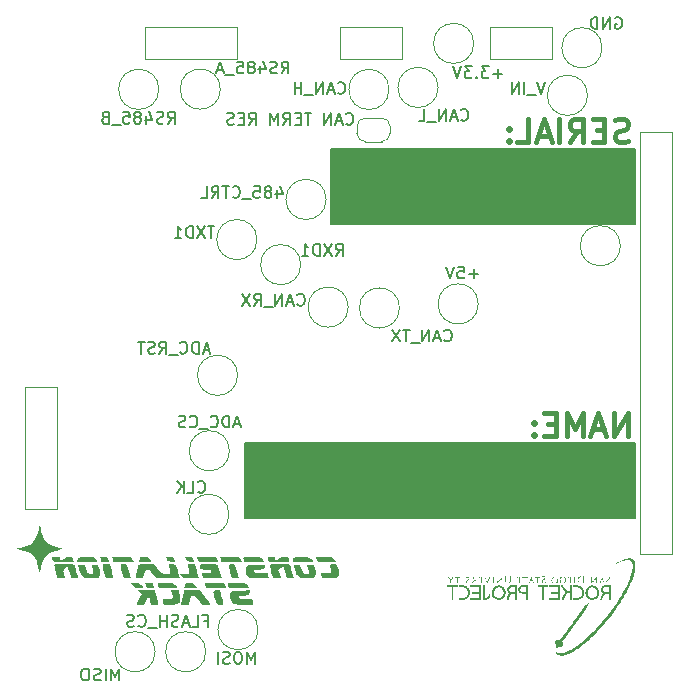
<source format=gbo>
G04 #@! TF.GenerationSoftware,KiCad,Pcbnew,8.0.6*
G04 #@! TF.CreationDate,2025-01-17T02:24:04-08:00*
G04 #@! TF.ProjectId,Constellation Stack V2.0,436f6e73-7465-46c6-9c61-74696f6e2053,rev?*
G04 #@! TF.SameCoordinates,Original*
G04 #@! TF.FileFunction,Legend,Bot*
G04 #@! TF.FilePolarity,Positive*
%FSLAX46Y46*%
G04 Gerber Fmt 4.6, Leading zero omitted, Abs format (unit mm)*
G04 Created by KiCad (PCBNEW 8.0.6) date 2025-01-17 02:24:04*
%MOMM*%
%LPD*%
G01*
G04 APERTURE LIST*
G04 Aperture macros list*
%AMFreePoly0*
4,1,19,0.500000,-0.750000,0.000000,-0.750000,0.000000,-0.744911,-0.071157,-0.744911,-0.207708,-0.704816,-0.327430,-0.627875,-0.420627,-0.520320,-0.479746,-0.390866,-0.500000,-0.250000,-0.500000,0.250000,-0.479746,0.390866,-0.420627,0.520320,-0.327430,0.627875,-0.207708,0.704816,-0.071157,0.744911,0.000000,0.744911,0.000000,0.750000,0.500000,0.750000,0.500000,-0.750000,0.500000,-0.750000,
$1*%
%AMFreePoly1*
4,1,19,0.000000,0.744911,0.071157,0.744911,0.207708,0.704816,0.327430,0.627875,0.420627,0.520320,0.479746,0.390866,0.500000,0.250000,0.500000,-0.250000,0.479746,-0.390866,0.420627,-0.520320,0.327430,-0.627875,0.207708,-0.704816,0.071157,-0.744911,0.000000,-0.744911,0.000000,-0.750000,-0.500000,-0.750000,-0.500000,0.750000,0.000000,0.750000,0.000000,0.744911,0.000000,0.744911,
$1*%
G04 Aperture macros list end*
%ADD10C,0.150000*%
%ADD11C,0.400000*%
%ADD12C,0.120000*%
%ADD13C,0.000000*%
%ADD14C,5.600000*%
%ADD15C,0.650000*%
%ADD16O,2.100000X1.000000*%
%ADD17O,1.600000X1.000000*%
%ADD18C,3.000000*%
%ADD19C,1.700000*%
%ADD20O,1.700000X1.700000*%
%ADD21R,1.700000X1.700000*%
%ADD22FreePoly0,0.000000*%
%ADD23FreePoly1,0.000000*%
G04 APERTURE END LIST*
D10*
X52480000Y-36900000D02*
X78200000Y-36900000D01*
X78200000Y-43250000D01*
X52480000Y-43250000D01*
X52480000Y-36900000D01*
G36*
X52480000Y-36900000D02*
G01*
X78200000Y-36900000D01*
X78200000Y-43250000D01*
X52480000Y-43250000D01*
X52480000Y-36900000D01*
G37*
X45230000Y-61775000D02*
X78250000Y-61775000D01*
X78250000Y-68125000D01*
X45230000Y-68125000D01*
X45230000Y-61775000D01*
G36*
X45230000Y-61775000D02*
G01*
X78250000Y-61775000D01*
X78250000Y-68125000D01*
X45230000Y-68125000D01*
X45230000Y-61775000D01*
G37*
X66988220Y-30538866D02*
X66226316Y-30538866D01*
X66607268Y-30919819D02*
X66607268Y-30157914D01*
X65845363Y-29919819D02*
X65226316Y-29919819D01*
X65226316Y-29919819D02*
X65559649Y-30300771D01*
X65559649Y-30300771D02*
X65416792Y-30300771D01*
X65416792Y-30300771D02*
X65321554Y-30348390D01*
X65321554Y-30348390D02*
X65273935Y-30396009D01*
X65273935Y-30396009D02*
X65226316Y-30491247D01*
X65226316Y-30491247D02*
X65226316Y-30729342D01*
X65226316Y-30729342D02*
X65273935Y-30824580D01*
X65273935Y-30824580D02*
X65321554Y-30872200D01*
X65321554Y-30872200D02*
X65416792Y-30919819D01*
X65416792Y-30919819D02*
X65702506Y-30919819D01*
X65702506Y-30919819D02*
X65797744Y-30872200D01*
X65797744Y-30872200D02*
X65845363Y-30824580D01*
X64797744Y-30824580D02*
X64750125Y-30872200D01*
X64750125Y-30872200D02*
X64797744Y-30919819D01*
X64797744Y-30919819D02*
X64845363Y-30872200D01*
X64845363Y-30872200D02*
X64797744Y-30824580D01*
X64797744Y-30824580D02*
X64797744Y-30919819D01*
X64416792Y-29919819D02*
X63797745Y-29919819D01*
X63797745Y-29919819D02*
X64131078Y-30300771D01*
X64131078Y-30300771D02*
X63988221Y-30300771D01*
X63988221Y-30300771D02*
X63892983Y-30348390D01*
X63892983Y-30348390D02*
X63845364Y-30396009D01*
X63845364Y-30396009D02*
X63797745Y-30491247D01*
X63797745Y-30491247D02*
X63797745Y-30729342D01*
X63797745Y-30729342D02*
X63845364Y-30824580D01*
X63845364Y-30824580D02*
X63892983Y-30872200D01*
X63892983Y-30872200D02*
X63988221Y-30919819D01*
X63988221Y-30919819D02*
X64273935Y-30919819D01*
X64273935Y-30919819D02*
X64369173Y-30872200D01*
X64369173Y-30872200D02*
X64416792Y-30824580D01*
X63512030Y-29919819D02*
X63178697Y-30919819D01*
X63178697Y-30919819D02*
X62845364Y-29919819D01*
X41704887Y-76846009D02*
X42038220Y-76846009D01*
X42038220Y-77369819D02*
X42038220Y-76369819D01*
X42038220Y-76369819D02*
X41562030Y-76369819D01*
X40704887Y-77369819D02*
X41181077Y-77369819D01*
X41181077Y-77369819D02*
X41181077Y-76369819D01*
X40419172Y-77084104D02*
X39942982Y-77084104D01*
X40514410Y-77369819D02*
X40181077Y-76369819D01*
X40181077Y-76369819D02*
X39847744Y-77369819D01*
X39562029Y-77322200D02*
X39419172Y-77369819D01*
X39419172Y-77369819D02*
X39181077Y-77369819D01*
X39181077Y-77369819D02*
X39085839Y-77322200D01*
X39085839Y-77322200D02*
X39038220Y-77274580D01*
X39038220Y-77274580D02*
X38990601Y-77179342D01*
X38990601Y-77179342D02*
X38990601Y-77084104D01*
X38990601Y-77084104D02*
X39038220Y-76988866D01*
X39038220Y-76988866D02*
X39085839Y-76941247D01*
X39085839Y-76941247D02*
X39181077Y-76893628D01*
X39181077Y-76893628D02*
X39371553Y-76846009D01*
X39371553Y-76846009D02*
X39466791Y-76798390D01*
X39466791Y-76798390D02*
X39514410Y-76750771D01*
X39514410Y-76750771D02*
X39562029Y-76655533D01*
X39562029Y-76655533D02*
X39562029Y-76560295D01*
X39562029Y-76560295D02*
X39514410Y-76465057D01*
X39514410Y-76465057D02*
X39466791Y-76417438D01*
X39466791Y-76417438D02*
X39371553Y-76369819D01*
X39371553Y-76369819D02*
X39133458Y-76369819D01*
X39133458Y-76369819D02*
X38990601Y-76417438D01*
X38562029Y-77369819D02*
X38562029Y-76369819D01*
X38562029Y-76846009D02*
X37990601Y-76846009D01*
X37990601Y-77369819D02*
X37990601Y-76369819D01*
X37752506Y-77465057D02*
X36990601Y-77465057D01*
X36181077Y-77274580D02*
X36228696Y-77322200D01*
X36228696Y-77322200D02*
X36371553Y-77369819D01*
X36371553Y-77369819D02*
X36466791Y-77369819D01*
X36466791Y-77369819D02*
X36609648Y-77322200D01*
X36609648Y-77322200D02*
X36704886Y-77226961D01*
X36704886Y-77226961D02*
X36752505Y-77131723D01*
X36752505Y-77131723D02*
X36800124Y-76941247D01*
X36800124Y-76941247D02*
X36800124Y-76798390D01*
X36800124Y-76798390D02*
X36752505Y-76607914D01*
X36752505Y-76607914D02*
X36704886Y-76512676D01*
X36704886Y-76512676D02*
X36609648Y-76417438D01*
X36609648Y-76417438D02*
X36466791Y-76369819D01*
X36466791Y-76369819D02*
X36371553Y-76369819D01*
X36371553Y-76369819D02*
X36228696Y-76417438D01*
X36228696Y-76417438D02*
X36181077Y-76465057D01*
X35800124Y-77322200D02*
X35657267Y-77369819D01*
X35657267Y-77369819D02*
X35419172Y-77369819D01*
X35419172Y-77369819D02*
X35323934Y-77322200D01*
X35323934Y-77322200D02*
X35276315Y-77274580D01*
X35276315Y-77274580D02*
X35228696Y-77179342D01*
X35228696Y-77179342D02*
X35228696Y-77084104D01*
X35228696Y-77084104D02*
X35276315Y-76988866D01*
X35276315Y-76988866D02*
X35323934Y-76941247D01*
X35323934Y-76941247D02*
X35419172Y-76893628D01*
X35419172Y-76893628D02*
X35609648Y-76846009D01*
X35609648Y-76846009D02*
X35704886Y-76798390D01*
X35704886Y-76798390D02*
X35752505Y-76750771D01*
X35752505Y-76750771D02*
X35800124Y-76655533D01*
X35800124Y-76655533D02*
X35800124Y-76560295D01*
X35800124Y-76560295D02*
X35752505Y-76465057D01*
X35752505Y-76465057D02*
X35704886Y-76417438D01*
X35704886Y-76417438D02*
X35609648Y-76369819D01*
X35609648Y-76369819D02*
X35371553Y-76369819D01*
X35371553Y-76369819D02*
X35228696Y-76417438D01*
X64941220Y-47494866D02*
X64179316Y-47494866D01*
X64560268Y-47875819D02*
X64560268Y-47113914D01*
X63226935Y-46875819D02*
X63703125Y-46875819D01*
X63703125Y-46875819D02*
X63750744Y-47352009D01*
X63750744Y-47352009D02*
X63703125Y-47304390D01*
X63703125Y-47304390D02*
X63607887Y-47256771D01*
X63607887Y-47256771D02*
X63369792Y-47256771D01*
X63369792Y-47256771D02*
X63274554Y-47304390D01*
X63274554Y-47304390D02*
X63226935Y-47352009D01*
X63226935Y-47352009D02*
X63179316Y-47447247D01*
X63179316Y-47447247D02*
X63179316Y-47685342D01*
X63179316Y-47685342D02*
X63226935Y-47780580D01*
X63226935Y-47780580D02*
X63274554Y-47828200D01*
X63274554Y-47828200D02*
X63369792Y-47875819D01*
X63369792Y-47875819D02*
X63607887Y-47875819D01*
X63607887Y-47875819D02*
X63703125Y-47828200D01*
X63703125Y-47828200D02*
X63750744Y-47780580D01*
X62893601Y-46875819D02*
X62560268Y-47875819D01*
X62560268Y-47875819D02*
X62226935Y-46875819D01*
D11*
X77630890Y-36264200D02*
X77345176Y-36359438D01*
X77345176Y-36359438D02*
X76868985Y-36359438D01*
X76868985Y-36359438D02*
X76678509Y-36264200D01*
X76678509Y-36264200D02*
X76583271Y-36168961D01*
X76583271Y-36168961D02*
X76488033Y-35978485D01*
X76488033Y-35978485D02*
X76488033Y-35788009D01*
X76488033Y-35788009D02*
X76583271Y-35597533D01*
X76583271Y-35597533D02*
X76678509Y-35502295D01*
X76678509Y-35502295D02*
X76868985Y-35407057D01*
X76868985Y-35407057D02*
X77249938Y-35311819D01*
X77249938Y-35311819D02*
X77440414Y-35216580D01*
X77440414Y-35216580D02*
X77535652Y-35121342D01*
X77535652Y-35121342D02*
X77630890Y-34930866D01*
X77630890Y-34930866D02*
X77630890Y-34740390D01*
X77630890Y-34740390D02*
X77535652Y-34549914D01*
X77535652Y-34549914D02*
X77440414Y-34454676D01*
X77440414Y-34454676D02*
X77249938Y-34359438D01*
X77249938Y-34359438D02*
X76773747Y-34359438D01*
X76773747Y-34359438D02*
X76488033Y-34454676D01*
X75630890Y-35311819D02*
X74964223Y-35311819D01*
X74678509Y-36359438D02*
X75630890Y-36359438D01*
X75630890Y-36359438D02*
X75630890Y-34359438D01*
X75630890Y-34359438D02*
X74678509Y-34359438D01*
X72678509Y-36359438D02*
X73345176Y-35407057D01*
X73821366Y-36359438D02*
X73821366Y-34359438D01*
X73821366Y-34359438D02*
X73059461Y-34359438D01*
X73059461Y-34359438D02*
X72868985Y-34454676D01*
X72868985Y-34454676D02*
X72773747Y-34549914D01*
X72773747Y-34549914D02*
X72678509Y-34740390D01*
X72678509Y-34740390D02*
X72678509Y-35026104D01*
X72678509Y-35026104D02*
X72773747Y-35216580D01*
X72773747Y-35216580D02*
X72868985Y-35311819D01*
X72868985Y-35311819D02*
X73059461Y-35407057D01*
X73059461Y-35407057D02*
X73821366Y-35407057D01*
X71821366Y-36359438D02*
X71821366Y-34359438D01*
X70964223Y-35788009D02*
X70011842Y-35788009D01*
X71154699Y-36359438D02*
X70488033Y-34359438D01*
X70488033Y-34359438D02*
X69821366Y-36359438D01*
X68202318Y-36359438D02*
X69154699Y-36359438D01*
X69154699Y-36359438D02*
X69154699Y-34359438D01*
X67535651Y-36168961D02*
X67440413Y-36264200D01*
X67440413Y-36264200D02*
X67535651Y-36359438D01*
X67535651Y-36359438D02*
X67630889Y-36264200D01*
X67630889Y-36264200D02*
X67535651Y-36168961D01*
X67535651Y-36168961D02*
X67535651Y-36359438D01*
X67535651Y-35121342D02*
X67440413Y-35216580D01*
X67440413Y-35216580D02*
X67535651Y-35311819D01*
X67535651Y-35311819D02*
X67630889Y-35216580D01*
X67630889Y-35216580D02*
X67535651Y-35121342D01*
X67535651Y-35121342D02*
X67535651Y-35311819D01*
D10*
X42616076Y-43459819D02*
X42044648Y-43459819D01*
X42330362Y-44459819D02*
X42330362Y-43459819D01*
X41806552Y-43459819D02*
X41139886Y-44459819D01*
X41139886Y-43459819D02*
X41806552Y-44459819D01*
X40758933Y-44459819D02*
X40758933Y-43459819D01*
X40758933Y-43459819D02*
X40520838Y-43459819D01*
X40520838Y-43459819D02*
X40377981Y-43507438D01*
X40377981Y-43507438D02*
X40282743Y-43602676D01*
X40282743Y-43602676D02*
X40235124Y-43697914D01*
X40235124Y-43697914D02*
X40187505Y-43888390D01*
X40187505Y-43888390D02*
X40187505Y-44031247D01*
X40187505Y-44031247D02*
X40235124Y-44221723D01*
X40235124Y-44221723D02*
X40282743Y-44316961D01*
X40282743Y-44316961D02*
X40377981Y-44412200D01*
X40377981Y-44412200D02*
X40520838Y-44459819D01*
X40520838Y-44459819D02*
X40758933Y-44459819D01*
X39235124Y-44459819D02*
X39806552Y-44459819D01*
X39520838Y-44459819D02*
X39520838Y-43459819D01*
X39520838Y-43459819D02*
X39616076Y-43602676D01*
X39616076Y-43602676D02*
X39711314Y-43697914D01*
X39711314Y-43697914D02*
X39806552Y-43745533D01*
X34538220Y-81919819D02*
X34538220Y-80919819D01*
X34538220Y-80919819D02*
X34204887Y-81634104D01*
X34204887Y-81634104D02*
X33871554Y-80919819D01*
X33871554Y-80919819D02*
X33871554Y-81919819D01*
X33395363Y-81919819D02*
X33395363Y-80919819D01*
X32966792Y-81872200D02*
X32823935Y-81919819D01*
X32823935Y-81919819D02*
X32585840Y-81919819D01*
X32585840Y-81919819D02*
X32490602Y-81872200D01*
X32490602Y-81872200D02*
X32442983Y-81824580D01*
X32442983Y-81824580D02*
X32395364Y-81729342D01*
X32395364Y-81729342D02*
X32395364Y-81634104D01*
X32395364Y-81634104D02*
X32442983Y-81538866D01*
X32442983Y-81538866D02*
X32490602Y-81491247D01*
X32490602Y-81491247D02*
X32585840Y-81443628D01*
X32585840Y-81443628D02*
X32776316Y-81396009D01*
X32776316Y-81396009D02*
X32871554Y-81348390D01*
X32871554Y-81348390D02*
X32919173Y-81300771D01*
X32919173Y-81300771D02*
X32966792Y-81205533D01*
X32966792Y-81205533D02*
X32966792Y-81110295D01*
X32966792Y-81110295D02*
X32919173Y-81015057D01*
X32919173Y-81015057D02*
X32871554Y-80967438D01*
X32871554Y-80967438D02*
X32776316Y-80919819D01*
X32776316Y-80919819D02*
X32538221Y-80919819D01*
X32538221Y-80919819D02*
X32395364Y-80967438D01*
X31776316Y-80919819D02*
X31585840Y-80919819D01*
X31585840Y-80919819D02*
X31490602Y-80967438D01*
X31490602Y-80967438D02*
X31395364Y-81062676D01*
X31395364Y-81062676D02*
X31347745Y-81253152D01*
X31347745Y-81253152D02*
X31347745Y-81586485D01*
X31347745Y-81586485D02*
X31395364Y-81776961D01*
X31395364Y-81776961D02*
X31490602Y-81872200D01*
X31490602Y-81872200D02*
X31585840Y-81919819D01*
X31585840Y-81919819D02*
X31776316Y-81919819D01*
X31776316Y-81919819D02*
X31871554Y-81872200D01*
X31871554Y-81872200D02*
X31966792Y-81776961D01*
X31966792Y-81776961D02*
X32014411Y-81586485D01*
X32014411Y-81586485D02*
X32014411Y-81253152D01*
X32014411Y-81253152D02*
X31966792Y-81062676D01*
X31966792Y-81062676D02*
X31871554Y-80967438D01*
X31871554Y-80967438D02*
X31776316Y-80919819D01*
X47904648Y-40393152D02*
X47904648Y-41059819D01*
X48142743Y-40012200D02*
X48380838Y-40726485D01*
X48380838Y-40726485D02*
X47761791Y-40726485D01*
X47237981Y-40488390D02*
X47333219Y-40440771D01*
X47333219Y-40440771D02*
X47380838Y-40393152D01*
X47380838Y-40393152D02*
X47428457Y-40297914D01*
X47428457Y-40297914D02*
X47428457Y-40250295D01*
X47428457Y-40250295D02*
X47380838Y-40155057D01*
X47380838Y-40155057D02*
X47333219Y-40107438D01*
X47333219Y-40107438D02*
X47237981Y-40059819D01*
X47237981Y-40059819D02*
X47047505Y-40059819D01*
X47047505Y-40059819D02*
X46952267Y-40107438D01*
X46952267Y-40107438D02*
X46904648Y-40155057D01*
X46904648Y-40155057D02*
X46857029Y-40250295D01*
X46857029Y-40250295D02*
X46857029Y-40297914D01*
X46857029Y-40297914D02*
X46904648Y-40393152D01*
X46904648Y-40393152D02*
X46952267Y-40440771D01*
X46952267Y-40440771D02*
X47047505Y-40488390D01*
X47047505Y-40488390D02*
X47237981Y-40488390D01*
X47237981Y-40488390D02*
X47333219Y-40536009D01*
X47333219Y-40536009D02*
X47380838Y-40583628D01*
X47380838Y-40583628D02*
X47428457Y-40678866D01*
X47428457Y-40678866D02*
X47428457Y-40869342D01*
X47428457Y-40869342D02*
X47380838Y-40964580D01*
X47380838Y-40964580D02*
X47333219Y-41012200D01*
X47333219Y-41012200D02*
X47237981Y-41059819D01*
X47237981Y-41059819D02*
X47047505Y-41059819D01*
X47047505Y-41059819D02*
X46952267Y-41012200D01*
X46952267Y-41012200D02*
X46904648Y-40964580D01*
X46904648Y-40964580D02*
X46857029Y-40869342D01*
X46857029Y-40869342D02*
X46857029Y-40678866D01*
X46857029Y-40678866D02*
X46904648Y-40583628D01*
X46904648Y-40583628D02*
X46952267Y-40536009D01*
X46952267Y-40536009D02*
X47047505Y-40488390D01*
X45952267Y-40059819D02*
X46428457Y-40059819D01*
X46428457Y-40059819D02*
X46476076Y-40536009D01*
X46476076Y-40536009D02*
X46428457Y-40488390D01*
X46428457Y-40488390D02*
X46333219Y-40440771D01*
X46333219Y-40440771D02*
X46095124Y-40440771D01*
X46095124Y-40440771D02*
X45999886Y-40488390D01*
X45999886Y-40488390D02*
X45952267Y-40536009D01*
X45952267Y-40536009D02*
X45904648Y-40631247D01*
X45904648Y-40631247D02*
X45904648Y-40869342D01*
X45904648Y-40869342D02*
X45952267Y-40964580D01*
X45952267Y-40964580D02*
X45999886Y-41012200D01*
X45999886Y-41012200D02*
X46095124Y-41059819D01*
X46095124Y-41059819D02*
X46333219Y-41059819D01*
X46333219Y-41059819D02*
X46428457Y-41012200D01*
X46428457Y-41012200D02*
X46476076Y-40964580D01*
X45714172Y-41155057D02*
X44952267Y-41155057D01*
X44142743Y-40964580D02*
X44190362Y-41012200D01*
X44190362Y-41012200D02*
X44333219Y-41059819D01*
X44333219Y-41059819D02*
X44428457Y-41059819D01*
X44428457Y-41059819D02*
X44571314Y-41012200D01*
X44571314Y-41012200D02*
X44666552Y-40916961D01*
X44666552Y-40916961D02*
X44714171Y-40821723D01*
X44714171Y-40821723D02*
X44761790Y-40631247D01*
X44761790Y-40631247D02*
X44761790Y-40488390D01*
X44761790Y-40488390D02*
X44714171Y-40297914D01*
X44714171Y-40297914D02*
X44666552Y-40202676D01*
X44666552Y-40202676D02*
X44571314Y-40107438D01*
X44571314Y-40107438D02*
X44428457Y-40059819D01*
X44428457Y-40059819D02*
X44333219Y-40059819D01*
X44333219Y-40059819D02*
X44190362Y-40107438D01*
X44190362Y-40107438D02*
X44142743Y-40155057D01*
X43857028Y-40059819D02*
X43285600Y-40059819D01*
X43571314Y-41059819D02*
X43571314Y-40059819D01*
X42380838Y-41059819D02*
X42714171Y-40583628D01*
X42952266Y-41059819D02*
X42952266Y-40059819D01*
X42952266Y-40059819D02*
X42571314Y-40059819D01*
X42571314Y-40059819D02*
X42476076Y-40107438D01*
X42476076Y-40107438D02*
X42428457Y-40155057D01*
X42428457Y-40155057D02*
X42380838Y-40250295D01*
X42380838Y-40250295D02*
X42380838Y-40393152D01*
X42380838Y-40393152D02*
X42428457Y-40488390D01*
X42428457Y-40488390D02*
X42476076Y-40536009D01*
X42476076Y-40536009D02*
X42571314Y-40583628D01*
X42571314Y-40583628D02*
X42952266Y-40583628D01*
X41476076Y-41059819D02*
X41952266Y-41059819D01*
X41952266Y-41059819D02*
X41952266Y-40059819D01*
X42180839Y-53954103D02*
X41704649Y-53954103D01*
X42276077Y-54239818D02*
X41942744Y-53239818D01*
X41942744Y-53239818D02*
X41609411Y-54239818D01*
X41276077Y-54239818D02*
X41276077Y-53239818D01*
X41276077Y-53239818D02*
X41037982Y-53239818D01*
X41037982Y-53239818D02*
X40895125Y-53287437D01*
X40895125Y-53287437D02*
X40799887Y-53382675D01*
X40799887Y-53382675D02*
X40752268Y-53477913D01*
X40752268Y-53477913D02*
X40704649Y-53668389D01*
X40704649Y-53668389D02*
X40704649Y-53811246D01*
X40704649Y-53811246D02*
X40752268Y-54001722D01*
X40752268Y-54001722D02*
X40799887Y-54096960D01*
X40799887Y-54096960D02*
X40895125Y-54192199D01*
X40895125Y-54192199D02*
X41037982Y-54239818D01*
X41037982Y-54239818D02*
X41276077Y-54239818D01*
X39704649Y-54144579D02*
X39752268Y-54192199D01*
X39752268Y-54192199D02*
X39895125Y-54239818D01*
X39895125Y-54239818D02*
X39990363Y-54239818D01*
X39990363Y-54239818D02*
X40133220Y-54192199D01*
X40133220Y-54192199D02*
X40228458Y-54096960D01*
X40228458Y-54096960D02*
X40276077Y-54001722D01*
X40276077Y-54001722D02*
X40323696Y-53811246D01*
X40323696Y-53811246D02*
X40323696Y-53668389D01*
X40323696Y-53668389D02*
X40276077Y-53477913D01*
X40276077Y-53477913D02*
X40228458Y-53382675D01*
X40228458Y-53382675D02*
X40133220Y-53287437D01*
X40133220Y-53287437D02*
X39990363Y-53239818D01*
X39990363Y-53239818D02*
X39895125Y-53239818D01*
X39895125Y-53239818D02*
X39752268Y-53287437D01*
X39752268Y-53287437D02*
X39704649Y-53335056D01*
X39514173Y-54335056D02*
X38752268Y-54335056D01*
X37942744Y-54239818D02*
X38276077Y-53763627D01*
X38514172Y-54239818D02*
X38514172Y-53239818D01*
X38514172Y-53239818D02*
X38133220Y-53239818D01*
X38133220Y-53239818D02*
X38037982Y-53287437D01*
X38037982Y-53287437D02*
X37990363Y-53335056D01*
X37990363Y-53335056D02*
X37942744Y-53430294D01*
X37942744Y-53430294D02*
X37942744Y-53573151D01*
X37942744Y-53573151D02*
X37990363Y-53668389D01*
X37990363Y-53668389D02*
X38037982Y-53716008D01*
X38037982Y-53716008D02*
X38133220Y-53763627D01*
X38133220Y-53763627D02*
X38514172Y-53763627D01*
X37561791Y-54192199D02*
X37418934Y-54239818D01*
X37418934Y-54239818D02*
X37180839Y-54239818D01*
X37180839Y-54239818D02*
X37085601Y-54192199D01*
X37085601Y-54192199D02*
X37037982Y-54144579D01*
X37037982Y-54144579D02*
X36990363Y-54049341D01*
X36990363Y-54049341D02*
X36990363Y-53954103D01*
X36990363Y-53954103D02*
X37037982Y-53858865D01*
X37037982Y-53858865D02*
X37085601Y-53811246D01*
X37085601Y-53811246D02*
X37180839Y-53763627D01*
X37180839Y-53763627D02*
X37371315Y-53716008D01*
X37371315Y-53716008D02*
X37466553Y-53668389D01*
X37466553Y-53668389D02*
X37514172Y-53620770D01*
X37514172Y-53620770D02*
X37561791Y-53525532D01*
X37561791Y-53525532D02*
X37561791Y-53430294D01*
X37561791Y-53430294D02*
X37514172Y-53335056D01*
X37514172Y-53335056D02*
X37466553Y-53287437D01*
X37466553Y-53287437D02*
X37371315Y-53239818D01*
X37371315Y-53239818D02*
X37133220Y-53239818D01*
X37133220Y-53239818D02*
X36990363Y-53287437D01*
X36704648Y-53239818D02*
X36133220Y-53239818D01*
X36418934Y-54239818D02*
X36418934Y-53239818D01*
X53766792Y-34767079D02*
X53814411Y-34814699D01*
X53814411Y-34814699D02*
X53957268Y-34862318D01*
X53957268Y-34862318D02*
X54052506Y-34862318D01*
X54052506Y-34862318D02*
X54195363Y-34814699D01*
X54195363Y-34814699D02*
X54290601Y-34719460D01*
X54290601Y-34719460D02*
X54338220Y-34624222D01*
X54338220Y-34624222D02*
X54385839Y-34433746D01*
X54385839Y-34433746D02*
X54385839Y-34290889D01*
X54385839Y-34290889D02*
X54338220Y-34100413D01*
X54338220Y-34100413D02*
X54290601Y-34005175D01*
X54290601Y-34005175D02*
X54195363Y-33909937D01*
X54195363Y-33909937D02*
X54052506Y-33862318D01*
X54052506Y-33862318D02*
X53957268Y-33862318D01*
X53957268Y-33862318D02*
X53814411Y-33909937D01*
X53814411Y-33909937D02*
X53766792Y-33957556D01*
X53385839Y-34576603D02*
X52909649Y-34576603D01*
X53481077Y-34862318D02*
X53147744Y-33862318D01*
X53147744Y-33862318D02*
X52814411Y-34862318D01*
X52481077Y-34862318D02*
X52481077Y-33862318D01*
X52481077Y-33862318D02*
X51909649Y-34862318D01*
X51909649Y-34862318D02*
X51909649Y-33862318D01*
X50814410Y-33862318D02*
X50242982Y-33862318D01*
X50528696Y-34862318D02*
X50528696Y-33862318D01*
X49909648Y-34338508D02*
X49576315Y-34338508D01*
X49433458Y-34862318D02*
X49909648Y-34862318D01*
X49909648Y-34862318D02*
X49909648Y-33862318D01*
X49909648Y-33862318D02*
X49433458Y-33862318D01*
X48433458Y-34862318D02*
X48766791Y-34386127D01*
X49004886Y-34862318D02*
X49004886Y-33862318D01*
X49004886Y-33862318D02*
X48623934Y-33862318D01*
X48623934Y-33862318D02*
X48528696Y-33909937D01*
X48528696Y-33909937D02*
X48481077Y-33957556D01*
X48481077Y-33957556D02*
X48433458Y-34052794D01*
X48433458Y-34052794D02*
X48433458Y-34195651D01*
X48433458Y-34195651D02*
X48481077Y-34290889D01*
X48481077Y-34290889D02*
X48528696Y-34338508D01*
X48528696Y-34338508D02*
X48623934Y-34386127D01*
X48623934Y-34386127D02*
X49004886Y-34386127D01*
X48004886Y-34862318D02*
X48004886Y-33862318D01*
X48004886Y-33862318D02*
X47671553Y-34576603D01*
X47671553Y-34576603D02*
X47338220Y-33862318D01*
X47338220Y-33862318D02*
X47338220Y-34862318D01*
X45528696Y-34862318D02*
X45862029Y-34386127D01*
X46100124Y-34862318D02*
X46100124Y-33862318D01*
X46100124Y-33862318D02*
X45719172Y-33862318D01*
X45719172Y-33862318D02*
X45623934Y-33909937D01*
X45623934Y-33909937D02*
X45576315Y-33957556D01*
X45576315Y-33957556D02*
X45528696Y-34052794D01*
X45528696Y-34052794D02*
X45528696Y-34195651D01*
X45528696Y-34195651D02*
X45576315Y-34290889D01*
X45576315Y-34290889D02*
X45623934Y-34338508D01*
X45623934Y-34338508D02*
X45719172Y-34386127D01*
X45719172Y-34386127D02*
X46100124Y-34386127D01*
X45100124Y-34338508D02*
X44766791Y-34338508D01*
X44623934Y-34862318D02*
X45100124Y-34862318D01*
X45100124Y-34862318D02*
X45100124Y-33862318D01*
X45100124Y-33862318D02*
X44623934Y-33862318D01*
X44242981Y-34814699D02*
X44100124Y-34862318D01*
X44100124Y-34862318D02*
X43862029Y-34862318D01*
X43862029Y-34862318D02*
X43766791Y-34814699D01*
X43766791Y-34814699D02*
X43719172Y-34767079D01*
X43719172Y-34767079D02*
X43671553Y-34671841D01*
X43671553Y-34671841D02*
X43671553Y-34576603D01*
X43671553Y-34576603D02*
X43719172Y-34481365D01*
X43719172Y-34481365D02*
X43766791Y-34433746D01*
X43766791Y-34433746D02*
X43862029Y-34386127D01*
X43862029Y-34386127D02*
X44052505Y-34338508D01*
X44052505Y-34338508D02*
X44147743Y-34290889D01*
X44147743Y-34290889D02*
X44195362Y-34243270D01*
X44195362Y-34243270D02*
X44242981Y-34148032D01*
X44242981Y-34148032D02*
X44242981Y-34052794D01*
X44242981Y-34052794D02*
X44195362Y-33957556D01*
X44195362Y-33957556D02*
X44147743Y-33909937D01*
X44147743Y-33909937D02*
X44052505Y-33862318D01*
X44052505Y-33862318D02*
X43814410Y-33862318D01*
X43814410Y-33862318D02*
X43671553Y-33909937D01*
X49631791Y-50084580D02*
X49679410Y-50132200D01*
X49679410Y-50132200D02*
X49822267Y-50179819D01*
X49822267Y-50179819D02*
X49917505Y-50179819D01*
X49917505Y-50179819D02*
X50060362Y-50132200D01*
X50060362Y-50132200D02*
X50155600Y-50036961D01*
X50155600Y-50036961D02*
X50203219Y-49941723D01*
X50203219Y-49941723D02*
X50250838Y-49751247D01*
X50250838Y-49751247D02*
X50250838Y-49608390D01*
X50250838Y-49608390D02*
X50203219Y-49417914D01*
X50203219Y-49417914D02*
X50155600Y-49322676D01*
X50155600Y-49322676D02*
X50060362Y-49227438D01*
X50060362Y-49227438D02*
X49917505Y-49179819D01*
X49917505Y-49179819D02*
X49822267Y-49179819D01*
X49822267Y-49179819D02*
X49679410Y-49227438D01*
X49679410Y-49227438D02*
X49631791Y-49275057D01*
X49250838Y-49894104D02*
X48774648Y-49894104D01*
X49346076Y-50179819D02*
X49012743Y-49179819D01*
X49012743Y-49179819D02*
X48679410Y-50179819D01*
X48346076Y-50179819D02*
X48346076Y-49179819D01*
X48346076Y-49179819D02*
X47774648Y-50179819D01*
X47774648Y-50179819D02*
X47774648Y-49179819D01*
X47536553Y-50275057D02*
X46774648Y-50275057D01*
X45965124Y-50179819D02*
X46298457Y-49703628D01*
X46536552Y-50179819D02*
X46536552Y-49179819D01*
X46536552Y-49179819D02*
X46155600Y-49179819D01*
X46155600Y-49179819D02*
X46060362Y-49227438D01*
X46060362Y-49227438D02*
X46012743Y-49275057D01*
X46012743Y-49275057D02*
X45965124Y-49370295D01*
X45965124Y-49370295D02*
X45965124Y-49513152D01*
X45965124Y-49513152D02*
X46012743Y-49608390D01*
X46012743Y-49608390D02*
X46060362Y-49656009D01*
X46060362Y-49656009D02*
X46155600Y-49703628D01*
X46155600Y-49703628D02*
X46536552Y-49703628D01*
X45631790Y-49179819D02*
X44965124Y-50179819D01*
X44965124Y-49179819D02*
X45631790Y-50179819D01*
X53066792Y-32149580D02*
X53114411Y-32197200D01*
X53114411Y-32197200D02*
X53257268Y-32244819D01*
X53257268Y-32244819D02*
X53352506Y-32244819D01*
X53352506Y-32244819D02*
X53495363Y-32197200D01*
X53495363Y-32197200D02*
X53590601Y-32101961D01*
X53590601Y-32101961D02*
X53638220Y-32006723D01*
X53638220Y-32006723D02*
X53685839Y-31816247D01*
X53685839Y-31816247D02*
X53685839Y-31673390D01*
X53685839Y-31673390D02*
X53638220Y-31482914D01*
X53638220Y-31482914D02*
X53590601Y-31387676D01*
X53590601Y-31387676D02*
X53495363Y-31292438D01*
X53495363Y-31292438D02*
X53352506Y-31244819D01*
X53352506Y-31244819D02*
X53257268Y-31244819D01*
X53257268Y-31244819D02*
X53114411Y-31292438D01*
X53114411Y-31292438D02*
X53066792Y-31340057D01*
X52685839Y-31959104D02*
X52209649Y-31959104D01*
X52781077Y-32244819D02*
X52447744Y-31244819D01*
X52447744Y-31244819D02*
X52114411Y-32244819D01*
X51781077Y-32244819D02*
X51781077Y-31244819D01*
X51781077Y-31244819D02*
X51209649Y-32244819D01*
X51209649Y-32244819D02*
X51209649Y-31244819D01*
X50971554Y-32340057D02*
X50209649Y-32340057D01*
X49971553Y-32244819D02*
X49971553Y-31244819D01*
X49971553Y-31721009D02*
X49400125Y-31721009D01*
X49400125Y-32244819D02*
X49400125Y-31244819D01*
X48291792Y-30519819D02*
X48625125Y-30043628D01*
X48863220Y-30519819D02*
X48863220Y-29519819D01*
X48863220Y-29519819D02*
X48482268Y-29519819D01*
X48482268Y-29519819D02*
X48387030Y-29567438D01*
X48387030Y-29567438D02*
X48339411Y-29615057D01*
X48339411Y-29615057D02*
X48291792Y-29710295D01*
X48291792Y-29710295D02*
X48291792Y-29853152D01*
X48291792Y-29853152D02*
X48339411Y-29948390D01*
X48339411Y-29948390D02*
X48387030Y-29996009D01*
X48387030Y-29996009D02*
X48482268Y-30043628D01*
X48482268Y-30043628D02*
X48863220Y-30043628D01*
X47910839Y-30472200D02*
X47767982Y-30519819D01*
X47767982Y-30519819D02*
X47529887Y-30519819D01*
X47529887Y-30519819D02*
X47434649Y-30472200D01*
X47434649Y-30472200D02*
X47387030Y-30424580D01*
X47387030Y-30424580D02*
X47339411Y-30329342D01*
X47339411Y-30329342D02*
X47339411Y-30234104D01*
X47339411Y-30234104D02*
X47387030Y-30138866D01*
X47387030Y-30138866D02*
X47434649Y-30091247D01*
X47434649Y-30091247D02*
X47529887Y-30043628D01*
X47529887Y-30043628D02*
X47720363Y-29996009D01*
X47720363Y-29996009D02*
X47815601Y-29948390D01*
X47815601Y-29948390D02*
X47863220Y-29900771D01*
X47863220Y-29900771D02*
X47910839Y-29805533D01*
X47910839Y-29805533D02*
X47910839Y-29710295D01*
X47910839Y-29710295D02*
X47863220Y-29615057D01*
X47863220Y-29615057D02*
X47815601Y-29567438D01*
X47815601Y-29567438D02*
X47720363Y-29519819D01*
X47720363Y-29519819D02*
X47482268Y-29519819D01*
X47482268Y-29519819D02*
X47339411Y-29567438D01*
X46482268Y-29853152D02*
X46482268Y-30519819D01*
X46720363Y-29472200D02*
X46958458Y-30186485D01*
X46958458Y-30186485D02*
X46339411Y-30186485D01*
X45815601Y-29948390D02*
X45910839Y-29900771D01*
X45910839Y-29900771D02*
X45958458Y-29853152D01*
X45958458Y-29853152D02*
X46006077Y-29757914D01*
X46006077Y-29757914D02*
X46006077Y-29710295D01*
X46006077Y-29710295D02*
X45958458Y-29615057D01*
X45958458Y-29615057D02*
X45910839Y-29567438D01*
X45910839Y-29567438D02*
X45815601Y-29519819D01*
X45815601Y-29519819D02*
X45625125Y-29519819D01*
X45625125Y-29519819D02*
X45529887Y-29567438D01*
X45529887Y-29567438D02*
X45482268Y-29615057D01*
X45482268Y-29615057D02*
X45434649Y-29710295D01*
X45434649Y-29710295D02*
X45434649Y-29757914D01*
X45434649Y-29757914D02*
X45482268Y-29853152D01*
X45482268Y-29853152D02*
X45529887Y-29900771D01*
X45529887Y-29900771D02*
X45625125Y-29948390D01*
X45625125Y-29948390D02*
X45815601Y-29948390D01*
X45815601Y-29948390D02*
X45910839Y-29996009D01*
X45910839Y-29996009D02*
X45958458Y-30043628D01*
X45958458Y-30043628D02*
X46006077Y-30138866D01*
X46006077Y-30138866D02*
X46006077Y-30329342D01*
X46006077Y-30329342D02*
X45958458Y-30424580D01*
X45958458Y-30424580D02*
X45910839Y-30472200D01*
X45910839Y-30472200D02*
X45815601Y-30519819D01*
X45815601Y-30519819D02*
X45625125Y-30519819D01*
X45625125Y-30519819D02*
X45529887Y-30472200D01*
X45529887Y-30472200D02*
X45482268Y-30424580D01*
X45482268Y-30424580D02*
X45434649Y-30329342D01*
X45434649Y-30329342D02*
X45434649Y-30138866D01*
X45434649Y-30138866D02*
X45482268Y-30043628D01*
X45482268Y-30043628D02*
X45529887Y-29996009D01*
X45529887Y-29996009D02*
X45625125Y-29948390D01*
X44529887Y-29519819D02*
X45006077Y-29519819D01*
X45006077Y-29519819D02*
X45053696Y-29996009D01*
X45053696Y-29996009D02*
X45006077Y-29948390D01*
X45006077Y-29948390D02*
X44910839Y-29900771D01*
X44910839Y-29900771D02*
X44672744Y-29900771D01*
X44672744Y-29900771D02*
X44577506Y-29948390D01*
X44577506Y-29948390D02*
X44529887Y-29996009D01*
X44529887Y-29996009D02*
X44482268Y-30091247D01*
X44482268Y-30091247D02*
X44482268Y-30329342D01*
X44482268Y-30329342D02*
X44529887Y-30424580D01*
X44529887Y-30424580D02*
X44577506Y-30472200D01*
X44577506Y-30472200D02*
X44672744Y-30519819D01*
X44672744Y-30519819D02*
X44910839Y-30519819D01*
X44910839Y-30519819D02*
X45006077Y-30472200D01*
X45006077Y-30472200D02*
X45053696Y-30424580D01*
X44291792Y-30615057D02*
X43529887Y-30615057D01*
X43339410Y-30234104D02*
X42863220Y-30234104D01*
X43434648Y-30519819D02*
X43101315Y-29519819D01*
X43101315Y-29519819D02*
X42767982Y-30519819D01*
X46038220Y-80494819D02*
X46038220Y-79494819D01*
X46038220Y-79494819D02*
X45704887Y-80209104D01*
X45704887Y-80209104D02*
X45371554Y-79494819D01*
X45371554Y-79494819D02*
X45371554Y-80494819D01*
X44704887Y-79494819D02*
X44514411Y-79494819D01*
X44514411Y-79494819D02*
X44419173Y-79542438D01*
X44419173Y-79542438D02*
X44323935Y-79637676D01*
X44323935Y-79637676D02*
X44276316Y-79828152D01*
X44276316Y-79828152D02*
X44276316Y-80161485D01*
X44276316Y-80161485D02*
X44323935Y-80351961D01*
X44323935Y-80351961D02*
X44419173Y-80447200D01*
X44419173Y-80447200D02*
X44514411Y-80494819D01*
X44514411Y-80494819D02*
X44704887Y-80494819D01*
X44704887Y-80494819D02*
X44800125Y-80447200D01*
X44800125Y-80447200D02*
X44895363Y-80351961D01*
X44895363Y-80351961D02*
X44942982Y-80161485D01*
X44942982Y-80161485D02*
X44942982Y-79828152D01*
X44942982Y-79828152D02*
X44895363Y-79637676D01*
X44895363Y-79637676D02*
X44800125Y-79542438D01*
X44800125Y-79542438D02*
X44704887Y-79494819D01*
X43895363Y-80447200D02*
X43752506Y-80494819D01*
X43752506Y-80494819D02*
X43514411Y-80494819D01*
X43514411Y-80494819D02*
X43419173Y-80447200D01*
X43419173Y-80447200D02*
X43371554Y-80399580D01*
X43371554Y-80399580D02*
X43323935Y-80304342D01*
X43323935Y-80304342D02*
X43323935Y-80209104D01*
X43323935Y-80209104D02*
X43371554Y-80113866D01*
X43371554Y-80113866D02*
X43419173Y-80066247D01*
X43419173Y-80066247D02*
X43514411Y-80018628D01*
X43514411Y-80018628D02*
X43704887Y-79971009D01*
X43704887Y-79971009D02*
X43800125Y-79923390D01*
X43800125Y-79923390D02*
X43847744Y-79875771D01*
X43847744Y-79875771D02*
X43895363Y-79780533D01*
X43895363Y-79780533D02*
X43895363Y-79685295D01*
X43895363Y-79685295D02*
X43847744Y-79590057D01*
X43847744Y-79590057D02*
X43800125Y-79542438D01*
X43800125Y-79542438D02*
X43704887Y-79494819D01*
X43704887Y-79494819D02*
X43466792Y-79494819D01*
X43466792Y-79494819D02*
X43323935Y-79542438D01*
X42895363Y-80494819D02*
X42895363Y-79494819D01*
X62083792Y-53114580D02*
X62131411Y-53162200D01*
X62131411Y-53162200D02*
X62274268Y-53209819D01*
X62274268Y-53209819D02*
X62369506Y-53209819D01*
X62369506Y-53209819D02*
X62512363Y-53162200D01*
X62512363Y-53162200D02*
X62607601Y-53066961D01*
X62607601Y-53066961D02*
X62655220Y-52971723D01*
X62655220Y-52971723D02*
X62702839Y-52781247D01*
X62702839Y-52781247D02*
X62702839Y-52638390D01*
X62702839Y-52638390D02*
X62655220Y-52447914D01*
X62655220Y-52447914D02*
X62607601Y-52352676D01*
X62607601Y-52352676D02*
X62512363Y-52257438D01*
X62512363Y-52257438D02*
X62369506Y-52209819D01*
X62369506Y-52209819D02*
X62274268Y-52209819D01*
X62274268Y-52209819D02*
X62131411Y-52257438D01*
X62131411Y-52257438D02*
X62083792Y-52305057D01*
X61702839Y-52924104D02*
X61226649Y-52924104D01*
X61798077Y-53209819D02*
X61464744Y-52209819D01*
X61464744Y-52209819D02*
X61131411Y-53209819D01*
X60798077Y-53209819D02*
X60798077Y-52209819D01*
X60798077Y-52209819D02*
X60226649Y-53209819D01*
X60226649Y-53209819D02*
X60226649Y-52209819D01*
X59988554Y-53305057D02*
X59226649Y-53305057D01*
X59131410Y-52209819D02*
X58559982Y-52209819D01*
X58845696Y-53209819D02*
X58845696Y-52209819D01*
X58321886Y-52209819D02*
X57655220Y-53209819D01*
X57655220Y-52209819D02*
X58321886Y-53209819D01*
X76564411Y-25792438D02*
X76659649Y-25744819D01*
X76659649Y-25744819D02*
X76802506Y-25744819D01*
X76802506Y-25744819D02*
X76945363Y-25792438D01*
X76945363Y-25792438D02*
X77040601Y-25887676D01*
X77040601Y-25887676D02*
X77088220Y-25982914D01*
X77088220Y-25982914D02*
X77135839Y-26173390D01*
X77135839Y-26173390D02*
X77135839Y-26316247D01*
X77135839Y-26316247D02*
X77088220Y-26506723D01*
X77088220Y-26506723D02*
X77040601Y-26601961D01*
X77040601Y-26601961D02*
X76945363Y-26697200D01*
X76945363Y-26697200D02*
X76802506Y-26744819D01*
X76802506Y-26744819D02*
X76707268Y-26744819D01*
X76707268Y-26744819D02*
X76564411Y-26697200D01*
X76564411Y-26697200D02*
X76516792Y-26649580D01*
X76516792Y-26649580D02*
X76516792Y-26316247D01*
X76516792Y-26316247D02*
X76707268Y-26316247D01*
X76088220Y-26744819D02*
X76088220Y-25744819D01*
X76088220Y-25744819D02*
X75516792Y-26744819D01*
X75516792Y-26744819D02*
X75516792Y-25744819D01*
X75040601Y-26744819D02*
X75040601Y-25744819D01*
X75040601Y-25744819D02*
X74802506Y-25744819D01*
X74802506Y-25744819D02*
X74659649Y-25792438D01*
X74659649Y-25792438D02*
X74564411Y-25887676D01*
X74564411Y-25887676D02*
X74516792Y-25982914D01*
X74516792Y-25982914D02*
X74469173Y-26173390D01*
X74469173Y-26173390D02*
X74469173Y-26316247D01*
X74469173Y-26316247D02*
X74516792Y-26506723D01*
X74516792Y-26506723D02*
X74564411Y-26601961D01*
X74564411Y-26601961D02*
X74659649Y-26697200D01*
X74659649Y-26697200D02*
X74802506Y-26744819D01*
X74802506Y-26744819D02*
X75040601Y-26744819D01*
X44760839Y-60209104D02*
X44284649Y-60209104D01*
X44856077Y-60494819D02*
X44522744Y-59494819D01*
X44522744Y-59494819D02*
X44189411Y-60494819D01*
X43856077Y-60494819D02*
X43856077Y-59494819D01*
X43856077Y-59494819D02*
X43617982Y-59494819D01*
X43617982Y-59494819D02*
X43475125Y-59542438D01*
X43475125Y-59542438D02*
X43379887Y-59637676D01*
X43379887Y-59637676D02*
X43332268Y-59732914D01*
X43332268Y-59732914D02*
X43284649Y-59923390D01*
X43284649Y-59923390D02*
X43284649Y-60066247D01*
X43284649Y-60066247D02*
X43332268Y-60256723D01*
X43332268Y-60256723D02*
X43379887Y-60351961D01*
X43379887Y-60351961D02*
X43475125Y-60447200D01*
X43475125Y-60447200D02*
X43617982Y-60494819D01*
X43617982Y-60494819D02*
X43856077Y-60494819D01*
X42284649Y-60399580D02*
X42332268Y-60447200D01*
X42332268Y-60447200D02*
X42475125Y-60494819D01*
X42475125Y-60494819D02*
X42570363Y-60494819D01*
X42570363Y-60494819D02*
X42713220Y-60447200D01*
X42713220Y-60447200D02*
X42808458Y-60351961D01*
X42808458Y-60351961D02*
X42856077Y-60256723D01*
X42856077Y-60256723D02*
X42903696Y-60066247D01*
X42903696Y-60066247D02*
X42903696Y-59923390D01*
X42903696Y-59923390D02*
X42856077Y-59732914D01*
X42856077Y-59732914D02*
X42808458Y-59637676D01*
X42808458Y-59637676D02*
X42713220Y-59542438D01*
X42713220Y-59542438D02*
X42570363Y-59494819D01*
X42570363Y-59494819D02*
X42475125Y-59494819D01*
X42475125Y-59494819D02*
X42332268Y-59542438D01*
X42332268Y-59542438D02*
X42284649Y-59590057D01*
X42094173Y-60590057D02*
X41332268Y-60590057D01*
X40522744Y-60399580D02*
X40570363Y-60447200D01*
X40570363Y-60447200D02*
X40713220Y-60494819D01*
X40713220Y-60494819D02*
X40808458Y-60494819D01*
X40808458Y-60494819D02*
X40951315Y-60447200D01*
X40951315Y-60447200D02*
X41046553Y-60351961D01*
X41046553Y-60351961D02*
X41094172Y-60256723D01*
X41094172Y-60256723D02*
X41141791Y-60066247D01*
X41141791Y-60066247D02*
X41141791Y-59923390D01*
X41141791Y-59923390D02*
X41094172Y-59732914D01*
X41094172Y-59732914D02*
X41046553Y-59637676D01*
X41046553Y-59637676D02*
X40951315Y-59542438D01*
X40951315Y-59542438D02*
X40808458Y-59494819D01*
X40808458Y-59494819D02*
X40713220Y-59494819D01*
X40713220Y-59494819D02*
X40570363Y-59542438D01*
X40570363Y-59542438D02*
X40522744Y-59590057D01*
X40141791Y-60447200D02*
X39998934Y-60494819D01*
X39998934Y-60494819D02*
X39760839Y-60494819D01*
X39760839Y-60494819D02*
X39665601Y-60447200D01*
X39665601Y-60447200D02*
X39617982Y-60399580D01*
X39617982Y-60399580D02*
X39570363Y-60304342D01*
X39570363Y-60304342D02*
X39570363Y-60209104D01*
X39570363Y-60209104D02*
X39617982Y-60113866D01*
X39617982Y-60113866D02*
X39665601Y-60066247D01*
X39665601Y-60066247D02*
X39760839Y-60018628D01*
X39760839Y-60018628D02*
X39951315Y-59971009D01*
X39951315Y-59971009D02*
X40046553Y-59923390D01*
X40046553Y-59923390D02*
X40094172Y-59875771D01*
X40094172Y-59875771D02*
X40141791Y-59780533D01*
X40141791Y-59780533D02*
X40141791Y-59685295D01*
X40141791Y-59685295D02*
X40094172Y-59590057D01*
X40094172Y-59590057D02*
X40046553Y-59542438D01*
X40046553Y-59542438D02*
X39951315Y-59494819D01*
X39951315Y-59494819D02*
X39713220Y-59494819D01*
X39713220Y-59494819D02*
X39570363Y-59542438D01*
X70606077Y-31244819D02*
X70272744Y-32244819D01*
X70272744Y-32244819D02*
X69939411Y-31244819D01*
X69844173Y-32340057D02*
X69082268Y-32340057D01*
X68844172Y-32244819D02*
X68844172Y-31244819D01*
X68367982Y-32244819D02*
X68367982Y-31244819D01*
X68367982Y-31244819D02*
X67796554Y-32244819D01*
X67796554Y-32244819D02*
X67796554Y-31244819D01*
X52891792Y-45944819D02*
X53225125Y-45468628D01*
X53463220Y-45944819D02*
X53463220Y-44944819D01*
X53463220Y-44944819D02*
X53082268Y-44944819D01*
X53082268Y-44944819D02*
X52987030Y-44992438D01*
X52987030Y-44992438D02*
X52939411Y-45040057D01*
X52939411Y-45040057D02*
X52891792Y-45135295D01*
X52891792Y-45135295D02*
X52891792Y-45278152D01*
X52891792Y-45278152D02*
X52939411Y-45373390D01*
X52939411Y-45373390D02*
X52987030Y-45421009D01*
X52987030Y-45421009D02*
X53082268Y-45468628D01*
X53082268Y-45468628D02*
X53463220Y-45468628D01*
X52558458Y-44944819D02*
X51891792Y-45944819D01*
X51891792Y-44944819D02*
X52558458Y-45944819D01*
X51510839Y-45944819D02*
X51510839Y-44944819D01*
X51510839Y-44944819D02*
X51272744Y-44944819D01*
X51272744Y-44944819D02*
X51129887Y-44992438D01*
X51129887Y-44992438D02*
X51034649Y-45087676D01*
X51034649Y-45087676D02*
X50987030Y-45182914D01*
X50987030Y-45182914D02*
X50939411Y-45373390D01*
X50939411Y-45373390D02*
X50939411Y-45516247D01*
X50939411Y-45516247D02*
X50987030Y-45706723D01*
X50987030Y-45706723D02*
X51034649Y-45801961D01*
X51034649Y-45801961D02*
X51129887Y-45897200D01*
X51129887Y-45897200D02*
X51272744Y-45944819D01*
X51272744Y-45944819D02*
X51510839Y-45944819D01*
X49987030Y-45944819D02*
X50558458Y-45944819D01*
X50272744Y-45944819D02*
X50272744Y-44944819D01*
X50272744Y-44944819D02*
X50367982Y-45087676D01*
X50367982Y-45087676D02*
X50463220Y-45182914D01*
X50463220Y-45182914D02*
X50558458Y-45230533D01*
X63491792Y-34424580D02*
X63539411Y-34472200D01*
X63539411Y-34472200D02*
X63682268Y-34519819D01*
X63682268Y-34519819D02*
X63777506Y-34519819D01*
X63777506Y-34519819D02*
X63920363Y-34472200D01*
X63920363Y-34472200D02*
X64015601Y-34376961D01*
X64015601Y-34376961D02*
X64063220Y-34281723D01*
X64063220Y-34281723D02*
X64110839Y-34091247D01*
X64110839Y-34091247D02*
X64110839Y-33948390D01*
X64110839Y-33948390D02*
X64063220Y-33757914D01*
X64063220Y-33757914D02*
X64015601Y-33662676D01*
X64015601Y-33662676D02*
X63920363Y-33567438D01*
X63920363Y-33567438D02*
X63777506Y-33519819D01*
X63777506Y-33519819D02*
X63682268Y-33519819D01*
X63682268Y-33519819D02*
X63539411Y-33567438D01*
X63539411Y-33567438D02*
X63491792Y-33615057D01*
X63110839Y-34234104D02*
X62634649Y-34234104D01*
X63206077Y-34519819D02*
X62872744Y-33519819D01*
X62872744Y-33519819D02*
X62539411Y-34519819D01*
X62206077Y-34519819D02*
X62206077Y-33519819D01*
X62206077Y-33519819D02*
X61634649Y-34519819D01*
X61634649Y-34519819D02*
X61634649Y-33519819D01*
X61396554Y-34615057D02*
X60634649Y-34615057D01*
X59920363Y-34519819D02*
X60396553Y-34519819D01*
X60396553Y-34519819D02*
X60396553Y-33519819D01*
D11*
X77585652Y-61234438D02*
X77585652Y-59234438D01*
X77585652Y-59234438D02*
X76442795Y-61234438D01*
X76442795Y-61234438D02*
X76442795Y-59234438D01*
X75585652Y-60663009D02*
X74633271Y-60663009D01*
X75776128Y-61234438D02*
X75109462Y-59234438D01*
X75109462Y-59234438D02*
X74442795Y-61234438D01*
X73776128Y-61234438D02*
X73776128Y-59234438D01*
X73776128Y-59234438D02*
X73109461Y-60663009D01*
X73109461Y-60663009D02*
X72442795Y-59234438D01*
X72442795Y-59234438D02*
X72442795Y-61234438D01*
X71490414Y-60186819D02*
X70823747Y-60186819D01*
X70538033Y-61234438D02*
X71490414Y-61234438D01*
X71490414Y-61234438D02*
X71490414Y-59234438D01*
X71490414Y-59234438D02*
X70538033Y-59234438D01*
X69680890Y-61043961D02*
X69585652Y-61139200D01*
X69585652Y-61139200D02*
X69680890Y-61234438D01*
X69680890Y-61234438D02*
X69776128Y-61139200D01*
X69776128Y-61139200D02*
X69680890Y-61043961D01*
X69680890Y-61043961D02*
X69680890Y-61234438D01*
X69680890Y-59996342D02*
X69585652Y-60091580D01*
X69585652Y-60091580D02*
X69680890Y-60186819D01*
X69680890Y-60186819D02*
X69776128Y-60091580D01*
X69776128Y-60091580D02*
X69680890Y-59996342D01*
X69680890Y-59996342D02*
X69680890Y-60186819D01*
D10*
X41231792Y-65924580D02*
X41279411Y-65972200D01*
X41279411Y-65972200D02*
X41422268Y-66019819D01*
X41422268Y-66019819D02*
X41517506Y-66019819D01*
X41517506Y-66019819D02*
X41660363Y-65972200D01*
X41660363Y-65972200D02*
X41755601Y-65876961D01*
X41755601Y-65876961D02*
X41803220Y-65781723D01*
X41803220Y-65781723D02*
X41850839Y-65591247D01*
X41850839Y-65591247D02*
X41850839Y-65448390D01*
X41850839Y-65448390D02*
X41803220Y-65257914D01*
X41803220Y-65257914D02*
X41755601Y-65162676D01*
X41755601Y-65162676D02*
X41660363Y-65067438D01*
X41660363Y-65067438D02*
X41517506Y-65019819D01*
X41517506Y-65019819D02*
X41422268Y-65019819D01*
X41422268Y-65019819D02*
X41279411Y-65067438D01*
X41279411Y-65067438D02*
X41231792Y-65115057D01*
X40327030Y-66019819D02*
X40803220Y-66019819D01*
X40803220Y-66019819D02*
X40803220Y-65019819D01*
X39993696Y-66019819D02*
X39993696Y-65019819D01*
X39422268Y-66019819D02*
X39850839Y-65448390D01*
X39422268Y-65019819D02*
X39993696Y-65591247D01*
X38666792Y-34769819D02*
X39000125Y-34293628D01*
X39238220Y-34769819D02*
X39238220Y-33769819D01*
X39238220Y-33769819D02*
X38857268Y-33769819D01*
X38857268Y-33769819D02*
X38762030Y-33817438D01*
X38762030Y-33817438D02*
X38714411Y-33865057D01*
X38714411Y-33865057D02*
X38666792Y-33960295D01*
X38666792Y-33960295D02*
X38666792Y-34103152D01*
X38666792Y-34103152D02*
X38714411Y-34198390D01*
X38714411Y-34198390D02*
X38762030Y-34246009D01*
X38762030Y-34246009D02*
X38857268Y-34293628D01*
X38857268Y-34293628D02*
X39238220Y-34293628D01*
X38285839Y-34722200D02*
X38142982Y-34769819D01*
X38142982Y-34769819D02*
X37904887Y-34769819D01*
X37904887Y-34769819D02*
X37809649Y-34722200D01*
X37809649Y-34722200D02*
X37762030Y-34674580D01*
X37762030Y-34674580D02*
X37714411Y-34579342D01*
X37714411Y-34579342D02*
X37714411Y-34484104D01*
X37714411Y-34484104D02*
X37762030Y-34388866D01*
X37762030Y-34388866D02*
X37809649Y-34341247D01*
X37809649Y-34341247D02*
X37904887Y-34293628D01*
X37904887Y-34293628D02*
X38095363Y-34246009D01*
X38095363Y-34246009D02*
X38190601Y-34198390D01*
X38190601Y-34198390D02*
X38238220Y-34150771D01*
X38238220Y-34150771D02*
X38285839Y-34055533D01*
X38285839Y-34055533D02*
X38285839Y-33960295D01*
X38285839Y-33960295D02*
X38238220Y-33865057D01*
X38238220Y-33865057D02*
X38190601Y-33817438D01*
X38190601Y-33817438D02*
X38095363Y-33769819D01*
X38095363Y-33769819D02*
X37857268Y-33769819D01*
X37857268Y-33769819D02*
X37714411Y-33817438D01*
X36857268Y-34103152D02*
X36857268Y-34769819D01*
X37095363Y-33722200D02*
X37333458Y-34436485D01*
X37333458Y-34436485D02*
X36714411Y-34436485D01*
X36190601Y-34198390D02*
X36285839Y-34150771D01*
X36285839Y-34150771D02*
X36333458Y-34103152D01*
X36333458Y-34103152D02*
X36381077Y-34007914D01*
X36381077Y-34007914D02*
X36381077Y-33960295D01*
X36381077Y-33960295D02*
X36333458Y-33865057D01*
X36333458Y-33865057D02*
X36285839Y-33817438D01*
X36285839Y-33817438D02*
X36190601Y-33769819D01*
X36190601Y-33769819D02*
X36000125Y-33769819D01*
X36000125Y-33769819D02*
X35904887Y-33817438D01*
X35904887Y-33817438D02*
X35857268Y-33865057D01*
X35857268Y-33865057D02*
X35809649Y-33960295D01*
X35809649Y-33960295D02*
X35809649Y-34007914D01*
X35809649Y-34007914D02*
X35857268Y-34103152D01*
X35857268Y-34103152D02*
X35904887Y-34150771D01*
X35904887Y-34150771D02*
X36000125Y-34198390D01*
X36000125Y-34198390D02*
X36190601Y-34198390D01*
X36190601Y-34198390D02*
X36285839Y-34246009D01*
X36285839Y-34246009D02*
X36333458Y-34293628D01*
X36333458Y-34293628D02*
X36381077Y-34388866D01*
X36381077Y-34388866D02*
X36381077Y-34579342D01*
X36381077Y-34579342D02*
X36333458Y-34674580D01*
X36333458Y-34674580D02*
X36285839Y-34722200D01*
X36285839Y-34722200D02*
X36190601Y-34769819D01*
X36190601Y-34769819D02*
X36000125Y-34769819D01*
X36000125Y-34769819D02*
X35904887Y-34722200D01*
X35904887Y-34722200D02*
X35857268Y-34674580D01*
X35857268Y-34674580D02*
X35809649Y-34579342D01*
X35809649Y-34579342D02*
X35809649Y-34388866D01*
X35809649Y-34388866D02*
X35857268Y-34293628D01*
X35857268Y-34293628D02*
X35904887Y-34246009D01*
X35904887Y-34246009D02*
X36000125Y-34198390D01*
X34904887Y-33769819D02*
X35381077Y-33769819D01*
X35381077Y-33769819D02*
X35428696Y-34246009D01*
X35428696Y-34246009D02*
X35381077Y-34198390D01*
X35381077Y-34198390D02*
X35285839Y-34150771D01*
X35285839Y-34150771D02*
X35047744Y-34150771D01*
X35047744Y-34150771D02*
X34952506Y-34198390D01*
X34952506Y-34198390D02*
X34904887Y-34246009D01*
X34904887Y-34246009D02*
X34857268Y-34341247D01*
X34857268Y-34341247D02*
X34857268Y-34579342D01*
X34857268Y-34579342D02*
X34904887Y-34674580D01*
X34904887Y-34674580D02*
X34952506Y-34722200D01*
X34952506Y-34722200D02*
X35047744Y-34769819D01*
X35047744Y-34769819D02*
X35285839Y-34769819D01*
X35285839Y-34769819D02*
X35381077Y-34722200D01*
X35381077Y-34722200D02*
X35428696Y-34674580D01*
X34666792Y-34865057D02*
X33904887Y-34865057D01*
X33333458Y-34246009D02*
X33190601Y-34293628D01*
X33190601Y-34293628D02*
X33142982Y-34341247D01*
X33142982Y-34341247D02*
X33095363Y-34436485D01*
X33095363Y-34436485D02*
X33095363Y-34579342D01*
X33095363Y-34579342D02*
X33142982Y-34674580D01*
X33142982Y-34674580D02*
X33190601Y-34722200D01*
X33190601Y-34722200D02*
X33285839Y-34769819D01*
X33285839Y-34769819D02*
X33666791Y-34769819D01*
X33666791Y-34769819D02*
X33666791Y-33769819D01*
X33666791Y-33769819D02*
X33333458Y-33769819D01*
X33333458Y-33769819D02*
X33238220Y-33817438D01*
X33238220Y-33817438D02*
X33190601Y-33865057D01*
X33190601Y-33865057D02*
X33142982Y-33960295D01*
X33142982Y-33960295D02*
X33142982Y-34055533D01*
X33142982Y-34055533D02*
X33190601Y-34150771D01*
X33190601Y-34150771D02*
X33238220Y-34198390D01*
X33238220Y-34198390D02*
X33333458Y-34246009D01*
X33333458Y-34246009D02*
X33666791Y-34246009D01*
D12*
X64560000Y-27980000D02*
G75*
G02*
X61160000Y-27980000I-1700000J0D01*
G01*
X61160000Y-27980000D02*
G75*
G02*
X64560000Y-27980000I1700000J0D01*
G01*
X44570001Y-56080000D02*
G75*
G02*
X41169999Y-56080000I-1700001J0D01*
G01*
X41169999Y-56080000D02*
G75*
G02*
X44570001Y-56080000I1700001J0D01*
G01*
X41875000Y-79490000D02*
G75*
G02*
X38475000Y-79490000I-1700000J0D01*
G01*
X38475000Y-79490000D02*
G75*
G02*
X41875000Y-79490000I1700000J0D01*
G01*
X52070001Y-41190000D02*
G75*
G02*
X48669999Y-41190000I-1700001J0D01*
G01*
X48669999Y-41190000D02*
G75*
G02*
X52070001Y-41190000I1700001J0D01*
G01*
X58280001Y-50380000D02*
G75*
G02*
X54879999Y-50380000I-1700001J0D01*
G01*
X54879999Y-50380000D02*
G75*
G02*
X58280001Y-50380000I1700001J0D01*
G01*
X37900001Y-31870000D02*
G75*
G02*
X34499999Y-31870000I-1700001J0D01*
G01*
X34499999Y-31870000D02*
G75*
G02*
X37900001Y-31870000I1700001J0D01*
G01*
X43880001Y-62470000D02*
G75*
G02*
X40479999Y-62470000I-1700001J0D01*
G01*
X40479999Y-62470000D02*
G75*
G02*
X43880001Y-62470000I1700001J0D01*
G01*
X43110001Y-31850000D02*
G75*
G02*
X39709999Y-31850000I-1700001J0D01*
G01*
X39709999Y-31850000D02*
G75*
G02*
X43110001Y-31850000I1700001J0D01*
G01*
X46300000Y-77610000D02*
G75*
G02*
X42900000Y-77610000I-1700000J0D01*
G01*
X42900000Y-77610000D02*
G75*
G02*
X46300000Y-77610000I1700000J0D01*
G01*
X36770000Y-29270000D02*
X36770000Y-26610000D01*
X44509999Y-26610000D02*
X36770000Y-26610000D01*
X44509999Y-29270000D02*
X36770000Y-29270000D01*
X44509999Y-29270000D02*
X44509999Y-26610000D01*
X53280000Y-26610000D02*
X53280000Y-29270000D01*
X53280000Y-26610000D02*
X58480000Y-26610000D01*
X53280000Y-29270000D02*
X58480000Y-29270000D01*
X58480000Y-26610000D02*
X58480000Y-29270000D01*
D13*
G36*
X52771418Y-71638723D02*
G01*
X52829775Y-71702337D01*
X52900824Y-71804465D01*
X52914363Y-71867710D01*
X52855525Y-71888751D01*
X52699327Y-71903288D01*
X52451221Y-71909427D01*
X52115840Y-71906940D01*
X51350182Y-71892993D01*
X51287979Y-71677953D01*
X51225777Y-71462913D01*
X51910692Y-71462913D01*
X52595607Y-71462913D01*
X52771418Y-71638723D01*
G37*
G36*
X42843624Y-71651750D02*
G01*
X42879522Y-71706185D01*
X42945700Y-71817832D01*
X42971942Y-71880663D01*
X42944655Y-71890301D01*
X42831836Y-71900392D01*
X42646846Y-71906859D01*
X42406249Y-71909188D01*
X42126608Y-71906866D01*
X41281274Y-71892993D01*
X41219063Y-71677953D01*
X41156853Y-71462913D01*
X41936079Y-71462913D01*
X42715306Y-71462913D01*
X42843624Y-71651750D01*
G37*
G36*
X39103023Y-71473481D02*
G01*
X39169357Y-71515946D01*
X39212868Y-71611566D01*
X39261243Y-71781672D01*
X39266332Y-71826670D01*
X39234483Y-71854439D01*
X39142960Y-71862943D01*
X38971181Y-71857568D01*
X38906832Y-71854394D01*
X38759995Y-71842034D01*
X38677084Y-71814410D01*
X38629873Y-71756343D01*
X38590137Y-71652654D01*
X38524650Y-71462913D01*
X38847476Y-71462913D01*
X38986176Y-71462841D01*
X39103023Y-71473481D01*
G37*
G36*
X40722146Y-71473481D02*
G01*
X40788481Y-71515946D01*
X40831991Y-71611566D01*
X40880367Y-71781672D01*
X40885455Y-71826670D01*
X40853606Y-71854439D01*
X40762083Y-71862943D01*
X40590305Y-71857568D01*
X40525955Y-71854394D01*
X40379119Y-71842034D01*
X40296207Y-71814410D01*
X40248996Y-71756343D01*
X40209261Y-71652654D01*
X40143773Y-71462913D01*
X40466599Y-71462913D01*
X40605300Y-71462841D01*
X40722146Y-71473481D01*
G37*
G36*
X33266755Y-71462919D02*
G01*
X33428612Y-71466568D01*
X33520066Y-71485766D01*
X33569784Y-71533375D01*
X33606435Y-71622256D01*
X33607796Y-71626182D01*
X33646112Y-71756709D01*
X33661982Y-71849946D01*
X33645889Y-71881978D01*
X33559101Y-71909752D01*
X33385475Y-71918292D01*
X33216715Y-71910470D01*
X33103769Y-71870302D01*
X33036094Y-71775062D01*
X32984950Y-71602057D01*
X32951687Y-71462913D01*
X33251287Y-71462913D01*
X33266755Y-71462919D01*
G37*
G36*
X36171547Y-73645568D02*
G01*
X36266698Y-73667659D01*
X36343017Y-73719971D01*
X36432201Y-73812294D01*
X36484265Y-73871624D01*
X36564878Y-73977828D01*
X36596643Y-74042648D01*
X36560761Y-74066964D01*
X36444932Y-74086621D01*
X36271563Y-74093989D01*
X36221227Y-74093901D01*
X36059556Y-74087620D01*
X35951410Y-74060123D01*
X35858259Y-73995777D01*
X35741575Y-73878949D01*
X35536667Y-73663909D01*
X35902213Y-73648594D01*
X36025870Y-73643907D01*
X36171547Y-73645568D01*
G37*
G36*
X33462893Y-72079839D02*
G01*
X33733633Y-72095383D01*
X33898360Y-72677256D01*
X33898868Y-72679051D01*
X33962798Y-72905365D01*
X34015408Y-73092523D01*
X34051262Y-73221127D01*
X34064925Y-73271778D01*
X34025764Y-73277876D01*
X33910533Y-73282613D01*
X33745584Y-73284427D01*
X33424406Y-73284427D01*
X33271525Y-72715204D01*
X33217196Y-72500044D01*
X33175263Y-72305972D01*
X33153338Y-72167373D01*
X33155399Y-72105138D01*
X33190173Y-72090701D01*
X33304744Y-72078195D01*
X33462893Y-72079839D01*
G37*
G36*
X34756155Y-71463539D02*
G01*
X35559392Y-71464166D01*
X35673237Y-71639922D01*
X35697710Y-71678905D01*
X35761505Y-71795187D01*
X35787082Y-71866984D01*
X35784281Y-71872301D01*
X35711814Y-71891848D01*
X35545895Y-71906284D01*
X35292703Y-71915226D01*
X34958416Y-71918292D01*
X34864455Y-71918263D01*
X34563872Y-71916447D01*
X34346009Y-71908570D01*
X34196219Y-71890182D01*
X34099855Y-71856835D01*
X34042269Y-71804077D01*
X34008814Y-71727460D01*
X33984842Y-71622533D01*
X33952918Y-71462913D01*
X34756155Y-71463539D01*
G37*
G36*
X37209285Y-73641454D02*
G01*
X37314523Y-73657320D01*
X37371344Y-73696282D01*
X37407457Y-73768398D01*
X37438842Y-73873446D01*
X37456803Y-73996088D01*
X37454087Y-74028109D01*
X37423293Y-74070245D01*
X37338922Y-74089437D01*
X37177264Y-74093989D01*
X37067997Y-74093206D01*
X36955914Y-74079438D01*
X36886388Y-74031986D01*
X36834938Y-73929957D01*
X36777082Y-73752455D01*
X36774263Y-73743292D01*
X36763987Y-73684509D01*
X36792667Y-73653238D01*
X36881045Y-73640825D01*
X37049865Y-73638610D01*
X37209285Y-73641454D01*
G37*
G36*
X40553567Y-73638655D02*
G01*
X40718666Y-73643935D01*
X40823776Y-73667850D01*
X40904128Y-73724312D01*
X40994952Y-73827230D01*
X41045344Y-73890484D01*
X41120752Y-73996028D01*
X41150428Y-74054920D01*
X41120920Y-74067665D01*
X41008925Y-74081281D01*
X40832861Y-74090560D01*
X40613522Y-74093989D01*
X40076616Y-74093989D01*
X40112140Y-73904633D01*
X40117929Y-73874832D01*
X40147246Y-73748080D01*
X40171354Y-73676944D01*
X40221626Y-73658717D01*
X40347036Y-73644182D01*
X40517261Y-73638610D01*
X40553567Y-73638655D01*
G37*
G36*
X43402022Y-73639863D02*
G01*
X43515866Y-73815619D01*
X43540339Y-73854602D01*
X43604134Y-73970884D01*
X43629711Y-74042682D01*
X43625316Y-74049225D01*
X43546975Y-74068281D01*
X43375147Y-74082328D01*
X43115699Y-74091015D01*
X42774501Y-74093989D01*
X41919292Y-74093989D01*
X41863744Y-73934646D01*
X41852726Y-73903178D01*
X41820430Y-73802788D01*
X41813728Y-73731660D01*
X41845219Y-73684774D01*
X41927503Y-73657109D01*
X42073180Y-73643645D01*
X42294849Y-73639361D01*
X42605109Y-73639237D01*
X43402022Y-73639863D01*
G37*
G36*
X43152157Y-74587316D02*
G01*
X43184301Y-74701329D01*
X43248834Y-74929226D01*
X43305363Y-75127774D01*
X43329690Y-75217006D01*
X43363468Y-75360115D01*
X43376723Y-75446534D01*
X43350768Y-75486058D01*
X43259850Y-75503264D01*
X43086539Y-75500598D01*
X42796354Y-75485423D01*
X42658526Y-74979447D01*
X42606217Y-74787255D01*
X42551736Y-74574227D01*
X42527545Y-74433858D01*
X42536631Y-74351017D01*
X42581983Y-74310577D01*
X42666589Y-74297407D01*
X42793437Y-74296379D01*
X43070310Y-74296379D01*
X43152157Y-74587316D01*
G37*
G36*
X44833775Y-71657832D02*
G01*
X44863120Y-71713697D01*
X44907953Y-71825869D01*
X44910556Y-71885522D01*
X44886987Y-71892230D01*
X44776823Y-71902561D01*
X44594053Y-71910824D01*
X44356715Y-71916306D01*
X44082852Y-71918292D01*
X44047933Y-71918288D01*
X43739132Y-71916892D01*
X43515113Y-71909726D01*
X43360912Y-71892082D01*
X43261566Y-71859249D01*
X43202109Y-71806519D01*
X43167578Y-71729184D01*
X43143010Y-71622533D01*
X43111086Y-71462913D01*
X43917655Y-71462913D01*
X44724224Y-71462913D01*
X44833775Y-71657832D01*
G37*
G36*
X36731099Y-71463139D02*
G01*
X36885829Y-71469805D01*
X36985150Y-71495134D01*
X37062054Y-71551564D01*
X37149533Y-71651533D01*
X37199926Y-71714786D01*
X37275334Y-71820331D01*
X37305010Y-71879222D01*
X37280971Y-71893507D01*
X37178568Y-71907875D01*
X37019221Y-71915823D01*
X36828644Y-71917619D01*
X36632550Y-71913525D01*
X36456651Y-71903806D01*
X36326660Y-71888728D01*
X36268291Y-71868555D01*
X36265201Y-71862234D01*
X36256539Y-71772933D01*
X36270936Y-71640865D01*
X36304320Y-71462913D01*
X36649188Y-71462913D01*
X36731099Y-71463139D01*
G37*
G36*
X39301855Y-73795645D02*
G01*
X39355299Y-73845811D01*
X39445182Y-73950004D01*
X39480707Y-74023334D01*
X39478589Y-74034421D01*
X39446882Y-74059069D01*
X39366814Y-74076149D01*
X39225186Y-74086861D01*
X39008799Y-74092407D01*
X38704453Y-74093989D01*
X37928199Y-74093989D01*
X37869593Y-73898378D01*
X37857501Y-73857329D01*
X37824312Y-73735474D01*
X37810986Y-73670688D01*
X37812675Y-73668383D01*
X37876686Y-73656737D01*
X38019616Y-73647280D01*
X38222656Y-73640931D01*
X38466994Y-73638610D01*
X39123003Y-73638610D01*
X39301855Y-73795645D01*
G37*
G36*
X45981726Y-71466192D02*
G01*
X46237993Y-71477813D01*
X46428660Y-71496613D01*
X46535983Y-71521309D01*
X46625120Y-71577665D01*
X46726009Y-71680425D01*
X46788942Y-71787908D01*
X46791178Y-71869123D01*
X46776325Y-71877360D01*
X46676503Y-71893942D01*
X46497065Y-71906880D01*
X46252966Y-71915291D01*
X45959165Y-71918292D01*
X45157539Y-71918292D01*
X45101991Y-71758948D01*
X45073533Y-71676154D01*
X45051029Y-71584834D01*
X45063420Y-71524199D01*
X45123967Y-71487968D01*
X45245928Y-71469863D01*
X45442563Y-71463604D01*
X45727131Y-71462913D01*
X45981726Y-71466192D01*
G37*
G36*
X50252043Y-71463553D02*
G01*
X50431637Y-71468443D01*
X50552870Y-71482055D01*
X50637853Y-71508862D01*
X50708697Y-71553335D01*
X50787512Y-71619948D01*
X50840956Y-71670113D01*
X50930839Y-71774307D01*
X50966364Y-71847637D01*
X50958832Y-71866589D01*
X50914758Y-71887972D01*
X50820106Y-71902795D01*
X50662227Y-71912097D01*
X50428476Y-71916916D01*
X50106205Y-71918292D01*
X49246046Y-71918292D01*
X49246046Y-71783132D01*
X49252194Y-71688268D01*
X49287507Y-71591277D01*
X49366842Y-71526195D01*
X49504409Y-71487073D01*
X49714421Y-71467962D01*
X50011091Y-71462913D01*
X50252043Y-71463553D01*
G37*
G36*
X29542003Y-71644081D02*
G01*
X29588874Y-71825249D01*
X29799308Y-71644081D01*
X29858851Y-71594138D01*
X29984974Y-71508947D01*
X30111944Y-71471349D01*
X30289649Y-71462913D01*
X30404903Y-71466208D01*
X30533589Y-71480131D01*
X30593247Y-71501247D01*
X30597346Y-71509472D01*
X30623517Y-71596075D01*
X30652462Y-71728936D01*
X30687985Y-71918292D01*
X29844912Y-71918292D01*
X29001838Y-71918292D01*
X28928524Y-71742825D01*
X28918283Y-71717803D01*
X28873425Y-71593091D01*
X28855209Y-71515136D01*
X28887079Y-71491141D01*
X29000431Y-71470562D01*
X29175170Y-71462913D01*
X29495131Y-71462913D01*
X29542003Y-71644081D01*
G37*
G36*
X32010285Y-71463444D02*
G01*
X32196405Y-71467871D01*
X32321054Y-71480453D01*
X32405962Y-71505448D01*
X32472861Y-71547114D01*
X32543484Y-71609707D01*
X32578874Y-71644881D01*
X32665826Y-71754722D01*
X32700627Y-71838620D01*
X32700111Y-71847320D01*
X32684673Y-71875098D01*
X32637439Y-71894245D01*
X32544536Y-71905879D01*
X32392095Y-71911115D01*
X32166246Y-71911072D01*
X31853117Y-71906866D01*
X31005607Y-71892993D01*
X31016814Y-71741577D01*
X31029011Y-71657624D01*
X31069567Y-71573274D01*
X31151451Y-71516973D01*
X31289575Y-71483376D01*
X31498851Y-71467138D01*
X31794190Y-71462913D01*
X32010285Y-71463444D01*
G37*
G36*
X34954163Y-72070132D02*
G01*
X35102202Y-72079449D01*
X35183845Y-72113337D01*
X35230420Y-72183929D01*
X35236176Y-72198586D01*
X35271331Y-72304552D01*
X35321144Y-72468619D01*
X35378302Y-72664955D01*
X35435490Y-72867731D01*
X35485393Y-73051115D01*
X35520700Y-73189278D01*
X35534094Y-73256388D01*
X35504494Y-73268639D01*
X35398271Y-73280030D01*
X35241410Y-73284427D01*
X34948727Y-73284427D01*
X34794363Y-72702656D01*
X34736656Y-72475689D01*
X34692907Y-72284800D01*
X34667739Y-72151395D01*
X34665400Y-72095485D01*
X34687569Y-72087111D01*
X34788296Y-72074890D01*
X34936440Y-72070084D01*
X34954163Y-72070132D01*
G37*
G36*
X41043419Y-72411618D02*
G01*
X41095105Y-72588970D01*
X41163292Y-72823475D01*
X41219926Y-73018790D01*
X41296767Y-73284427D01*
X40645977Y-73284427D01*
X39995187Y-73284427D01*
X39834890Y-73082037D01*
X39674594Y-72879646D01*
X40028891Y-72879646D01*
X40182481Y-72879265D01*
X40361283Y-72871091D01*
X40461987Y-72841659D01*
X40498937Y-72777314D01*
X40486475Y-72664402D01*
X40438945Y-72489267D01*
X40438717Y-72488467D01*
X40394619Y-72315385D01*
X40370166Y-72180670D01*
X40370648Y-72113428D01*
X40402850Y-72096524D01*
X40513776Y-72077491D01*
X40670594Y-72070084D01*
X40943753Y-72070084D01*
X41043419Y-72411618D01*
G37*
G36*
X44702135Y-73640546D02*
G01*
X44922206Y-73648064D01*
X45075157Y-73662948D01*
X45178619Y-73686972D01*
X45250226Y-73721909D01*
X45327394Y-73778109D01*
X45455863Y-73909393D01*
X45501823Y-74027763D01*
X45500162Y-74035935D01*
X45465505Y-74059343D01*
X45376974Y-74075912D01*
X45222750Y-74086582D01*
X44991014Y-74092294D01*
X44669948Y-74093989D01*
X44472179Y-74092895D01*
X44216654Y-74087869D01*
X44010282Y-74079469D01*
X43870410Y-74068472D01*
X43814382Y-74055655D01*
X43810283Y-74047430D01*
X43784112Y-73960827D01*
X43755168Y-73827966D01*
X43719644Y-73638610D01*
X44422383Y-73638610D01*
X44702135Y-73640546D01*
G37*
G36*
X44120763Y-72070258D02*
G01*
X44264253Y-72080371D01*
X44343280Y-72114404D01*
X44388588Y-72183929D01*
X44394344Y-72198586D01*
X44429498Y-72304552D01*
X44479312Y-72468619D01*
X44536469Y-72664955D01*
X44593657Y-72867731D01*
X44643561Y-73051115D01*
X44678867Y-73189278D01*
X44692261Y-73256388D01*
X44662254Y-73268695D01*
X44555618Y-73280047D01*
X44398400Y-73284427D01*
X44104538Y-73284427D01*
X43968320Y-72758807D01*
X43917706Y-72563279D01*
X43865682Y-72349538D01*
X43842247Y-72208588D01*
X43849990Y-72125297D01*
X43891499Y-72084537D01*
X43969364Y-72071176D01*
X44086174Y-72070084D01*
X44120763Y-72070258D01*
G37*
G36*
X39631836Y-74486120D02*
G01*
X39671470Y-74640880D01*
X39714093Y-74898041D01*
X39719225Y-75110294D01*
X39685207Y-75253792D01*
X39683973Y-75256053D01*
X39593770Y-75355562D01*
X39464074Y-75436963D01*
X39462853Y-75437489D01*
X39316869Y-75474631D01*
X39092723Y-75499199D01*
X38812667Y-75508741D01*
X38321719Y-75510722D01*
X38269025Y-75320981D01*
X38264202Y-75303615D01*
X38227525Y-75157079D01*
X38228255Y-75068528D01*
X38282338Y-75023358D01*
X38405721Y-75006965D01*
X38614352Y-75004746D01*
X38696922Y-75004323D01*
X38908627Y-74993371D01*
X39035364Y-74958169D01*
X39089351Y-74886237D01*
X39082804Y-74765096D01*
X39027943Y-74582265D01*
X38929584Y-74296379D01*
X39253365Y-74296379D01*
X39577146Y-74296379D01*
X39631836Y-74486120D01*
G37*
G36*
X37659783Y-74663212D02*
G01*
X37662396Y-74672244D01*
X37721545Y-74874076D01*
X37775801Y-75054969D01*
X37813719Y-75176738D01*
X37846060Y-75300621D01*
X37861584Y-75417077D01*
X37857695Y-75450691D01*
X37822691Y-75488817D01*
X37732262Y-75506439D01*
X37563617Y-75510722D01*
X37265650Y-75510722D01*
X37176087Y-75179850D01*
X37125706Y-75010758D01*
X37078630Y-74882098D01*
X37045606Y-74823689D01*
X37038617Y-74823470D01*
X36989378Y-74874168D01*
X36913857Y-74991179D01*
X36825328Y-75154561D01*
X36645969Y-75510722D01*
X36343019Y-75510722D01*
X36217065Y-75506706D01*
X36087387Y-75487793D01*
X36040070Y-75456348D01*
X36043232Y-75440788D01*
X36080485Y-75347176D01*
X36150822Y-75197737D01*
X36243073Y-75016661D01*
X36446077Y-74631347D01*
X36283746Y-74463863D01*
X36121414Y-74296379D01*
X36837563Y-74296379D01*
X37553713Y-74296379D01*
X37659783Y-74663212D01*
G37*
G36*
X47464169Y-71462954D02*
G01*
X47616991Y-71467055D01*
X47700154Y-71486158D01*
X47739586Y-71531861D01*
X47761216Y-71615759D01*
X47793356Y-71730151D01*
X47827831Y-71790882D01*
X47849705Y-71788200D01*
X47928142Y-71735690D01*
X48033611Y-71638036D01*
X48130461Y-71545434D01*
X48222384Y-71490487D01*
X48339569Y-71467531D01*
X48519928Y-71462913D01*
X48836508Y-71462913D01*
X48887587Y-71647906D01*
X48895394Y-71677947D01*
X48917078Y-71803012D01*
X48912278Y-71875595D01*
X48888738Y-71884588D01*
X48779122Y-71897955D01*
X48596854Y-71908641D01*
X48359721Y-71915726D01*
X48085510Y-71918292D01*
X48040938Y-71918286D01*
X47733502Y-71916824D01*
X47510506Y-71909541D01*
X47357038Y-71891773D01*
X47258188Y-71858854D01*
X47199042Y-71806117D01*
X47164690Y-71728899D01*
X47140221Y-71622533D01*
X47108297Y-71462913D01*
X47419472Y-71462913D01*
X47464169Y-71462954D01*
G37*
G36*
X52673326Y-72070127D02*
G01*
X52850001Y-72081814D01*
X52960295Y-72129076D01*
X53031212Y-72233431D01*
X53089754Y-72416399D01*
X53124570Y-72563368D01*
X53153800Y-72828795D01*
X53118827Y-73027483D01*
X53018849Y-73167945D01*
X52999583Y-73184116D01*
X52932417Y-73229748D01*
X52851376Y-73259025D01*
X52734636Y-73275517D01*
X52560371Y-73282795D01*
X52306758Y-73284427D01*
X51730085Y-73284427D01*
X51677391Y-73094686D01*
X51668132Y-73060769D01*
X51637088Y-72936438D01*
X51624416Y-72866997D01*
X51627771Y-72862053D01*
X51696695Y-72845248D01*
X51836379Y-72833481D01*
X52022719Y-72829049D01*
X52072118Y-72828877D01*
X52299208Y-72818852D01*
X52439866Y-72785738D01*
X52506184Y-72718927D01*
X52510254Y-72607811D01*
X52464169Y-72441782D01*
X52418425Y-72302890D01*
X52389526Y-72171682D01*
X52412648Y-72102192D01*
X52497850Y-72074850D01*
X52655189Y-72070084D01*
X52673326Y-72070127D01*
G37*
G36*
X40711361Y-74257003D02*
G01*
X41373755Y-74271081D01*
X41818665Y-74846544D01*
X41881516Y-74928282D01*
X42032009Y-75127959D01*
X42153254Y-75294513D01*
X42234144Y-75412472D01*
X42263576Y-75466365D01*
X42263310Y-75468088D01*
X42210648Y-75489633D01*
X42084296Y-75504914D01*
X41909859Y-75510722D01*
X41556142Y-75510722D01*
X41292324Y-75131240D01*
X41279639Y-75113001D01*
X41156904Y-74940232D01*
X41069296Y-74833744D01*
X40996718Y-74777516D01*
X40919072Y-74755527D01*
X40816260Y-74751758D01*
X40604013Y-74751758D01*
X40519586Y-75131240D01*
X40435159Y-75510722D01*
X40109726Y-75510722D01*
X39951056Y-75508201D01*
X39830435Y-75501088D01*
X39784293Y-75490993D01*
X39786072Y-75477505D01*
X39803135Y-75385853D01*
X39834087Y-75230628D01*
X39873746Y-75036800D01*
X39916933Y-74829341D01*
X39958466Y-74633220D01*
X39993166Y-74473407D01*
X40015851Y-74374873D01*
X40048968Y-74242926D01*
X40711361Y-74257003D01*
G37*
G36*
X31745003Y-72487515D02*
G01*
X31794650Y-72635802D01*
X31845317Y-72762381D01*
X31895022Y-72829672D01*
X31961086Y-72858669D01*
X32060829Y-72870368D01*
X32201557Y-72878663D01*
X32309633Y-72864418D01*
X32353777Y-72806614D01*
X32344682Y-72687754D01*
X32293038Y-72490342D01*
X32288941Y-72476007D01*
X32241281Y-72307431D01*
X32207490Y-72184693D01*
X32194651Y-72133493D01*
X32225712Y-72127805D01*
X32333417Y-72122664D01*
X32491569Y-72120682D01*
X32788488Y-72120682D01*
X32871052Y-72414938D01*
X32911758Y-72573057D01*
X32949669Y-72815328D01*
X32933257Y-72994163D01*
X32859638Y-73125680D01*
X32725926Y-73226000D01*
X32634717Y-73253011D01*
X32462799Y-73273196D01*
X32251164Y-73281196D01*
X32032479Y-73276863D01*
X31839408Y-73260051D01*
X31704619Y-73230611D01*
X31684699Y-73222914D01*
X31551247Y-73157701D01*
X31441631Y-73069433D01*
X31346467Y-72943017D01*
X31256369Y-72763356D01*
X31161953Y-72515359D01*
X31053834Y-72183929D01*
X31066657Y-72150236D01*
X31153568Y-72127623D01*
X31329161Y-72120682D01*
X31624240Y-72120682D01*
X31745003Y-72487515D01*
G37*
G36*
X45603018Y-74409378D02*
G01*
X45602265Y-74442217D01*
X45571881Y-74576473D01*
X45486250Y-74664817D01*
X45330537Y-74716874D01*
X45089908Y-74742266D01*
X45001317Y-74747652D01*
X44799653Y-74769781D01*
X44686739Y-74804177D01*
X44653405Y-74855073D01*
X44690481Y-74926705D01*
X44693401Y-74930079D01*
X44750367Y-74966347D01*
X44854355Y-74989281D01*
X45023360Y-75001280D01*
X45275379Y-75004746D01*
X45795509Y-75004746D01*
X45851056Y-75164089D01*
X45890219Y-75303827D01*
X45906604Y-75417077D01*
X45899773Y-75453865D01*
X45868839Y-75479749D01*
X45798384Y-75496346D01*
X45672991Y-75505687D01*
X45477244Y-75509802D01*
X45195724Y-75510722D01*
X45129634Y-75510641D01*
X44824149Y-75506259D01*
X44597105Y-75491791D01*
X44429357Y-75462528D01*
X44301763Y-75413763D01*
X44195182Y-75340787D01*
X44090470Y-75238894D01*
X44002211Y-75102231D01*
X43945780Y-74863874D01*
X43945325Y-74859095D01*
X43939864Y-74695028D01*
X43970513Y-74581103D01*
X44049741Y-74470092D01*
X44177278Y-74321678D01*
X44890148Y-74305204D01*
X45603018Y-74288731D01*
X45603018Y-74409378D01*
G37*
G36*
X48312395Y-72072205D02*
G01*
X48551662Y-72075949D01*
X48755766Y-72083261D01*
X48903785Y-72094195D01*
X48974797Y-72108807D01*
X49006867Y-72162763D01*
X49058406Y-72296258D01*
X49120427Y-72487409D01*
X49185625Y-72715204D01*
X49338817Y-73284427D01*
X49043033Y-73284427D01*
X48747250Y-73284427D01*
X48664335Y-72993491D01*
X48630103Y-72872892D01*
X48572123Y-72666930D01*
X48525721Y-72500164D01*
X48512920Y-72455376D01*
X48471483Y-72329868D01*
X48440335Y-72262087D01*
X48415936Y-72260445D01*
X48331576Y-72303598D01*
X48215201Y-72390488D01*
X48019754Y-72554576D01*
X48123025Y-72919501D01*
X48226296Y-73284427D01*
X47904720Y-73284427D01*
X47815139Y-73283578D01*
X47668660Y-73273038D01*
X47589972Y-73245762D01*
X47555954Y-73195881D01*
X47549030Y-73173179D01*
X47486471Y-72955632D01*
X47425619Y-72724977D01*
X47371643Y-72503309D01*
X47329714Y-72312724D01*
X47304999Y-72175319D01*
X47302668Y-72113190D01*
X47320881Y-72105086D01*
X47422134Y-72091812D01*
X47592835Y-72081833D01*
X47812060Y-72075202D01*
X48058887Y-72071974D01*
X48312395Y-72072205D01*
G37*
G36*
X42327692Y-72071066D02*
G01*
X42584711Y-72076888D01*
X42758324Y-72088709D01*
X42859295Y-72107403D01*
X42898390Y-72133844D01*
X42915344Y-72187502D01*
X42954594Y-72323452D01*
X43008246Y-72515562D01*
X43069854Y-72741015D01*
X43216852Y-73284427D01*
X42439006Y-73284427D01*
X41661161Y-73284427D01*
X41608467Y-73094686D01*
X41599207Y-73060769D01*
X41568164Y-72936438D01*
X41555491Y-72866997D01*
X41559522Y-72861626D01*
X41630595Y-72845024D01*
X41772057Y-72833416D01*
X41959990Y-72829049D01*
X42120200Y-72828340D01*
X42258141Y-72822055D01*
X42331131Y-72804011D01*
X42359799Y-72768039D01*
X42364771Y-72707968D01*
X42358372Y-72645895D01*
X42319532Y-72584474D01*
X42230522Y-72547809D01*
X42074420Y-72530079D01*
X41834307Y-72525463D01*
X41695090Y-72524963D01*
X41559062Y-72518043D01*
X41482491Y-72495457D01*
X41440539Y-72447913D01*
X41408366Y-72366120D01*
X41404694Y-72355607D01*
X41368740Y-72247611D01*
X41357187Y-72170974D01*
X41382832Y-72120323D01*
X41458474Y-72090282D01*
X41596913Y-72075479D01*
X41810945Y-72070537D01*
X42113371Y-72070084D01*
X42327692Y-72071066D01*
G37*
G36*
X46453588Y-72121280D02*
G01*
X46662523Y-72124892D01*
X46797907Y-72133592D01*
X46875321Y-72149420D01*
X46910344Y-72174416D01*
X46918556Y-72210619D01*
X46899966Y-72295028D01*
X46839790Y-72413009D01*
X46795908Y-72464215D01*
X46723746Y-72503176D01*
X46606379Y-72521125D01*
X46415906Y-72525463D01*
X46209023Y-72532942D01*
X46076433Y-72558710D01*
X46003255Y-72606835D01*
X45969611Y-72664536D01*
X45990939Y-72737600D01*
X46105475Y-72788889D01*
X46315241Y-72819130D01*
X46622262Y-72829049D01*
X47116190Y-72829049D01*
X47168883Y-73018790D01*
X47178143Y-73052707D01*
X47209186Y-73177038D01*
X47221859Y-73246479D01*
X47206836Y-73253912D01*
X47110535Y-73265998D01*
X46939898Y-73275674D01*
X46712197Y-73282098D01*
X46444702Y-73284427D01*
X46398564Y-73284413D01*
X46110483Y-73283011D01*
X45903509Y-73277859D01*
X45759954Y-73266908D01*
X45662132Y-73248109D01*
X45592354Y-73219411D01*
X45532934Y-73178764D01*
X45426359Y-73078234D01*
X45298779Y-72876073D01*
X45249149Y-72659270D01*
X45280718Y-72449535D01*
X45396735Y-72268583D01*
X45544636Y-72120682D01*
X46231596Y-72120682D01*
X46453588Y-72121280D01*
G37*
G36*
X49974856Y-72435878D02*
G01*
X50021799Y-72589972D01*
X50074962Y-72735006D01*
X50115841Y-72815360D01*
X50135982Y-72831286D01*
X50242589Y-72865861D01*
X50390687Y-72879646D01*
X50498628Y-72875605D01*
X50580487Y-72849374D01*
X50609807Y-72782567D01*
X50592815Y-72656921D01*
X50535737Y-72454174D01*
X50509052Y-72363437D01*
X50474080Y-72232760D01*
X50460388Y-72163238D01*
X50491664Y-72144299D01*
X50599546Y-72127252D01*
X50757823Y-72120682D01*
X51055257Y-72120682D01*
X51137305Y-72447316D01*
X51183628Y-72643507D01*
X51210737Y-72817313D01*
X51202688Y-72940565D01*
X51157065Y-73038543D01*
X51071452Y-73136526D01*
X51004057Y-73199818D01*
X50930460Y-73246800D01*
X50835899Y-73272102D01*
X50693635Y-73282367D01*
X50476930Y-73284238D01*
X50273348Y-73280919D01*
X50096468Y-73265602D01*
X49967679Y-73233287D01*
X49858110Y-73179070D01*
X49739470Y-73099974D01*
X49637727Y-73007636D01*
X49554800Y-72890957D01*
X49480291Y-72731372D01*
X49403804Y-72510317D01*
X49314942Y-72209228D01*
X49309640Y-72173728D01*
X49335934Y-72139805D01*
X49422015Y-72124349D01*
X49588524Y-72120682D01*
X49887224Y-72120682D01*
X49974856Y-72435878D01*
G37*
G36*
X30121269Y-72073356D02*
G01*
X30358464Y-72080864D01*
X30556861Y-72091886D01*
X30695769Y-72106232D01*
X30754492Y-72123712D01*
X30772594Y-72172713D01*
X30811968Y-72298924D01*
X30864606Y-72476485D01*
X30923491Y-72680747D01*
X30981609Y-72887058D01*
X31031944Y-73070768D01*
X31067481Y-73207225D01*
X31081206Y-73271778D01*
X31050955Y-73277353D01*
X30944064Y-73282458D01*
X30786572Y-73284427D01*
X30491639Y-73284427D01*
X30350050Y-72777456D01*
X30304903Y-72620979D01*
X30246747Y-72434812D01*
X30200143Y-72303355D01*
X30172323Y-72248150D01*
X30150808Y-72250615D01*
X30072639Y-72302632D01*
X29967446Y-72399908D01*
X29901295Y-72471190D01*
X29850074Y-72547591D01*
X29829665Y-72633952D01*
X29839512Y-72752053D01*
X29879059Y-72923670D01*
X29947749Y-73170582D01*
X29952893Y-73189338D01*
X29957634Y-73242766D01*
X29922690Y-73271168D01*
X29827563Y-73282426D01*
X29651750Y-73284427D01*
X29323340Y-73284427D01*
X29171748Y-72715204D01*
X29116896Y-72500609D01*
X29072122Y-72306987D01*
X29045627Y-72169186D01*
X29041863Y-72108033D01*
X29077649Y-72095142D01*
X29198413Y-72082243D01*
X29383851Y-72073804D01*
X29613269Y-72069636D01*
X29865973Y-72069550D01*
X30121269Y-72073356D01*
G37*
G36*
X27832505Y-68764191D02*
G01*
X27859632Y-68864509D01*
X27892679Y-69017566D01*
X27957114Y-69309427D01*
X28072632Y-69686034D01*
X28217266Y-69982909D01*
X28402198Y-70212744D01*
X28638607Y-70388228D01*
X28937677Y-70522055D01*
X29310588Y-70626914D01*
X29518798Y-70675309D01*
X29679252Y-70718197D01*
X29747470Y-70751206D01*
X29727005Y-70780948D01*
X29621410Y-70814038D01*
X29434238Y-70857089D01*
X29185773Y-70917331D01*
X28830368Y-71033932D01*
X28552995Y-71179371D01*
X28339132Y-71367955D01*
X28174257Y-71613988D01*
X28043849Y-71931778D01*
X27933385Y-72335630D01*
X27825471Y-72798348D01*
X27710242Y-72328597D01*
X27687191Y-72238342D01*
X27619082Y-72000952D01*
X27548294Y-71787523D01*
X27486902Y-71635520D01*
X27439789Y-71548409D01*
X27241971Y-71306810D01*
X26964844Y-71111643D01*
X26603563Y-70960053D01*
X26153282Y-70849181D01*
X26152170Y-70848976D01*
X25989777Y-70813453D01*
X25879875Y-70778637D01*
X25846201Y-70752039D01*
X25865410Y-70738759D01*
X25961759Y-70708072D01*
X26106168Y-70680016D01*
X26215895Y-70662246D01*
X26637650Y-70560602D01*
X26977253Y-70411949D01*
X27245158Y-70206393D01*
X27451817Y-69934040D01*
X27607685Y-69584993D01*
X27723214Y-69149359D01*
X27733630Y-69099015D01*
X27772079Y-68921426D01*
X27802526Y-68793196D01*
X27819135Y-68739279D01*
X27832505Y-68764191D01*
G37*
G36*
X37532699Y-72074154D02*
G01*
X37760388Y-72379535D01*
X37774435Y-72398373D01*
X37927404Y-72601027D01*
X38040206Y-72736913D01*
X38131683Y-72819374D01*
X38220677Y-72861754D01*
X38326032Y-72877397D01*
X38466588Y-72879646D01*
X38528792Y-72879602D01*
X38723745Y-72874275D01*
X38835813Y-72848414D01*
X38879695Y-72785630D01*
X38870093Y-72669533D01*
X38821708Y-72483733D01*
X38820114Y-72477975D01*
X38779288Y-72304692D01*
X38760617Y-72170899D01*
X38768138Y-72105138D01*
X38803535Y-72090849D01*
X38919326Y-72078218D01*
X39077941Y-72079839D01*
X39164241Y-72085815D01*
X39286610Y-72105817D01*
X39349761Y-72146732D01*
X39382221Y-72221877D01*
X39393365Y-72262294D01*
X39432232Y-72403022D01*
X39485994Y-72597515D01*
X39546532Y-72816399D01*
X39676015Y-73284427D01*
X38676892Y-73284427D01*
X37677769Y-73284427D01*
X37410874Y-72902166D01*
X37403570Y-72891707D01*
X37278132Y-72715578D01*
X37189776Y-72607161D01*
X37119668Y-72551171D01*
X37048973Y-72532324D01*
X36958857Y-72535333D01*
X36885975Y-72542771D01*
X36816695Y-72564927D01*
X36769488Y-72620425D01*
X36728531Y-72730801D01*
X36677999Y-72917594D01*
X36582262Y-73284427D01*
X36260568Y-73284427D01*
X36105431Y-73281965D01*
X35984990Y-73274845D01*
X35938874Y-73264698D01*
X35942003Y-73241431D01*
X35961563Y-73136405D01*
X35994457Y-72972186D01*
X36035317Y-72774359D01*
X36078772Y-72568507D01*
X36119453Y-72380212D01*
X36151991Y-72235059D01*
X36171016Y-72158630D01*
X36179783Y-72138175D01*
X36213123Y-72108158D01*
X36281967Y-72088589D01*
X36402732Y-72077422D01*
X36591835Y-72072613D01*
X36865690Y-72072119D01*
X37532699Y-72074154D01*
G37*
D12*
X43840000Y-67850000D02*
G75*
G02*
X40440000Y-67850000I-1700000J0D01*
G01*
X40440000Y-67850000D02*
G75*
G02*
X43840000Y-67850000I1700000J0D01*
G01*
D13*
G36*
X63218480Y-73947371D02*
G01*
X63218480Y-74028680D01*
X63033060Y-74028680D01*
X62847640Y-74028680D01*
X62847640Y-74557128D01*
X62847640Y-75085577D01*
X62767630Y-75084178D01*
X62687620Y-75082780D01*
X62686327Y-74555730D01*
X62685033Y-74028680D01*
X62512208Y-74028680D01*
X62339383Y-74028680D01*
X62340782Y-73948670D01*
X62342180Y-73868660D01*
X62780330Y-73867361D01*
X63218480Y-73866063D01*
X63218480Y-73947371D01*
G37*
G36*
X70879120Y-73947337D02*
G01*
X70879120Y-74028554D01*
X70692430Y-74029887D01*
X70505740Y-74031220D01*
X70504447Y-74558270D01*
X70503153Y-75085320D01*
X70424437Y-75085320D01*
X70345720Y-75085320D01*
X70345720Y-74557000D01*
X70345720Y-74028680D01*
X70173000Y-74028680D01*
X70000280Y-74028680D01*
X70000280Y-73947400D01*
X70000280Y-73866120D01*
X70439700Y-73866120D01*
X70879120Y-73866120D01*
X70879120Y-73947337D01*
G37*
G36*
X65148880Y-74475720D02*
G01*
X65148880Y-75085320D01*
X64701840Y-75085320D01*
X64254800Y-75085320D01*
X64254800Y-75006580D01*
X64254800Y-74927840D01*
X64620560Y-74927840D01*
X64986320Y-74927840D01*
X64986320Y-74744960D01*
X64986320Y-74562080D01*
X64699300Y-74562080D01*
X64412280Y-74562080D01*
X64412280Y-74480800D01*
X64412280Y-74399520D01*
X64699300Y-74399520D01*
X64986320Y-74399520D01*
X64986320Y-74214100D01*
X64986320Y-74028680D01*
X64620560Y-74028680D01*
X64254800Y-74028680D01*
X64254800Y-73947400D01*
X64254800Y-73866120D01*
X64701840Y-73866120D01*
X65148880Y-73866120D01*
X65148880Y-74475720D01*
G37*
G36*
X71859560Y-74475720D02*
G01*
X71859560Y-75085375D01*
X71413790Y-75084077D01*
X70968020Y-75082780D01*
X70966618Y-75005310D01*
X70965216Y-74927840D01*
X71333648Y-74927840D01*
X71702080Y-74927840D01*
X71702080Y-74744960D01*
X71702080Y-74562080D01*
X71412520Y-74562080D01*
X71122960Y-74562080D01*
X71122960Y-74480800D01*
X71122960Y-74399520D01*
X71412520Y-74399520D01*
X71702080Y-74399520D01*
X71702080Y-74214100D01*
X71702080Y-74028680D01*
X71333652Y-74028680D01*
X70965223Y-74028680D01*
X70966622Y-73948670D01*
X70968020Y-73868660D01*
X71413790Y-73867362D01*
X71859560Y-73866064D01*
X71859560Y-74475720D01*
G37*
G36*
X65499400Y-74394440D02*
G01*
X65499400Y-74922760D01*
X65554828Y-74922760D01*
X65598155Y-74920875D01*
X65634776Y-74914761D01*
X65666995Y-74903779D01*
X65697371Y-74887296D01*
X65698104Y-74886822D01*
X65723502Y-74867115D01*
X65749492Y-74841563D01*
X65772887Y-74813607D01*
X65790502Y-74786689D01*
X65793049Y-74781582D01*
X65800748Y-74762667D01*
X65808915Y-74738695D01*
X65816716Y-74712571D01*
X65823319Y-74687200D01*
X65827891Y-74665484D01*
X65829600Y-74650328D01*
X65829600Y-74638280D01*
X65906567Y-74638280D01*
X65983533Y-74638280D01*
X65980380Y-74685270D01*
X65974396Y-74734695D01*
X65959249Y-74796177D01*
X65936329Y-74854071D01*
X65906280Y-74907278D01*
X65869744Y-74954700D01*
X65827365Y-74995237D01*
X65779787Y-75027793D01*
X65765613Y-75035543D01*
X65729103Y-75052543D01*
X65692867Y-75064294D01*
X65652097Y-75072477D01*
X65635671Y-75074438D01*
X65606547Y-75076545D01*
X65569335Y-75078163D01*
X65525190Y-75079247D01*
X65475270Y-75079747D01*
X65341920Y-75080240D01*
X65341920Y-74473180D01*
X65341920Y-73866120D01*
X65420660Y-73866120D01*
X65499400Y-73866120D01*
X65499400Y-74394440D01*
G37*
G36*
X66230835Y-73167636D02*
G01*
X66260588Y-73168095D01*
X66283269Y-73169135D01*
X66297853Y-73170692D01*
X66303310Y-73172700D01*
X66303338Y-73172830D01*
X66299611Y-73176842D01*
X66289340Y-73179475D01*
X66286816Y-73179741D01*
X66279531Y-73180546D01*
X66273507Y-73181938D01*
X66268626Y-73184785D01*
X66264766Y-73189958D01*
X66261809Y-73198328D01*
X66259634Y-73210765D01*
X66258123Y-73228139D01*
X66257155Y-73251321D01*
X66256610Y-73281182D01*
X66256369Y-73318591D01*
X66256313Y-73364419D01*
X66256320Y-73419536D01*
X66256321Y-73421460D01*
X66256360Y-73478983D01*
X66256548Y-73527194D01*
X66256994Y-73566915D01*
X66257807Y-73598969D01*
X66259095Y-73624179D01*
X66260969Y-73643366D01*
X66263538Y-73657353D01*
X66266909Y-73666963D01*
X66271193Y-73673019D01*
X66276499Y-73676342D01*
X66282935Y-73677756D01*
X66290610Y-73678082D01*
X66297733Y-73679244D01*
X66302040Y-73683240D01*
X66300881Y-73684222D01*
X66291282Y-73685959D01*
X66272533Y-73687245D01*
X66245314Y-73688045D01*
X66210301Y-73688320D01*
X66194505Y-73688275D01*
X66162001Y-73687787D01*
X66138857Y-73686776D01*
X66125336Y-73685255D01*
X66121700Y-73683240D01*
X66127899Y-73679750D01*
X66139541Y-73678160D01*
X66160508Y-73675134D01*
X66175837Y-73665156D01*
X66183846Y-73648173D01*
X66184278Y-73644815D01*
X66185081Y-73631166D01*
X66185813Y-73609114D01*
X66186456Y-73579823D01*
X66186989Y-73544455D01*
X66187394Y-73504172D01*
X66187651Y-73460137D01*
X66187740Y-73413514D01*
X66187737Y-73361903D01*
X66187656Y-73316236D01*
X66187387Y-73279020D01*
X66186818Y-73249377D01*
X66185839Y-73226428D01*
X66184337Y-73209292D01*
X66182203Y-73197091D01*
X66179325Y-73188947D01*
X66175592Y-73183979D01*
X66170893Y-73181308D01*
X66165117Y-73180056D01*
X66158152Y-73179343D01*
X66157032Y-73179222D01*
X66146795Y-73176592D01*
X66143290Y-73172700D01*
X66143668Y-73172214D01*
X66151260Y-73170302D01*
X66167748Y-73168855D01*
X66192104Y-73167939D01*
X66223300Y-73167620D01*
X66230835Y-73167636D01*
G37*
G36*
X73132118Y-73166498D02*
G01*
X73157390Y-73167083D01*
X73177506Y-73168086D01*
X73190799Y-73169414D01*
X73195600Y-73170972D01*
X73195481Y-73172253D01*
X73192796Y-73175660D01*
X73184788Y-73178731D01*
X73169113Y-73182486D01*
X73167464Y-73182879D01*
X73161913Y-73185020D01*
X73157308Y-73188851D01*
X73153571Y-73195220D01*
X73150626Y-73204972D01*
X73148394Y-73218955D01*
X73146799Y-73238015D01*
X73145762Y-73263000D01*
X73145207Y-73294756D01*
X73145056Y-73334130D01*
X73145232Y-73381969D01*
X73145657Y-73439120D01*
X73145936Y-73471502D01*
X73146429Y-73520593D01*
X73147027Y-73560923D01*
X73147841Y-73593382D01*
X73148985Y-73618860D01*
X73150571Y-73638246D01*
X73152711Y-73652430D01*
X73155518Y-73662301D01*
X73159104Y-73668750D01*
X73163582Y-73672666D01*
X73169064Y-73674939D01*
X73175662Y-73676458D01*
X73186960Y-73679824D01*
X73193466Y-73683896D01*
X73190027Y-73685235D01*
X73177915Y-73686473D01*
X73158564Y-73687449D01*
X73133478Y-73688089D01*
X73104160Y-73688320D01*
X73077291Y-73688131D01*
X73049019Y-73687351D01*
X73028965Y-73686028D01*
X73017519Y-73684233D01*
X73015066Y-73682032D01*
X73021996Y-73679497D01*
X73038696Y-73676695D01*
X73044490Y-73675986D01*
X73052152Y-73674945D01*
X73058475Y-73673198D01*
X73063592Y-73669883D01*
X73067638Y-73664144D01*
X73070746Y-73655119D01*
X73073050Y-73641951D01*
X73074685Y-73623779D01*
X73075783Y-73599744D01*
X73076480Y-73568987D01*
X73076908Y-73530649D01*
X73077203Y-73483870D01*
X73077498Y-73427792D01*
X73077647Y-73390181D01*
X73077660Y-73344959D01*
X73077487Y-73303584D01*
X73077144Y-73267109D01*
X73076645Y-73236585D01*
X73076002Y-73213065D01*
X73075231Y-73197600D01*
X73074344Y-73191242D01*
X73074127Y-73190928D01*
X73065964Y-73185237D01*
X73053127Y-73180952D01*
X73051872Y-73180681D01*
X73040271Y-73176668D01*
X73034485Y-73171952D01*
X73034762Y-73170953D01*
X73041182Y-73168901D01*
X73056204Y-73167480D01*
X73080344Y-73166653D01*
X73114115Y-73166386D01*
X73132118Y-73166498D01*
G37*
G36*
X63660209Y-73166906D02*
G01*
X63670679Y-73167028D01*
X63700345Y-73167779D01*
X63722867Y-73169022D01*
X63737243Y-73170685D01*
X63742466Y-73172700D01*
X63742318Y-73173614D01*
X63736455Y-73177636D01*
X63724624Y-73180799D01*
X63720401Y-73181502D01*
X63708747Y-73184366D01*
X63702086Y-73189547D01*
X63698345Y-73199637D01*
X63695451Y-73217223D01*
X63695404Y-73217560D01*
X63694291Y-73231315D01*
X63693380Y-73253619D01*
X63692670Y-73282927D01*
X63692162Y-73317689D01*
X63691856Y-73356358D01*
X63691752Y-73397386D01*
X63691851Y-73439224D01*
X63692152Y-73480326D01*
X63692657Y-73519143D01*
X63693365Y-73554126D01*
X63694277Y-73583729D01*
X63695392Y-73606404D01*
X63696661Y-73623694D01*
X63699405Y-73647272D01*
X63703392Y-73663019D01*
X63709340Y-73672423D01*
X63717967Y-73676974D01*
X63729991Y-73678160D01*
X63737405Y-73679310D01*
X63741720Y-73683240D01*
X63740561Y-73684222D01*
X63730962Y-73685959D01*
X63712213Y-73687245D01*
X63684994Y-73688045D01*
X63649981Y-73688320D01*
X63634185Y-73688275D01*
X63601681Y-73687787D01*
X63578537Y-73686776D01*
X63565016Y-73685255D01*
X63561380Y-73683240D01*
X63561607Y-73682925D01*
X63568984Y-73679549D01*
X63581438Y-73678160D01*
X63596564Y-73675422D01*
X63610348Y-73668452D01*
X63614555Y-73664578D01*
X63618876Y-73657942D01*
X63621778Y-73647935D01*
X63623840Y-73632295D01*
X63625641Y-73608762D01*
X63625999Y-73602733D01*
X63626956Y-73579256D01*
X63627728Y-73549107D01*
X63628315Y-73513814D01*
X63628718Y-73474909D01*
X63628939Y-73433921D01*
X63628977Y-73392381D01*
X63628835Y-73351818D01*
X63628511Y-73313763D01*
X63628008Y-73279746D01*
X63627326Y-73251297D01*
X63626467Y-73229946D01*
X63625430Y-73217223D01*
X63624715Y-73212268D01*
X63621904Y-73196883D01*
X63617950Y-73188293D01*
X63610912Y-73183840D01*
X63598848Y-73180870D01*
X63597952Y-73180679D01*
X63586393Y-73176676D01*
X63580573Y-73171856D01*
X63581162Y-73170516D01*
X63588073Y-73168623D01*
X63603100Y-73167418D01*
X63626920Y-73166860D01*
X63660209Y-73166906D01*
G37*
G36*
X71714598Y-73402114D02*
G01*
X71714835Y-73452685D01*
X71705448Y-73503919D01*
X71686284Y-73554918D01*
X71685643Y-73556250D01*
X71661847Y-73594299D01*
X71630125Y-73628423D01*
X71592353Y-73657187D01*
X71550404Y-73679154D01*
X71506153Y-73692889D01*
X71494299Y-73694832D01*
X71463366Y-73697076D01*
X71428573Y-73696709D01*
X71393389Y-73693950D01*
X71361279Y-73689018D01*
X71335713Y-73682133D01*
X71334121Y-73681542D01*
X71284333Y-73658176D01*
X71242134Y-73628171D01*
X71207643Y-73591628D01*
X71180978Y-73548648D01*
X71163559Y-73505637D01*
X71152031Y-73455634D01*
X71150213Y-73421727D01*
X71224865Y-73421727D01*
X71225336Y-73457618D01*
X71227911Y-73491914D01*
X71232532Y-73520704D01*
X71243294Y-73554074D01*
X71262964Y-73590080D01*
X71288861Y-73620678D01*
X71319676Y-73644373D01*
X71354100Y-73659669D01*
X71378441Y-73665653D01*
X71423883Y-73669704D01*
X71468247Y-73663832D01*
X71512572Y-73647961D01*
X71534473Y-73635752D01*
X71567854Y-73608535D01*
X71596231Y-73574104D01*
X71618436Y-73533990D01*
X71633298Y-73489727D01*
X71637932Y-73461994D01*
X71640451Y-73427484D01*
X71640507Y-73391448D01*
X71638102Y-73357681D01*
X71633236Y-73329977D01*
X71621761Y-73296864D01*
X71600200Y-73259586D01*
X71571833Y-73229178D01*
X71537459Y-73206146D01*
X71497871Y-73190992D01*
X71453866Y-73184220D01*
X71406239Y-73186334D01*
X71365421Y-73196617D01*
X71327182Y-73215894D01*
X71293571Y-73243053D01*
X71265555Y-73277131D01*
X71244101Y-73317161D01*
X71230174Y-73362180D01*
X71226557Y-73388150D01*
X71224865Y-73421727D01*
X71150213Y-73421727D01*
X71149370Y-73406004D01*
X71155415Y-73357907D01*
X71170008Y-73312504D01*
X71192989Y-73270954D01*
X71224198Y-73234419D01*
X71234185Y-73225330D01*
X71275548Y-73195793D01*
X71321762Y-73174872D01*
X71373217Y-73162425D01*
X71430300Y-73158308D01*
X71468429Y-73159852D01*
X71515394Y-73167439D01*
X71557042Y-73181960D01*
X71595136Y-73204085D01*
X71631441Y-73234480D01*
X71657678Y-73263347D01*
X71685866Y-73306548D01*
X71704890Y-73353103D01*
X71712485Y-73391448D01*
X71714598Y-73402114D01*
G37*
G36*
X70204866Y-73202644D02*
G01*
X70206916Y-73212034D01*
X70210037Y-73231788D01*
X70210227Y-73244562D01*
X70207713Y-73249611D01*
X70202720Y-73246193D01*
X70195474Y-73233562D01*
X70194277Y-73231123D01*
X70187042Y-73219894D01*
X70177436Y-73211737D01*
X70163907Y-73206193D01*
X70144903Y-73202801D01*
X70118873Y-73201103D01*
X70084264Y-73200640D01*
X70015520Y-73200640D01*
X70015520Y-73421289D01*
X70015555Y-73476810D01*
X70015734Y-73525441D01*
X70016167Y-73565530D01*
X70016963Y-73597902D01*
X70018232Y-73623382D01*
X70020082Y-73642796D01*
X70022622Y-73656967D01*
X70025963Y-73666723D01*
X70030213Y-73672886D01*
X70035482Y-73676284D01*
X70041878Y-73677741D01*
X70049511Y-73678082D01*
X70056696Y-73679115D01*
X70063780Y-73683240D01*
X70063315Y-73684232D01*
X70054987Y-73685999D01*
X70036881Y-73687279D01*
X70009248Y-73688057D01*
X69972340Y-73688320D01*
X69953899Y-73688262D01*
X69921308Y-73687756D01*
X69898110Y-73686741D01*
X69884557Y-73685231D01*
X69880900Y-73683240D01*
X69887099Y-73679750D01*
X69898741Y-73678160D01*
X69898941Y-73678159D01*
X69917411Y-73675365D01*
X69933208Y-73668228D01*
X69942613Y-73658421D01*
X69943199Y-73654783D01*
X69944062Y-73641671D01*
X69944929Y-73620220D01*
X69945773Y-73591503D01*
X69946566Y-73556593D01*
X69947284Y-73516562D01*
X69947899Y-73472483D01*
X69948384Y-73425430D01*
X69950305Y-73200640D01*
X69887663Y-73200668D01*
X69862983Y-73201058D01*
X69838532Y-73202187D01*
X69818646Y-73203877D01*
X69806120Y-73205945D01*
X69789503Y-73213549D01*
X69776410Y-73227437D01*
X69771680Y-73244950D01*
X69770619Y-73252207D01*
X69766912Y-73256520D01*
X69764202Y-73254264D01*
X69760763Y-73244086D01*
X69758242Y-73227981D01*
X69756988Y-73208455D01*
X69757353Y-73188016D01*
X69758980Y-73162692D01*
X69781840Y-73165156D01*
X69789087Y-73165656D01*
X69807127Y-73166276D01*
X69832697Y-73166774D01*
X69864239Y-73167150D01*
X69900198Y-73167404D01*
X69939018Y-73167536D01*
X69979142Y-73167546D01*
X70019014Y-73167436D01*
X70057079Y-73167205D01*
X70091779Y-73166853D01*
X70121560Y-73166382D01*
X70144864Y-73165790D01*
X70160135Y-73165080D01*
X70195530Y-73162540D01*
X70204866Y-73202644D01*
G37*
G36*
X63417647Y-73159336D02*
G01*
X63421887Y-73166545D01*
X63421921Y-73166623D01*
X63426058Y-73178850D01*
X63430248Y-73195453D01*
X63433968Y-73213593D01*
X63436693Y-73230427D01*
X63437899Y-73243114D01*
X63437062Y-73248812D01*
X63435495Y-73248689D01*
X63429246Y-73243186D01*
X63421157Y-73232357D01*
X63417027Y-73226256D01*
X63408707Y-73216383D01*
X63398995Y-73209429D01*
X63386139Y-73204889D01*
X63368388Y-73202260D01*
X63343989Y-73201036D01*
X63311190Y-73200714D01*
X63238800Y-73200640D01*
X63239024Y-73394950D01*
X63239149Y-73449781D01*
X63239492Y-73502355D01*
X63240151Y-73546237D01*
X63241232Y-73582204D01*
X63242842Y-73611033D01*
X63245088Y-73633500D01*
X63248076Y-73650380D01*
X63251912Y-73662451D01*
X63256704Y-73670488D01*
X63262556Y-73675267D01*
X63269577Y-73677566D01*
X63277871Y-73678160D01*
X63285285Y-73679310D01*
X63289600Y-73683240D01*
X63288441Y-73684222D01*
X63278842Y-73685959D01*
X63260093Y-73687245D01*
X63232874Y-73688045D01*
X63197861Y-73688320D01*
X63171009Y-73688131D01*
X63142769Y-73687349D01*
X63122803Y-73686021D01*
X63111488Y-73684217D01*
X63109200Y-73682004D01*
X63116317Y-73679451D01*
X63133215Y-73676625D01*
X63138357Y-73675971D01*
X63146580Y-73674785D01*
X63153379Y-73672883D01*
X63158888Y-73669409D01*
X63163242Y-73663501D01*
X63166578Y-73654303D01*
X63169030Y-73640956D01*
X63170734Y-73622600D01*
X63171824Y-73598378D01*
X63172437Y-73567430D01*
X63172707Y-73528899D01*
X63172770Y-73481925D01*
X63172760Y-73425650D01*
X63172760Y-73199665D01*
X63102003Y-73201422D01*
X63084690Y-73201896D01*
X63060632Y-73202886D01*
X63043744Y-73204298D01*
X63032106Y-73206413D01*
X63023802Y-73209512D01*
X63016913Y-73213876D01*
X63016481Y-73214204D01*
X63005862Y-73226002D01*
X62999991Y-73239276D01*
X62998890Y-73244707D01*
X62995717Y-73253043D01*
X62992606Y-73252509D01*
X62989927Y-73244046D01*
X62988049Y-73228593D01*
X62987340Y-73207089D01*
X62987340Y-73162739D01*
X63010200Y-73165179D01*
X63015830Y-73165672D01*
X63034992Y-73166648D01*
X63061123Y-73167358D01*
X63092795Y-73167814D01*
X63128582Y-73168032D01*
X63167056Y-73168024D01*
X63206789Y-73167803D01*
X63246354Y-73167385D01*
X63284324Y-73166781D01*
X63319272Y-73166006D01*
X63349769Y-73165073D01*
X63374390Y-73163996D01*
X63391705Y-73162789D01*
X63400288Y-73161465D01*
X63411514Y-73158006D01*
X63417647Y-73159336D01*
G37*
G36*
X64069279Y-73159697D02*
G01*
X64105522Y-73168554D01*
X64135538Y-73183973D01*
X64159991Y-73206128D01*
X64168465Y-73217192D01*
X64183256Y-73247250D01*
X64188796Y-73279515D01*
X64185154Y-73312719D01*
X64172399Y-73345594D01*
X64150602Y-73376874D01*
X64147935Y-73379799D01*
X64133602Y-73393762D01*
X64113904Y-73411235D01*
X64091085Y-73430273D01*
X64067387Y-73448935D01*
X64057702Y-73456360D01*
X64026277Y-73481417D01*
X64002399Y-73502647D01*
X63985219Y-73521273D01*
X63973887Y-73538517D01*
X63967553Y-73555602D01*
X63965367Y-73573753D01*
X63966479Y-73594193D01*
X63971899Y-73616754D01*
X63985947Y-73639636D01*
X64007673Y-73656331D01*
X64036645Y-73666529D01*
X64072431Y-73669921D01*
X64102844Y-73667508D01*
X64134677Y-73658228D01*
X64159498Y-73642284D01*
X64176840Y-73619995D01*
X64186240Y-73591681D01*
X64187112Y-73587151D01*
X64190458Y-73575959D01*
X64193831Y-73571480D01*
X64195598Y-73574662D01*
X64197916Y-73585630D01*
X64200168Y-73601864D01*
X64202089Y-73620685D01*
X64203412Y-73639412D01*
X64203871Y-73655365D01*
X64203200Y-73665863D01*
X64202960Y-73666875D01*
X64195022Y-73677146D01*
X64177776Y-73686122D01*
X64151970Y-73693400D01*
X64143113Y-73694683D01*
X64123815Y-73696062D01*
X64099847Y-73696741D01*
X64074460Y-73696586D01*
X64070922Y-73696494D01*
X64043804Y-73695279D01*
X64023693Y-73693067D01*
X64007761Y-73689415D01*
X63993180Y-73683883D01*
X63980453Y-73677527D01*
X63950463Y-73655537D01*
X63928161Y-73627659D01*
X63914245Y-73594937D01*
X63909410Y-73558414D01*
X63909436Y-73554748D01*
X63912489Y-73524529D01*
X63921186Y-73496774D01*
X63936321Y-73470338D01*
X63958692Y-73444076D01*
X63989094Y-73416846D01*
X64028324Y-73387502D01*
X64043776Y-73376534D01*
X64076126Y-73352222D01*
X64100672Y-73331219D01*
X64118271Y-73312529D01*
X64129781Y-73295161D01*
X64136058Y-73278120D01*
X64137960Y-73260413D01*
X64133710Y-73235960D01*
X64120909Y-73214916D01*
X64100482Y-73198996D01*
X64073361Y-73188918D01*
X64040478Y-73185400D01*
X64025906Y-73185908D01*
X63994229Y-73191285D01*
X63969056Y-73202118D01*
X63951343Y-73217897D01*
X63942047Y-73238107D01*
X63938959Y-73250119D01*
X63934644Y-73259221D01*
X63930765Y-73259029D01*
X63927616Y-73250056D01*
X63925489Y-73232814D01*
X63924678Y-73207814D01*
X63924600Y-73166728D01*
X63981750Y-73160238D01*
X64026142Y-73157233D01*
X64069279Y-73159697D01*
G37*
G36*
X69155728Y-74061977D02*
G01*
X69156042Y-74114053D01*
X69156319Y-74171886D01*
X69156554Y-74234756D01*
X69156743Y-74301944D01*
X69156884Y-74372731D01*
X69156971Y-74446396D01*
X69157000Y-74522220D01*
X69157000Y-75085320D01*
X69075720Y-75085320D01*
X68994440Y-75085320D01*
X68994440Y-74823700D01*
X68994440Y-74562080D01*
X68833017Y-74562080D01*
X68818065Y-74562057D01*
X68776479Y-74561772D01*
X68736727Y-74561191D01*
X68700474Y-74560359D01*
X68669385Y-74559318D01*
X68645125Y-74558112D01*
X68629360Y-74556784D01*
X68618861Y-74555307D01*
X68562931Y-74541570D01*
X68510824Y-74518427D01*
X68462523Y-74485868D01*
X68418013Y-74443885D01*
X68397780Y-74419498D01*
X68367594Y-74371408D01*
X68346094Y-74319527D01*
X68333408Y-74265018D01*
X68330004Y-74214100D01*
X68494115Y-74214100D01*
X68494138Y-74223106D01*
X68494772Y-74245818D01*
X68496627Y-74262353D01*
X68500177Y-74275721D01*
X68505896Y-74288931D01*
X68507594Y-74292287D01*
X68531114Y-74327440D01*
X68561782Y-74357602D01*
X68597138Y-74380314D01*
X68630973Y-74396980D01*
X68812707Y-74398543D01*
X68994440Y-74400106D01*
X68994440Y-74214393D01*
X68994440Y-74028680D01*
X68838230Y-74028782D01*
X68796623Y-74028891D01*
X68750766Y-74029321D01*
X68713071Y-74030165D01*
X68682412Y-74031517D01*
X68657661Y-74033472D01*
X68637692Y-74036125D01*
X68621379Y-74039570D01*
X68607595Y-74043902D01*
X68595212Y-74049216D01*
X68575206Y-74061334D01*
X68549511Y-74082992D01*
X68526279Y-74108843D01*
X68508584Y-74135814D01*
X68503195Y-74146610D01*
X68498388Y-74159082D01*
X68495654Y-74172425D01*
X68494420Y-74189733D01*
X68494115Y-74214100D01*
X68330004Y-74214100D01*
X68329666Y-74209041D01*
X68334998Y-74152758D01*
X68349532Y-74097331D01*
X68373400Y-74043920D01*
X68378062Y-74035921D01*
X68399493Y-74005957D01*
X68426606Y-73975437D01*
X68456889Y-73946793D01*
X68487831Y-73922459D01*
X68516920Y-73904867D01*
X68524603Y-73901091D01*
X68538816Y-73894199D01*
X68551721Y-73888384D01*
X68564273Y-73883549D01*
X68577427Y-73879595D01*
X68592140Y-73876424D01*
X68609367Y-73873938D01*
X68630064Y-73872038D01*
X68655186Y-73870626D01*
X68685690Y-73869603D01*
X68722530Y-73868872D01*
X68766662Y-73868333D01*
X68819043Y-73867889D01*
X68880627Y-73867441D01*
X69150354Y-73865484D01*
X69153677Y-73912302D01*
X69153731Y-73913135D01*
X69154174Y-73925633D01*
X69154599Y-73947486D01*
X69155003Y-73977974D01*
X69155380Y-74016378D01*
X69155474Y-74028680D01*
X69155728Y-74061977D01*
G37*
G36*
X69120956Y-73159866D02*
G01*
X69125808Y-73169201D01*
X69128534Y-73177189D01*
X69132941Y-73194072D01*
X69136692Y-73212727D01*
X69139308Y-73230254D01*
X69140309Y-73243754D01*
X69139216Y-73250325D01*
X69137387Y-73251288D01*
X69133103Y-73247873D01*
X69129269Y-73239516D01*
X69119063Y-73224474D01*
X69106974Y-73211883D01*
X69095983Y-73205171D01*
X69094595Y-73204859D01*
X69082965Y-73203550D01*
X69063999Y-73202421D01*
X69039994Y-73201582D01*
X69013247Y-73201146D01*
X68943154Y-73200640D01*
X68944667Y-73428712D01*
X68945030Y-73480815D01*
X68945409Y-73526147D01*
X68945829Y-73563111D01*
X68946335Y-73592623D01*
X68946968Y-73615600D01*
X68947773Y-73632955D01*
X68948790Y-73645606D01*
X68950065Y-73654468D01*
X68951639Y-73660455D01*
X68953556Y-73664485D01*
X68955858Y-73667472D01*
X68965144Y-73674522D01*
X68977148Y-73678160D01*
X68984851Y-73679211D01*
X68991900Y-73683240D01*
X68991634Y-73684116D01*
X68983956Y-73685932D01*
X68966499Y-73687248D01*
X68939526Y-73688049D01*
X68903300Y-73688320D01*
X68875766Y-73688115D01*
X68850077Y-73687494D01*
X68829746Y-73686533D01*
X68816373Y-73685310D01*
X68811560Y-73683900D01*
X68812743Y-73682383D01*
X68821138Y-73679260D01*
X68834944Y-73676845D01*
X68841371Y-73676200D01*
X68849532Y-73675289D01*
X68856261Y-73673661D01*
X68861704Y-73670456D01*
X68866004Y-73664816D01*
X68869305Y-73655884D01*
X68871753Y-73642800D01*
X68873490Y-73624707D01*
X68874662Y-73600747D01*
X68875412Y-73570060D01*
X68875884Y-73531790D01*
X68876223Y-73485077D01*
X68876574Y-73429063D01*
X68878087Y-73200640D01*
X68818154Y-73200668D01*
X68817024Y-73200669D01*
X68779526Y-73201518D01*
X68750884Y-73204224D01*
X68729927Y-73209200D01*
X68715484Y-73216862D01*
X68706384Y-73227621D01*
X68701456Y-73241892D01*
X68698277Y-73252147D01*
X68694623Y-73256520D01*
X68693088Y-73253158D01*
X68691237Y-73242116D01*
X68689534Y-73226056D01*
X68688181Y-73207760D01*
X68687376Y-73190013D01*
X68687320Y-73175595D01*
X68688212Y-73167290D01*
X68692193Y-73164890D01*
X68704826Y-73164381D01*
X68726653Y-73166411D01*
X68729174Y-73166692D01*
X68746588Y-73167863D01*
X68771268Y-73168695D01*
X68801762Y-73169207D01*
X68836617Y-73169419D01*
X68874381Y-73169351D01*
X68913603Y-73169024D01*
X68952830Y-73168458D01*
X68990610Y-73167672D01*
X69025491Y-73166687D01*
X69056021Y-73165522D01*
X69080748Y-73164199D01*
X69098219Y-73162736D01*
X69106983Y-73161155D01*
X69114438Y-73158509D01*
X69120956Y-73159866D01*
G37*
G36*
X73179090Y-73867608D02*
G01*
X73188944Y-73867725D01*
X73243517Y-73868438D01*
X73289316Y-73869232D01*
X73327532Y-73870222D01*
X73359356Y-73871523D01*
X73385979Y-73873251D01*
X73408591Y-73875521D01*
X73428384Y-73878450D01*
X73446548Y-73882153D01*
X73464275Y-73886745D01*
X73482755Y-73892341D01*
X73503179Y-73899058D01*
X73538514Y-73912577D01*
X73583135Y-73933536D01*
X73626005Y-73957532D01*
X73662960Y-73982393D01*
X73663261Y-73982620D01*
X73687125Y-74002328D01*
X73714209Y-74027396D01*
X73742268Y-74055496D01*
X73769061Y-74084303D01*
X73792345Y-74111492D01*
X73809876Y-74134737D01*
X73816621Y-74144942D01*
X73851320Y-74207850D01*
X73878241Y-74276001D01*
X73897178Y-74348053D01*
X73907925Y-74422664D01*
X73910275Y-74498493D01*
X73904022Y-74574199D01*
X73888958Y-74648440D01*
X73887564Y-74653481D01*
X73874809Y-74691290D01*
X73857631Y-74732341D01*
X73837625Y-74773331D01*
X73816387Y-74810956D01*
X73795511Y-74841915D01*
X73775255Y-74866452D01*
X73747392Y-74896284D01*
X73716267Y-74926566D01*
X73684206Y-74955143D01*
X73653533Y-74979858D01*
X73626573Y-74998557D01*
X73584588Y-75021686D01*
X73520736Y-75048555D01*
X73453410Y-75068238D01*
X73385568Y-75079739D01*
X73372618Y-75080658D01*
X73350137Y-75081612D01*
X73320286Y-75082492D01*
X73284518Y-75083266D01*
X73244285Y-75083903D01*
X73201038Y-75084373D01*
X73156230Y-75084644D01*
X72967000Y-75085320D01*
X72967000Y-75006580D01*
X72967000Y-74927840D01*
X73146973Y-74927840D01*
X73179626Y-74927753D01*
X73222413Y-74927384D01*
X73262561Y-74926759D01*
X73298566Y-74925915D01*
X73328925Y-74924888D01*
X73352131Y-74923716D01*
X73366683Y-74922435D01*
X73387509Y-74919067D01*
X73450022Y-74902225D01*
X73509543Y-74875862D01*
X73565482Y-74840274D01*
X73617252Y-74795760D01*
X73655289Y-74754177D01*
X73691859Y-74702481D01*
X73719096Y-74647809D01*
X73737303Y-74589381D01*
X73746780Y-74526415D01*
X73747832Y-74458128D01*
X73746157Y-74429954D01*
X73740965Y-74386573D01*
X73732209Y-74348114D01*
X73719082Y-74311408D01*
X73700779Y-74273288D01*
X73679479Y-74237054D01*
X73638518Y-74182990D01*
X73590650Y-74136122D01*
X73536464Y-74096920D01*
X73476551Y-74065852D01*
X73411500Y-74043387D01*
X73401736Y-74040909D01*
X73390761Y-74038578D01*
X73378714Y-74036672D01*
X73364457Y-74035130D01*
X73346857Y-74033887D01*
X73324776Y-74032883D01*
X73297078Y-74032052D01*
X73262629Y-74031334D01*
X73220292Y-74030665D01*
X73168930Y-74029982D01*
X72967000Y-74027432D01*
X72967000Y-73946270D01*
X72967000Y-73865107D01*
X73179090Y-73867608D01*
G37*
G36*
X65546378Y-73166605D02*
G01*
X65570853Y-73167651D01*
X65587166Y-73169408D01*
X65594821Y-73171788D01*
X65593317Y-73174700D01*
X65582158Y-73178055D01*
X65569788Y-73180968D01*
X65560082Y-73184637D01*
X65556069Y-73189693D01*
X65555280Y-73197965D01*
X65555562Y-73200409D01*
X65558765Y-73212730D01*
X65565139Y-73232642D01*
X65574185Y-73258840D01*
X65585402Y-73290019D01*
X65598291Y-73324876D01*
X65612352Y-73362107D01*
X65627084Y-73400406D01*
X65641988Y-73438470D01*
X65656564Y-73474995D01*
X65670311Y-73508676D01*
X65682730Y-73538209D01*
X65693321Y-73562290D01*
X65701584Y-73579614D01*
X65710753Y-73597488D01*
X65788575Y-73396718D01*
X65797643Y-73373221D01*
X65813459Y-73331726D01*
X65827752Y-73293566D01*
X65840155Y-73259761D01*
X65850302Y-73231329D01*
X65857824Y-73209292D01*
X65862356Y-73194668D01*
X65863530Y-73188477D01*
X65863338Y-73188046D01*
X65856192Y-73182556D01*
X65843862Y-73179393D01*
X65842184Y-73179206D01*
X65831862Y-73176535D01*
X65828326Y-73172700D01*
X65829595Y-73171777D01*
X65839369Y-73170032D01*
X65858026Y-73168725D01*
X65884691Y-73167904D01*
X65918490Y-73167620D01*
X65933859Y-73167671D01*
X65964952Y-73168188D01*
X65988093Y-73169226D01*
X66002551Y-73170744D01*
X66007590Y-73172700D01*
X66006211Y-73174633D01*
X65997526Y-73178329D01*
X65983465Y-73181338D01*
X65978157Y-73182225D01*
X65960446Y-73188092D01*
X65948175Y-73198619D01*
X65944265Y-73205584D01*
X65936851Y-73221098D01*
X65926443Y-73244077D01*
X65913472Y-73273534D01*
X65898369Y-73308479D01*
X65881564Y-73347924D01*
X65863488Y-73390880D01*
X65844572Y-73436361D01*
X65826617Y-73479705D01*
X65808535Y-73523203D01*
X65791758Y-73563407D01*
X65776713Y-73599300D01*
X65763828Y-73629865D01*
X65753530Y-73654087D01*
X65746246Y-73670947D01*
X65742405Y-73679430D01*
X65739981Y-73683896D01*
X65732394Y-73694316D01*
X65726088Y-73698480D01*
X65723631Y-73697360D01*
X65719975Y-73693185D01*
X65715022Y-73685317D01*
X65708477Y-73673124D01*
X65700047Y-73655978D01*
X65689440Y-73633247D01*
X65676361Y-73604302D01*
X65660516Y-73568512D01*
X65641613Y-73525248D01*
X65619357Y-73473879D01*
X65593455Y-73413775D01*
X65589219Y-73403934D01*
X65571480Y-73362899D01*
X65554736Y-73324426D01*
X65539486Y-73289644D01*
X65526228Y-73259685D01*
X65515463Y-73235678D01*
X65507690Y-73218753D01*
X65503409Y-73210041D01*
X65496439Y-73199402D01*
X65480396Y-73185516D01*
X65459158Y-73179261D01*
X65450922Y-73177038D01*
X65445017Y-73172186D01*
X65444979Y-73171709D01*
X65449586Y-73169392D01*
X65462785Y-73167755D01*
X65485092Y-73166755D01*
X65517026Y-73166349D01*
X65546378Y-73166605D01*
G37*
G36*
X63513120Y-73868781D02*
G01*
X63557555Y-73868853D01*
X63608165Y-73869145D01*
X63650753Y-73869765D01*
X63686531Y-73870825D01*
X63716716Y-73872441D01*
X63742523Y-73874724D01*
X63765166Y-73877791D01*
X63785860Y-73881753D01*
X63805820Y-73886724D01*
X63826262Y-73892819D01*
X63848400Y-73900151D01*
X63907327Y-73924249D01*
X63971663Y-73960321D01*
X64031378Y-74004448D01*
X64085675Y-74055767D01*
X64133755Y-74113414D01*
X64174821Y-74176527D01*
X64208075Y-74244243D01*
X64232718Y-74315700D01*
X64235686Y-74326659D01*
X64239571Y-74342292D01*
X64242415Y-74356799D01*
X64244379Y-74372059D01*
X64245625Y-74389953D01*
X64246313Y-74412364D01*
X64246605Y-74441173D01*
X64246663Y-74478260D01*
X64246645Y-74498770D01*
X64246466Y-74531442D01*
X64245963Y-74556819D01*
X64244979Y-74576786D01*
X64243355Y-74593228D01*
X64240932Y-74608030D01*
X64237553Y-74623076D01*
X64233059Y-74640251D01*
X64224745Y-74667387D01*
X64206663Y-74714328D01*
X64184392Y-74761807D01*
X64159653Y-74806272D01*
X64134169Y-74844175D01*
X64117510Y-74864993D01*
X64087431Y-74898489D01*
X64054601Y-74931093D01*
X64021689Y-74960206D01*
X63991367Y-74983226D01*
X63986121Y-74986737D01*
X63927665Y-75020037D01*
X63863277Y-75047250D01*
X63795597Y-75067413D01*
X63727267Y-75079563D01*
X63714083Y-75080532D01*
X63691672Y-75081438D01*
X63661901Y-75082206D01*
X63626203Y-75082812D01*
X63586011Y-75083232D01*
X63542759Y-75083441D01*
X63497880Y-75083415D01*
X63307380Y-75082780D01*
X63305981Y-75005749D01*
X63304581Y-74928719D01*
X63511721Y-74926475D01*
X63548817Y-74926045D01*
X63596534Y-74925371D01*
X63635789Y-74924618D01*
X63667601Y-74923740D01*
X63692987Y-74922695D01*
X63712966Y-74921436D01*
X63728556Y-74919918D01*
X63740774Y-74918097D01*
X63750640Y-74915927D01*
X63770713Y-74910181D01*
X63832422Y-74885885D01*
X63889590Y-74853234D01*
X63941376Y-74813054D01*
X63986943Y-74766171D01*
X64025452Y-74713412D01*
X64056063Y-74655602D01*
X64077939Y-74593568D01*
X64080093Y-74584517D01*
X64084808Y-74554580D01*
X64087906Y-74518913D01*
X64089316Y-74480657D01*
X64088968Y-74442949D01*
X64086790Y-74408931D01*
X64082713Y-74381740D01*
X64064500Y-74321458D01*
X64036709Y-74262740D01*
X64000438Y-74208357D01*
X63956362Y-74159178D01*
X63905159Y-74116071D01*
X63847506Y-74079906D01*
X63835142Y-74073488D01*
X63812712Y-74063017D01*
X63789982Y-74054269D01*
X63765859Y-74047099D01*
X63739247Y-74041358D01*
X63709051Y-74036901D01*
X63674176Y-74033580D01*
X63633529Y-74031249D01*
X63586014Y-74029760D01*
X63530536Y-74028967D01*
X63466002Y-74028723D01*
X63304583Y-74028680D01*
X63305982Y-73948670D01*
X63307380Y-73868660D01*
X63513120Y-73868781D01*
G37*
G36*
X72114364Y-73157719D02*
G01*
X72134870Y-73159617D01*
X72163706Y-73163488D01*
X72211013Y-73174110D01*
X72251582Y-73189817D01*
X72287117Y-73211345D01*
X72319325Y-73239432D01*
X72345317Y-73271014D01*
X72368158Y-73312275D01*
X72383212Y-73357132D01*
X72390510Y-73404104D01*
X72390082Y-73451711D01*
X72381956Y-73498472D01*
X72366164Y-73542906D01*
X72342734Y-73583533D01*
X72311696Y-73618873D01*
X72279626Y-73643668D01*
X72237312Y-73666807D01*
X72190403Y-73684255D01*
X72141500Y-73694850D01*
X72140014Y-73695051D01*
X72104686Y-73697863D01*
X72065977Y-73697786D01*
X72026573Y-73695087D01*
X71989156Y-73690033D01*
X71956411Y-73682890D01*
X71931022Y-73673925D01*
X71912900Y-73665406D01*
X71909903Y-73566373D01*
X71909825Y-73563816D01*
X71908679Y-73532809D01*
X71907317Y-73505046D01*
X71905849Y-73482255D01*
X71904383Y-73466165D01*
X71903031Y-73458505D01*
X71901966Y-73456770D01*
X71892951Y-73449821D01*
X71879358Y-73444339D01*
X71874975Y-73443047D01*
X71863969Y-73438524D01*
X71859560Y-73434524D01*
X71862601Y-73433342D01*
X71874271Y-73432009D01*
X71893148Y-73430936D01*
X71917581Y-73430213D01*
X71945920Y-73429926D01*
X71966176Y-73430016D01*
X71992965Y-73430567D01*
X72013860Y-73431549D01*
X72027438Y-73432888D01*
X72032280Y-73434509D01*
X72029114Y-73438261D01*
X72019580Y-73441843D01*
X72009927Y-73443842D01*
X71994741Y-73446976D01*
X71986406Y-73450431D01*
X71978655Y-73458406D01*
X71977018Y-73466853D01*
X71975483Y-73483275D01*
X71974125Y-73505438D01*
X71973010Y-73531126D01*
X71972204Y-73558124D01*
X71971773Y-73584217D01*
X71971783Y-73607190D01*
X71972300Y-73624828D01*
X71973391Y-73634916D01*
X71975412Y-73640156D01*
X71986808Y-73651992D01*
X72005620Y-73660487D01*
X72030249Y-73665607D01*
X72059093Y-73667319D01*
X72090553Y-73665587D01*
X72123028Y-73660378D01*
X72154919Y-73651659D01*
X72184624Y-73639395D01*
X72217019Y-73619888D01*
X72253329Y-73588046D01*
X72282726Y-73549743D01*
X72304577Y-73506040D01*
X72318249Y-73458004D01*
X72323108Y-73406698D01*
X72321113Y-73366891D01*
X72311761Y-73319716D01*
X72294914Y-73279342D01*
X72270744Y-73245940D01*
X72239420Y-73219680D01*
X72201111Y-73200735D01*
X72155987Y-73189276D01*
X72104218Y-73185475D01*
X72062877Y-73187256D01*
X72018118Y-73194349D01*
X71981646Y-73206789D01*
X71953586Y-73224514D01*
X71934064Y-73247462D01*
X71923205Y-73275570D01*
X71922638Y-73278097D01*
X71918544Y-73289381D01*
X71914562Y-73291116D01*
X71911540Y-73283806D01*
X71910324Y-73267950D01*
X71910033Y-73255122D01*
X71908882Y-73232851D01*
X71907163Y-73210740D01*
X71904037Y-73177660D01*
X71949109Y-73171242D01*
X71949225Y-73171226D01*
X71991002Y-73165432D01*
X72024613Y-73161210D01*
X72051906Y-73158443D01*
X72074730Y-73157016D01*
X72094934Y-73156813D01*
X72114364Y-73157719D01*
G37*
G36*
X75938800Y-73064916D02*
G01*
X75966745Y-73067631D01*
X76001915Y-73076270D01*
X76031069Y-73091036D01*
X76055911Y-73112622D01*
X76072120Y-73132308D01*
X76084460Y-73154673D01*
X76090933Y-73179670D01*
X76092855Y-73210800D01*
X76092845Y-73213560D01*
X76090017Y-73244630D01*
X76081670Y-73273753D01*
X76067051Y-73302138D01*
X76045403Y-73330997D01*
X76015972Y-73361541D01*
X75978003Y-73394979D01*
X75940434Y-73427323D01*
X75907986Y-73458127D01*
X75884404Y-73484302D01*
X75869628Y-73505911D01*
X75864448Y-73520120D01*
X75860806Y-73543137D01*
X75860281Y-73568415D01*
X75862907Y-73591987D01*
X75868718Y-73609888D01*
X75871698Y-73615005D01*
X75887984Y-73635649D01*
X75907985Y-73652987D01*
X75928218Y-73663859D01*
X75929234Y-73664197D01*
X75951262Y-73668538D01*
X75977982Y-73669865D01*
X76004660Y-73668193D01*
X76026560Y-73663536D01*
X76031506Y-73661694D01*
X76057525Y-73646482D01*
X76078025Y-73624974D01*
X76091459Y-73599217D01*
X76096280Y-73571259D01*
X76096378Y-73566116D01*
X76098234Y-73554772D01*
X76102630Y-73552420D01*
X76105498Y-73558074D01*
X76107844Y-73571435D01*
X76109577Y-73590040D01*
X76110622Y-73611429D01*
X76110904Y-73633144D01*
X76110347Y-73652725D01*
X76108875Y-73667714D01*
X76106414Y-73675652D01*
X76100808Y-73679236D01*
X76087001Y-73684706D01*
X76068028Y-73690618D01*
X76046533Y-73696160D01*
X76025160Y-73700524D01*
X76011324Y-73701564D01*
X75988916Y-73700945D01*
X75963526Y-73698655D01*
X75938900Y-73695049D01*
X75918783Y-73690479D01*
X75915252Y-73689383D01*
X75880845Y-73673513D01*
X75850984Y-73650386D01*
X75828170Y-73621894D01*
X75817369Y-73602385D01*
X75807147Y-73576026D01*
X75802616Y-73548475D01*
X75802790Y-73515600D01*
X75803477Y-73506791D01*
X75807767Y-73481259D01*
X75815961Y-73457238D01*
X75828867Y-73433615D01*
X75847291Y-73409274D01*
X75872040Y-73383102D01*
X75903919Y-73353983D01*
X75943735Y-73320804D01*
X75949977Y-73315737D01*
X75980311Y-73290030D01*
X76003172Y-73268180D01*
X76019534Y-73248892D01*
X76030367Y-73230869D01*
X76036645Y-73212819D01*
X76039339Y-73193444D01*
X76039567Y-73182404D01*
X76034704Y-73151886D01*
X76021806Y-73127287D01*
X76001369Y-73109102D01*
X75973889Y-73097828D01*
X75939861Y-73093960D01*
X75912870Y-73095336D01*
X75881920Y-73102106D01*
X75858560Y-73114864D01*
X75842177Y-73133986D01*
X75832157Y-73159847D01*
X75829532Y-73169401D01*
X75825113Y-73180909D01*
X75821454Y-73185400D01*
X75820412Y-73184244D01*
X75818426Y-73175426D01*
X75816877Y-73159815D01*
X75816034Y-73139680D01*
X75815861Y-73130621D01*
X75815433Y-73110172D01*
X75815045Y-73094147D01*
X75814764Y-73085415D01*
X75815355Y-73083282D01*
X75823166Y-73077805D01*
X75838571Y-73072884D01*
X75859703Y-73068826D01*
X75884696Y-73065939D01*
X75911684Y-73064533D01*
X75938800Y-73064916D01*
G37*
G36*
X70508338Y-73067711D02*
G01*
X70547724Y-73078322D01*
X70580608Y-73095792D01*
X70606520Y-73119957D01*
X70624986Y-73150653D01*
X70630571Y-73165246D01*
X70633893Y-73179844D01*
X70634984Y-73197087D01*
X70634338Y-73220694D01*
X70633188Y-73238567D01*
X70630459Y-73258271D01*
X70625652Y-73274320D01*
X70617863Y-73290541D01*
X70613912Y-73297054D01*
X70599896Y-73315820D01*
X70580810Y-73337829D01*
X70558677Y-73360927D01*
X70535520Y-73382961D01*
X70513360Y-73401778D01*
X70501222Y-73411740D01*
X70479903Y-73430859D01*
X70458794Y-73451478D01*
X70439812Y-73471617D01*
X70424871Y-73489295D01*
X70415889Y-73502532D01*
X70412105Y-73511376D01*
X70406313Y-73531323D01*
X70402889Y-73551873D01*
X70402365Y-73558424D01*
X70402432Y-73575804D01*
X70406005Y-73591118D01*
X70414112Y-73609650D01*
X70420031Y-73620569D01*
X70438363Y-73643267D01*
X70462336Y-73658819D01*
X70493650Y-73668483D01*
X70512768Y-73671014D01*
X70545724Y-73669252D01*
X70575869Y-73660219D01*
X70601797Y-73644858D01*
X70622106Y-73624109D01*
X70635391Y-73598912D01*
X70640249Y-73570210D01*
X70640635Y-73563057D01*
X70643320Y-73553258D01*
X70647645Y-73551644D01*
X70652517Y-73559195D01*
X70653436Y-73564018D01*
X70654553Y-73577834D01*
X70655317Y-73597490D01*
X70655600Y-73620441D01*
X70655600Y-73673651D01*
X70632914Y-73683686D01*
X70623525Y-73687327D01*
X70602130Y-73693652D01*
X70580844Y-73698021D01*
X70564361Y-73700356D01*
X70547026Y-73702246D01*
X70532874Y-73702525D01*
X70517905Y-73701205D01*
X70498120Y-73698301D01*
X70481014Y-73695031D01*
X70439550Y-73681248D01*
X70405189Y-73660592D01*
X70378334Y-73633543D01*
X70359388Y-73600578D01*
X70348755Y-73562176D01*
X70346837Y-73518815D01*
X70348431Y-73500686D01*
X70353154Y-73476015D01*
X70361435Y-73453052D01*
X70374113Y-73430606D01*
X70392027Y-73407491D01*
X70416015Y-73382517D01*
X70446916Y-73354495D01*
X70485570Y-73322238D01*
X70497583Y-73312378D01*
X70527832Y-73286137D01*
X70550592Y-73263537D01*
X70566749Y-73243346D01*
X70577192Y-73224332D01*
X70582806Y-73205262D01*
X70584480Y-73184906D01*
X70582614Y-73165541D01*
X70572194Y-73138901D01*
X70552326Y-73115721D01*
X70552160Y-73115575D01*
X70535585Y-73103891D01*
X70516793Y-73096970D01*
X70493292Y-73094243D01*
X70462591Y-73095136D01*
X70447502Y-73096758D01*
X70418389Y-73104476D01*
X70396895Y-73118245D01*
X70382211Y-73138713D01*
X70373531Y-73166525D01*
X70369948Y-73180522D01*
X70366499Y-73184904D01*
X70363494Y-73180084D01*
X70361231Y-73166543D01*
X70360008Y-73144760D01*
X70359927Y-73141322D01*
X70359433Y-73120220D01*
X70359009Y-73102053D01*
X70358738Y-73090432D01*
X70358725Y-73087310D01*
X70359995Y-73081185D01*
X70364863Y-73077154D01*
X70375475Y-73074001D01*
X70393980Y-73070514D01*
X70411954Y-73067719D01*
X70462924Y-73064122D01*
X70508338Y-73067711D01*
G37*
G36*
X68227360Y-74475720D02*
G01*
X68227360Y-75085320D01*
X68146080Y-75085320D01*
X68064800Y-75085320D01*
X68064800Y-74823030D01*
X68064800Y-74560740D01*
X67984790Y-74563316D01*
X67954550Y-74564680D01*
X67919451Y-74567282D01*
X67889292Y-74570662D01*
X67866680Y-74574574D01*
X67863372Y-74575353D01*
X67821746Y-74588596D01*
X67778315Y-74607919D01*
X67736964Y-74631380D01*
X67701580Y-74657039D01*
X67688393Y-74668600D01*
X67654355Y-74702937D01*
X67622837Y-74740953D01*
X67595412Y-74780462D01*
X67573650Y-74819277D01*
X67559123Y-74855213D01*
X67555781Y-74868442D01*
X67551191Y-74893021D01*
X67546732Y-74923125D01*
X67542718Y-74956110D01*
X67539462Y-74989332D01*
X67537278Y-75020150D01*
X67536480Y-75045918D01*
X67536480Y-75085320D01*
X67455200Y-75085320D01*
X67373920Y-75085320D01*
X67374001Y-75043410D01*
X67374425Y-75017288D01*
X67377032Y-74967817D01*
X67381721Y-74919090D01*
X67388162Y-74874224D01*
X67396024Y-74836341D01*
X67404048Y-74807555D01*
X67420757Y-74761260D01*
X67441951Y-74718086D01*
X67468776Y-74676107D01*
X67502379Y-74633400D01*
X67543905Y-74588039D01*
X67556199Y-74575175D01*
X67572867Y-74557052D01*
X67585572Y-74542366D01*
X67593243Y-74532371D01*
X67594814Y-74528320D01*
X67587621Y-74525020D01*
X67570858Y-74514888D01*
X67550381Y-74500560D01*
X67528514Y-74483775D01*
X67507577Y-74466272D01*
X67489896Y-74449789D01*
X67467638Y-74424731D01*
X67439208Y-74381009D01*
X67419053Y-74332026D01*
X67407023Y-74277372D01*
X67402962Y-74216640D01*
X67402987Y-74214100D01*
X67564420Y-74214100D01*
X67564450Y-74222148D01*
X67565174Y-74243461D01*
X67567415Y-74259447D01*
X67571900Y-74273805D01*
X67579354Y-74290235D01*
X67586587Y-74303486D01*
X67610546Y-74335759D01*
X67640065Y-74363271D01*
X67672443Y-74383324D01*
X67701580Y-74396980D01*
X67883190Y-74398594D01*
X68064800Y-74400209D01*
X68064800Y-74214444D01*
X68064800Y-74028680D01*
X67908590Y-74028782D01*
X67896478Y-74028803D01*
X67856274Y-74029063D01*
X67818326Y-74029582D01*
X67784215Y-74030321D01*
X67755522Y-74031241D01*
X67733828Y-74032302D01*
X67720713Y-74033464D01*
X67708647Y-74035619D01*
X67668550Y-74049149D01*
X67632841Y-74071295D01*
X67602717Y-74101173D01*
X67579374Y-74137900D01*
X67576752Y-74143335D01*
X67570267Y-74158769D01*
X67566535Y-74173240D01*
X67564828Y-74190449D01*
X67564420Y-74214100D01*
X67402987Y-74214100D01*
X67403108Y-74201708D01*
X67405836Y-74162304D01*
X67412687Y-74126561D01*
X67424551Y-74090738D01*
X67442316Y-74051097D01*
X67449274Y-74037738D01*
X67480637Y-73991157D01*
X67519687Y-73950771D01*
X67565653Y-73917282D01*
X67617760Y-73891394D01*
X67629481Y-73886912D01*
X67643368Y-73882262D01*
X67657898Y-73878368D01*
X67674023Y-73875163D01*
X67692694Y-73872580D01*
X67714863Y-73870553D01*
X67741482Y-73869013D01*
X67773502Y-73867895D01*
X67811876Y-73867131D01*
X67857554Y-73866655D01*
X67911488Y-73866399D01*
X67974630Y-73866297D01*
X68227360Y-73866120D01*
X68227360Y-74028680D01*
X68227360Y-74475720D01*
G37*
G36*
X67266173Y-74513462D02*
G01*
X67262982Y-74560422D01*
X67257651Y-74603550D01*
X67250293Y-74639773D01*
X67231335Y-74698987D01*
X67201651Y-74765357D01*
X67164643Y-74827861D01*
X67121181Y-74885487D01*
X67072136Y-74937223D01*
X67018378Y-74982055D01*
X66960778Y-75018972D01*
X66900206Y-75046962D01*
X66892941Y-75049486D01*
X66868601Y-75056436D01*
X66837866Y-75063736D01*
X66803391Y-75070822D01*
X66767831Y-75077136D01*
X66733840Y-75082116D01*
X66717504Y-75083222D01*
X66691480Y-75083219D01*
X66660728Y-75081975D01*
X66628111Y-75079659D01*
X66596494Y-75076438D01*
X66568740Y-75072478D01*
X66559140Y-75070762D01*
X66494252Y-75055077D01*
X66435253Y-75032854D01*
X66380447Y-75003198D01*
X66328141Y-74965212D01*
X66276640Y-74918001D01*
X66237265Y-74874750D01*
X66191481Y-74812250D01*
X66154898Y-74745665D01*
X66127341Y-74674711D01*
X66117723Y-74640318D01*
X66104617Y-74569500D01*
X66099055Y-74495955D01*
X66099529Y-74478260D01*
X66275409Y-74478260D01*
X66276936Y-74524411D01*
X66284305Y-74581867D01*
X66298378Y-74634816D01*
X66319815Y-74685569D01*
X66349277Y-74736435D01*
X66359914Y-74752141D01*
X66401694Y-74803700D01*
X66448164Y-74846371D01*
X66499176Y-74880053D01*
X66554580Y-74904642D01*
X66614231Y-74920037D01*
X66637619Y-74923664D01*
X66676691Y-74926895D01*
X66714490Y-74925576D01*
X66756097Y-74919697D01*
X66809254Y-74906373D01*
X66859870Y-74885002D01*
X66906959Y-74855190D01*
X66952142Y-74816080D01*
X66993265Y-74770255D01*
X67031434Y-74713742D01*
X67061228Y-74651640D01*
X67082839Y-74583605D01*
X67088018Y-74554105D01*
X67091083Y-74516726D01*
X67091806Y-74475696D01*
X67090223Y-74434188D01*
X67086371Y-74395374D01*
X67080287Y-74362429D01*
X67074380Y-74340773D01*
X67051454Y-74279383D01*
X67021051Y-74223033D01*
X66983892Y-74172492D01*
X66940697Y-74128530D01*
X66892187Y-74091916D01*
X66839081Y-74063422D01*
X66782100Y-74043815D01*
X66751568Y-74037997D01*
X66711403Y-74034173D01*
X66669222Y-74033386D01*
X66628912Y-74035692D01*
X66594358Y-74041145D01*
X66539224Y-74058487D01*
X66484676Y-74085821D01*
X66434563Y-74122088D01*
X66389249Y-74167022D01*
X66349101Y-74220354D01*
X66327111Y-74257005D01*
X66303510Y-74307612D01*
X66287462Y-74359829D01*
X66278314Y-74415948D01*
X66275409Y-74478260D01*
X66099529Y-74478260D01*
X66101033Y-74422069D01*
X66110552Y-74350227D01*
X66127609Y-74282813D01*
X66129511Y-74277032D01*
X66157649Y-74207668D01*
X66193792Y-74142711D01*
X66237133Y-74082942D01*
X66286865Y-74029145D01*
X66342181Y-73982102D01*
X66402273Y-73942594D01*
X66466334Y-73911405D01*
X66533557Y-73889317D01*
X66595201Y-73876169D01*
X66653963Y-73869288D01*
X66711103Y-73869119D01*
X66769660Y-73875660D01*
X66832674Y-73888905D01*
X66851597Y-73894031D01*
X66918792Y-73918746D01*
X66982030Y-73952206D01*
X67040671Y-73993693D01*
X67094078Y-74042486D01*
X67141613Y-74097867D01*
X67182638Y-74159118D01*
X67216514Y-74225518D01*
X67242605Y-74296348D01*
X67260271Y-74370890D01*
X67261760Y-74380323D01*
X67265676Y-74420339D01*
X67267109Y-74465743D01*
X67266914Y-74475696D01*
X67266173Y-74513462D01*
G37*
G36*
X72786204Y-73867268D02*
G01*
X72867940Y-73868660D01*
X72869248Y-74470640D01*
X72869347Y-74519953D01*
X72869465Y-74595704D01*
X72869539Y-74668267D01*
X72869570Y-74737007D01*
X72869558Y-74801291D01*
X72869506Y-74860486D01*
X72869413Y-74913957D01*
X72869282Y-74961070D01*
X72869113Y-75001193D01*
X72868909Y-75033690D01*
X72868669Y-75057929D01*
X72868395Y-75073276D01*
X72868089Y-75079096D01*
X72868002Y-75079296D01*
X72864252Y-75081746D01*
X72855046Y-75083389D01*
X72839210Y-75084295D01*
X72815573Y-75084534D01*
X72782961Y-75084176D01*
X72700300Y-75082780D01*
X72698985Y-74820073D01*
X72697669Y-74557367D01*
X72676125Y-74551814D01*
X72674033Y-74551274D01*
X72636346Y-74541369D01*
X72606343Y-74533027D01*
X72581901Y-74525607D01*
X72560899Y-74518465D01*
X72541214Y-74510960D01*
X72537259Y-74509391D01*
X72519148Y-74502607D01*
X72504776Y-74497840D01*
X72496960Y-74496040D01*
X72493705Y-74497448D01*
X72484142Y-74505497D01*
X72470479Y-74519447D01*
X72453934Y-74537881D01*
X72435727Y-74559382D01*
X72417076Y-74582533D01*
X72399200Y-74605918D01*
X72383319Y-74628120D01*
X72364789Y-74656001D01*
X72338480Y-74699138D01*
X72314243Y-74743883D01*
X72291461Y-74791641D01*
X72269521Y-74843815D01*
X72247808Y-74901809D01*
X72225708Y-74967026D01*
X72202605Y-75040870D01*
X72189146Y-75085320D01*
X72103093Y-75085320D01*
X72082542Y-75085196D01*
X72056102Y-75084603D01*
X72035387Y-75083595D01*
X72021873Y-75082250D01*
X72017040Y-75080650D01*
X72017079Y-75079584D01*
X72019073Y-75067566D01*
X72023748Y-75047769D01*
X72030633Y-75021798D01*
X72039253Y-74991260D01*
X72049139Y-74957759D01*
X72059816Y-74922901D01*
X72070814Y-74888291D01*
X72081659Y-74855536D01*
X72091879Y-74826240D01*
X72123468Y-74744429D01*
X72164873Y-74652592D01*
X72209586Y-74569393D01*
X72257956Y-74494190D01*
X72310334Y-74426342D01*
X72314252Y-74421685D01*
X72325891Y-74407449D01*
X72334022Y-74396883D01*
X72337080Y-74391999D01*
X72334159Y-74388268D01*
X72325088Y-74378438D01*
X72310987Y-74363747D01*
X72292998Y-74345384D01*
X72272263Y-74324536D01*
X72264525Y-74316759D01*
X72223981Y-74274045D01*
X72185975Y-74230257D01*
X72148864Y-74183333D01*
X72111001Y-74131211D01*
X72070743Y-74071829D01*
X72067048Y-74066194D01*
X72050448Y-74040270D01*
X72032549Y-74011502D01*
X72014315Y-73981522D01*
X71996710Y-73951961D01*
X71980697Y-73924452D01*
X71967239Y-73900624D01*
X71957302Y-73882110D01*
X71951847Y-73870542D01*
X71954954Y-73869299D01*
X71966675Y-73868029D01*
X71985600Y-73867022D01*
X72010142Y-73866359D01*
X72038712Y-73866120D01*
X72127270Y-73866120D01*
X72163348Y-73926774D01*
X72192797Y-73974253D01*
X72245470Y-74050267D01*
X72301040Y-74120120D01*
X72358894Y-74183256D01*
X72418418Y-74239116D01*
X72478997Y-74287143D01*
X72540018Y-74326780D01*
X72600867Y-74357468D01*
X72660930Y-74378651D01*
X72697760Y-74388712D01*
X72697760Y-74242537D01*
X72697820Y-74213019D01*
X72698120Y-74164481D01*
X72698639Y-74113995D01*
X72699336Y-74064588D01*
X72700175Y-74019287D01*
X72701114Y-73981119D01*
X72704468Y-73865876D01*
X72786204Y-73867268D01*
G37*
G36*
X65026960Y-73165080D02*
G01*
X65035702Y-73165691D01*
X65053500Y-73166243D01*
X65078467Y-73166663D01*
X65109050Y-73166933D01*
X65143697Y-73167034D01*
X65180855Y-73166947D01*
X65185866Y-73166924D01*
X65228706Y-73166870D01*
X65262131Y-73167144D01*
X65286810Y-73167771D01*
X65303415Y-73168777D01*
X65312616Y-73170187D01*
X65315083Y-73172027D01*
X65314825Y-73172582D01*
X65308022Y-73176812D01*
X65295809Y-73179447D01*
X65293384Y-73179666D01*
X65285532Y-73180378D01*
X65279045Y-73181627D01*
X65273793Y-73184287D01*
X65269646Y-73189234D01*
X65266473Y-73197341D01*
X65264146Y-73209485D01*
X65262533Y-73226539D01*
X65261505Y-73249379D01*
X65260932Y-73278879D01*
X65260683Y-73315914D01*
X65260630Y-73361360D01*
X65260640Y-73416090D01*
X65260646Y-73427043D01*
X65260809Y-73477634D01*
X65261188Y-73523644D01*
X65261762Y-73564143D01*
X65262513Y-73598201D01*
X65263421Y-73624889D01*
X65264466Y-73643277D01*
X65265628Y-73652436D01*
X65271045Y-73666192D01*
X65280407Y-73675380D01*
X65294930Y-73678082D01*
X65302052Y-73679220D01*
X65306360Y-73683130D01*
X65303462Y-73684541D01*
X65291431Y-73686227D01*
X65270957Y-73687675D01*
X65243013Y-73688819D01*
X65208570Y-73689596D01*
X65180129Y-73690049D01*
X65145648Y-73690641D01*
X65113362Y-73691237D01*
X65085927Y-73691788D01*
X65065997Y-73692246D01*
X65057896Y-73692371D01*
X65037350Y-73691935D01*
X65021015Y-73690539D01*
X65011858Y-73688393D01*
X65006570Y-73683054D01*
X65001181Y-73669721D01*
X64996467Y-73647600D01*
X64995016Y-73638299D01*
X64992963Y-73618415D01*
X64993248Y-73605550D01*
X64995641Y-73600466D01*
X64999912Y-73603921D01*
X65005830Y-73616676D01*
X65011757Y-73630463D01*
X65020410Y-73643387D01*
X65032024Y-73652033D01*
X65048383Y-73657208D01*
X65071275Y-73659721D01*
X65102486Y-73660380D01*
X65112881Y-73660373D01*
X65137747Y-73659955D01*
X65157067Y-73658090D01*
X65171514Y-73653690D01*
X65181762Y-73645666D01*
X65188485Y-73632928D01*
X65192355Y-73614387D01*
X65194046Y-73588955D01*
X65194232Y-73555542D01*
X65193587Y-73513060D01*
X65192060Y-73426700D01*
X65131100Y-73428496D01*
X65115233Y-73429067D01*
X65086872Y-73430987D01*
X65066779Y-73434125D01*
X65053666Y-73438865D01*
X65046243Y-73445591D01*
X65043221Y-73454687D01*
X65040710Y-73470100D01*
X65037397Y-73478962D01*
X65033915Y-73478486D01*
X65030532Y-73469104D01*
X65027512Y-73451247D01*
X65025121Y-73425345D01*
X65021979Y-73378270D01*
X65035660Y-73387245D01*
X65036984Y-73388078D01*
X65044499Y-73391529D01*
X65054782Y-73393873D01*
X65069678Y-73395307D01*
X65091036Y-73396024D01*
X65120701Y-73396220D01*
X65192060Y-73396220D01*
X65192060Y-73297160D01*
X65192060Y-73198100D01*
X65147311Y-73196627D01*
X65122662Y-73196475D01*
X65092589Y-73198240D01*
X65067349Y-73201994D01*
X65048699Y-73207453D01*
X65038390Y-73214332D01*
X65034196Y-73223676D01*
X65032040Y-73237594D01*
X65031982Y-73240709D01*
X65030279Y-73250176D01*
X65026896Y-73251305D01*
X65022748Y-73245285D01*
X65018750Y-73233302D01*
X65015817Y-73216544D01*
X65014135Y-73201753D01*
X65012130Y-73184793D01*
X65010737Y-73173778D01*
X65010700Y-73166645D01*
X65015198Y-73164070D01*
X65026960Y-73165080D01*
G37*
G36*
X62807006Y-73166351D02*
G01*
X62838728Y-73166710D01*
X62860684Y-73167725D01*
X62873230Y-73169423D01*
X62876717Y-73171831D01*
X62876693Y-73171898D01*
X62870826Y-73176915D01*
X62859463Y-73181310D01*
X62850135Y-73185690D01*
X62835838Y-73196047D01*
X62821540Y-73209483D01*
X62812882Y-73220106D01*
X62799844Y-73238030D01*
X62783721Y-73261388D01*
X62765493Y-73288644D01*
X62746144Y-73318266D01*
X62726653Y-73348717D01*
X62708004Y-73378464D01*
X62691178Y-73405972D01*
X62677156Y-73429707D01*
X62666920Y-73448134D01*
X62661452Y-73459720D01*
X62661277Y-73460226D01*
X62658699Y-73473316D01*
X62656755Y-73493709D01*
X62655448Y-73519227D01*
X62654781Y-73547689D01*
X62654757Y-73576914D01*
X62655379Y-73604722D01*
X62656651Y-73628932D01*
X62658577Y-73647365D01*
X62661158Y-73657840D01*
X62670363Y-73668306D01*
X62683697Y-73675797D01*
X62684462Y-73676049D01*
X62696464Y-73680715D01*
X62703461Y-73684687D01*
X62700049Y-73685809D01*
X62687985Y-73686814D01*
X62668749Y-73687609D01*
X62643852Y-73688132D01*
X62614807Y-73688320D01*
X62586777Y-73688110D01*
X62561058Y-73687487D01*
X62540712Y-73686527D01*
X62527334Y-73685306D01*
X62522520Y-73683900D01*
X62523703Y-73682383D01*
X62532098Y-73679260D01*
X62545904Y-73676845D01*
X62547205Y-73676698D01*
X62559821Y-73674941D01*
X62569362Y-73672066D01*
X62576283Y-73666780D01*
X62581042Y-73657792D01*
X62584095Y-73643810D01*
X62585899Y-73623545D01*
X62586912Y-73595702D01*
X62587589Y-73558992D01*
X62588141Y-73529507D01*
X62588449Y-73504591D01*
X62587941Y-73484458D01*
X62586075Y-73467416D01*
X62582312Y-73451772D01*
X62576109Y-73435833D01*
X62566925Y-73417905D01*
X62554220Y-73396296D01*
X62537452Y-73369311D01*
X62516080Y-73335260D01*
X62505183Y-73317891D01*
X62481417Y-73280650D01*
X62461647Y-73250949D01*
X62445103Y-73227888D01*
X62431015Y-73210568D01*
X62418614Y-73198089D01*
X62407131Y-73189552D01*
X62395795Y-73184058D01*
X62383839Y-73180707D01*
X62374042Y-73177246D01*
X62369864Y-73172700D01*
X62373284Y-73171050D01*
X62384782Y-73169406D01*
X62402183Y-73168146D01*
X62423194Y-73167306D01*
X62445525Y-73166920D01*
X62466883Y-73167025D01*
X62484976Y-73167657D01*
X62497512Y-73168851D01*
X62502200Y-73170642D01*
X62500063Y-73174379D01*
X62492040Y-73180320D01*
X62486925Y-73183964D01*
X62483446Y-73189959D01*
X62483201Y-73198656D01*
X62486558Y-73211035D01*
X62493884Y-73228076D01*
X62505549Y-73250758D01*
X62521919Y-73280060D01*
X62543363Y-73316963D01*
X62554853Y-73336481D01*
X62571293Y-73364261D01*
X62585636Y-73388320D01*
X62597125Y-73407398D01*
X62605002Y-73420229D01*
X62608510Y-73425552D01*
X62608923Y-73425520D01*
X62613481Y-73420307D01*
X62622124Y-73408040D01*
X62634016Y-73390076D01*
X62648322Y-73367776D01*
X62664207Y-73342496D01*
X62680836Y-73315596D01*
X62697374Y-73288435D01*
X62712986Y-73262370D01*
X62726837Y-73238760D01*
X62738091Y-73218964D01*
X62745913Y-73204340D01*
X62749469Y-73196247D01*
X62749494Y-73188835D01*
X62741460Y-73179453D01*
X62734599Y-73174407D01*
X62730800Y-73169573D01*
X62731720Y-73169066D01*
X62740329Y-73167994D01*
X62756547Y-73167132D01*
X62778589Y-73166558D01*
X62804672Y-73166350D01*
X62807006Y-73166351D01*
G37*
G36*
X72574280Y-73166075D02*
G01*
X72581422Y-73166987D01*
X72599257Y-73168102D01*
X72624333Y-73168926D01*
X72654920Y-73169422D01*
X72689286Y-73169553D01*
X72725700Y-73169283D01*
X72732675Y-73169196D01*
X72774933Y-73168905D01*
X72808599Y-73169121D01*
X72833286Y-73169832D01*
X72848603Y-73171028D01*
X72854160Y-73172700D01*
X72853888Y-73174033D01*
X72847433Y-73177792D01*
X72835009Y-73180674D01*
X72831033Y-73181328D01*
X72816959Y-73185143D01*
X72808150Y-73189820D01*
X72807779Y-73190303D01*
X72806245Y-73195423D01*
X72804978Y-73205820D01*
X72803958Y-73222190D01*
X72803166Y-73245232D01*
X72802584Y-73275643D01*
X72802192Y-73314120D01*
X72801970Y-73361362D01*
X72801900Y-73418065D01*
X72801936Y-73447778D01*
X72802130Y-73493213D01*
X72802476Y-73535196D01*
X72802958Y-73572609D01*
X72803554Y-73604334D01*
X72804248Y-73629253D01*
X72805019Y-73646249D01*
X72805851Y-73654202D01*
X72811409Y-73664824D01*
X72821091Y-73672839D01*
X72829188Y-73676093D01*
X72842540Y-73681556D01*
X72841711Y-73683019D01*
X72831750Y-73684568D01*
X72813208Y-73686038D01*
X72786899Y-73687365D01*
X72753640Y-73688486D01*
X72716477Y-73689496D01*
X72675074Y-73690594D01*
X72642012Y-73691416D01*
X72616253Y-73691972D01*
X72596759Y-73692272D01*
X72582493Y-73692324D01*
X72572417Y-73692138D01*
X72565494Y-73691722D01*
X72560687Y-73691087D01*
X72556959Y-73690242D01*
X72551538Y-73688330D01*
X72546323Y-73683976D01*
X72542574Y-73675663D01*
X72539459Y-73661341D01*
X72536147Y-73638961D01*
X72536045Y-73638195D01*
X72534548Y-73620751D01*
X72534817Y-73607080D01*
X72536532Y-73598776D01*
X72539374Y-73597432D01*
X72543023Y-73604642D01*
X72547942Y-73619018D01*
X72555120Y-73635654D01*
X72563596Y-73647114D01*
X72575141Y-73654357D01*
X72591525Y-73658343D01*
X72614519Y-73660030D01*
X72645896Y-73660380D01*
X72648275Y-73660379D01*
X72673788Y-73660297D01*
X72691293Y-73659797D01*
X72702786Y-73658499D01*
X72710263Y-73656022D01*
X72715722Y-73651985D01*
X72721158Y-73646005D01*
X72724418Y-73642114D01*
X72727766Y-73637085D01*
X72730133Y-73630837D01*
X72731659Y-73621881D01*
X72732483Y-73608725D01*
X72732747Y-73589881D01*
X72732591Y-73563858D01*
X72732154Y-73529165D01*
X72730780Y-73426700D01*
X72669820Y-73428469D01*
X72648735Y-73429285D01*
X72623060Y-73431394D01*
X72605097Y-73434987D01*
X72593360Y-73440604D01*
X72586366Y-73448781D01*
X72582631Y-73460056D01*
X72581416Y-73465570D01*
X72577806Y-73475422D01*
X72574363Y-73475300D01*
X72571225Y-73465342D01*
X72568528Y-73445688D01*
X72566650Y-73428211D01*
X72564210Y-73408342D01*
X72562094Y-73393861D01*
X72559061Y-73376263D01*
X72573801Y-73386230D01*
X72576442Y-73387906D01*
X72584310Y-73391528D01*
X72594825Y-73394091D01*
X72609867Y-73395849D01*
X72631312Y-73397053D01*
X72661039Y-73397957D01*
X72733538Y-73399717D01*
X72732159Y-73298908D01*
X72730780Y-73198100D01*
X72695220Y-73196472D01*
X72654797Y-73196066D01*
X72622079Y-73198842D01*
X72597857Y-73204715D01*
X72582749Y-73213589D01*
X72582744Y-73213595D01*
X72574280Y-73225858D01*
X72570760Y-73238509D01*
X72569533Y-73247084D01*
X72565911Y-73251440D01*
X72564191Y-73250831D01*
X72561360Y-73245971D01*
X72558729Y-73235097D01*
X72556007Y-73216836D01*
X72552904Y-73189811D01*
X72549860Y-73161203D01*
X72574280Y-73166075D01*
G37*
G36*
X75190200Y-74488662D02*
G01*
X75184257Y-74567988D01*
X75168857Y-74647794D01*
X75164774Y-74662344D01*
X75151223Y-74700684D01*
X75133406Y-74742162D01*
X75112898Y-74783509D01*
X75091274Y-74821454D01*
X75070111Y-74852728D01*
X75035019Y-74894699D01*
X74989139Y-74940194D01*
X74939714Y-74980573D01*
X74888716Y-75014248D01*
X74838116Y-75039632D01*
X74805574Y-75051333D01*
X74763727Y-75062980D01*
X74718054Y-75072849D01*
X74671838Y-75080140D01*
X74661207Y-75081304D01*
X74614868Y-75083199D01*
X74563436Y-75081101D01*
X74510146Y-75075332D01*
X74458236Y-75066216D01*
X74410944Y-75054077D01*
X74377226Y-75042017D01*
X74319240Y-75013549D01*
X74263570Y-74976675D01*
X74211333Y-74932504D01*
X74163643Y-74882142D01*
X74121619Y-74826696D01*
X74086375Y-74767274D01*
X74059028Y-74704984D01*
X74036500Y-74629379D01*
X74023202Y-74552233D01*
X74019376Y-74478260D01*
X74199396Y-74478260D01*
X74199441Y-74503081D01*
X74199764Y-74530590D01*
X74200593Y-74551679D01*
X74202150Y-74568527D01*
X74204658Y-74583313D01*
X74208339Y-74598218D01*
X74213417Y-74615420D01*
X74228412Y-74657432D01*
X74258563Y-74717905D01*
X74297499Y-74773545D01*
X74345525Y-74824833D01*
X74384358Y-74857026D01*
X74434907Y-74887805D01*
X74489638Y-74909521D01*
X74549420Y-74922591D01*
X74587276Y-74926177D01*
X74648331Y-74924284D01*
X74706982Y-74913036D01*
X74762598Y-74892870D01*
X74814550Y-74864229D01*
X74862208Y-74827553D01*
X74904942Y-74783282D01*
X74942123Y-74731857D01*
X74973120Y-74673718D01*
X74997304Y-74609306D01*
X74998165Y-74606471D01*
X75003129Y-74589023D01*
X75006633Y-74573361D01*
X75008937Y-74557097D01*
X75010299Y-74537841D01*
X75010977Y-74513205D01*
X75011232Y-74480800D01*
X75011102Y-74446571D01*
X75010294Y-74418828D01*
X75008635Y-74396923D01*
X75005956Y-74378662D01*
X75002088Y-74361849D01*
X74988514Y-74318763D01*
X74961882Y-74258130D01*
X74928407Y-74203242D01*
X74888749Y-74154765D01*
X74843570Y-74113365D01*
X74793528Y-74079708D01*
X74739285Y-74054462D01*
X74681500Y-74038292D01*
X74675191Y-74037200D01*
X74643890Y-74034097D01*
X74607494Y-74033282D01*
X74569777Y-74034643D01*
X74534507Y-74038070D01*
X74505458Y-74043453D01*
X74504924Y-74043590D01*
X74449067Y-74063141D01*
X74396652Y-74091701D01*
X74348449Y-74128483D01*
X74305229Y-74172699D01*
X74267764Y-74223562D01*
X74236824Y-74280284D01*
X74213180Y-74342078D01*
X74209613Y-74353932D01*
X74205577Y-74369120D01*
X74202767Y-74383631D01*
X74200963Y-74399634D01*
X74199946Y-74419295D01*
X74199497Y-74444781D01*
X74199396Y-74478260D01*
X74019376Y-74478260D01*
X74019220Y-74475253D01*
X74024306Y-74399233D01*
X74038210Y-74324962D01*
X74060685Y-74253231D01*
X74091482Y-74184833D01*
X74130352Y-74120557D01*
X74177047Y-74061196D01*
X74231319Y-74007540D01*
X74292918Y-73960380D01*
X74298020Y-73957020D01*
X74350861Y-73927583D01*
X74409500Y-73903369D01*
X74471568Y-73884967D01*
X74534697Y-73872965D01*
X74596517Y-73867951D01*
X74654659Y-73870513D01*
X74710040Y-73879046D01*
X74783114Y-73897539D01*
X74850445Y-73923907D01*
X74912904Y-73958581D01*
X74971364Y-74001991D01*
X75026697Y-74054569D01*
X75037763Y-74066634D01*
X75084623Y-74126637D01*
X75123152Y-74191818D01*
X75153161Y-74261394D01*
X75174464Y-74334582D01*
X75186873Y-74410599D01*
X75189865Y-74480800D01*
X75190200Y-74488662D01*
G37*
G36*
X76147080Y-74475399D02*
G01*
X76147080Y-75085320D01*
X76068340Y-75085320D01*
X75989600Y-75085320D01*
X75989600Y-74823700D01*
X75989600Y-74562080D01*
X75929910Y-74562109D01*
X75908292Y-74562448D01*
X75862233Y-74565185D01*
X75817923Y-74570362D01*
X75778136Y-74577612D01*
X75745646Y-74586566D01*
X75709717Y-74601062D01*
X75659409Y-74629244D01*
X75612362Y-74665804D01*
X75567875Y-74711314D01*
X75525247Y-74766346D01*
X75525172Y-74766455D01*
X75508514Y-74792134D01*
X75495129Y-74817505D01*
X75484535Y-74844313D01*
X75476249Y-74874300D01*
X75469791Y-74909209D01*
X75464677Y-74950785D01*
X75460425Y-75000771D01*
X75454280Y-75085320D01*
X75376341Y-75085320D01*
X75361629Y-75085291D01*
X75335069Y-75084974D01*
X75316605Y-75084196D01*
X75304808Y-75082824D01*
X75298250Y-75080725D01*
X75295503Y-75077765D01*
X75294910Y-75071971D01*
X75294836Y-75057331D01*
X75295374Y-75035889D01*
X75296478Y-75009435D01*
X75298100Y-74979759D01*
X75300278Y-74949525D01*
X75307926Y-74884613D01*
X75319731Y-74826880D01*
X75336445Y-74774571D01*
X75358819Y-74725931D01*
X75387605Y-74679205D01*
X75423555Y-74632639D01*
X75467420Y-74584478D01*
X75473813Y-74577867D01*
X75490866Y-74559997D01*
X75504624Y-74545230D01*
X75513814Y-74534950D01*
X75517160Y-74530538D01*
X75516970Y-74530142D01*
X75511331Y-74525627D01*
X75499444Y-74517821D01*
X75483451Y-74508145D01*
X75461609Y-74494124D01*
X75420893Y-74460454D01*
X75386501Y-74421384D01*
X75360296Y-74378870D01*
X75351967Y-74361091D01*
X75337968Y-74323881D01*
X75329319Y-74286522D01*
X75325420Y-74245889D01*
X75325590Y-74213993D01*
X75484284Y-74213993D01*
X75484284Y-74214209D01*
X75488694Y-74255769D01*
X75501964Y-74293891D01*
X75524742Y-74330437D01*
X75537623Y-74344547D01*
X75562714Y-74364357D01*
X75591767Y-74380866D01*
X75621098Y-74391732D01*
X75629503Y-74393266D01*
X75648120Y-74395187D01*
X75673342Y-74396805D01*
X75703772Y-74398116D01*
X75738013Y-74399114D01*
X75774670Y-74399795D01*
X75812345Y-74400151D01*
X75849642Y-74400179D01*
X75885165Y-74399873D01*
X75917518Y-74399227D01*
X75945302Y-74398236D01*
X75967123Y-74396895D01*
X75981584Y-74395198D01*
X75987287Y-74393141D01*
X75987747Y-74388326D01*
X75988184Y-74374255D01*
X75988499Y-74352250D01*
X75988686Y-74323516D01*
X75988736Y-74289258D01*
X75988642Y-74250681D01*
X75988398Y-74208991D01*
X75987060Y-74031220D01*
X75806601Y-74031220D01*
X75626142Y-74031220D01*
X75592521Y-74047777D01*
X75588908Y-74049591D01*
X75552512Y-74072971D01*
X75523603Y-74102484D01*
X75500698Y-74139613D01*
X75500690Y-74139629D01*
X75491959Y-74158694D01*
X75486973Y-74174459D01*
X75484744Y-74191399D01*
X75484284Y-74213993D01*
X75325590Y-74213993D01*
X75325670Y-74198860D01*
X75325812Y-74195649D01*
X75331335Y-74141159D01*
X75342998Y-74093297D01*
X75361635Y-74050108D01*
X75388078Y-74009637D01*
X75423159Y-73969929D01*
X75428071Y-73965028D01*
X75453810Y-73941414D01*
X75478131Y-73923322D01*
X75504460Y-73908150D01*
X75513554Y-73903488D01*
X75528205Y-73896106D01*
X75541572Y-73889874D01*
X75554607Y-73884689D01*
X75568266Y-73880447D01*
X75583500Y-73877042D01*
X75601265Y-73874370D01*
X75622514Y-73872328D01*
X75648200Y-73870812D01*
X75679277Y-73869715D01*
X75716699Y-73868935D01*
X75761419Y-73868368D01*
X75814392Y-73867908D01*
X75876570Y-73867451D01*
X76147080Y-73865478D01*
X76147080Y-74289258D01*
X76147080Y-74475399D01*
G37*
G36*
X68248882Y-73164109D02*
G01*
X68264075Y-73166369D01*
X68266365Y-73166740D01*
X68282418Y-73168113D01*
X68306904Y-73168998D01*
X68338417Y-73169376D01*
X68375556Y-73169227D01*
X68416916Y-73168531D01*
X68430219Y-73168239D01*
X68468306Y-73167560D01*
X68497378Y-73167356D01*
X68518308Y-73167647D01*
X68531970Y-73168458D01*
X68539237Y-73169809D01*
X68540983Y-73171724D01*
X68540590Y-73172497D01*
X68533393Y-73176768D01*
X68520877Y-73179324D01*
X68505361Y-73183381D01*
X68493329Y-73191287D01*
X68492903Y-73191769D01*
X68490398Y-73195387D01*
X68488379Y-73200537D01*
X68486777Y-73208297D01*
X68485526Y-73219747D01*
X68484558Y-73235965D01*
X68483807Y-73258029D01*
X68483204Y-73287018D01*
X68482683Y-73324010D01*
X68482177Y-73370083D01*
X68481820Y-73420546D01*
X68481960Y-73484875D01*
X68482884Y-73539395D01*
X68484603Y-73584298D01*
X68487128Y-73619772D01*
X68490469Y-73646010D01*
X68494639Y-73663202D01*
X68499647Y-73671538D01*
X68506846Y-73675286D01*
X68520431Y-73678160D01*
X68527844Y-73679285D01*
X68532160Y-73683130D01*
X68529262Y-73684541D01*
X68517231Y-73686227D01*
X68496757Y-73687675D01*
X68468813Y-73688819D01*
X68434370Y-73689596D01*
X68406100Y-73690046D01*
X68371392Y-73690638D01*
X68338773Y-73691235D01*
X68310933Y-73691788D01*
X68290561Y-73692246D01*
X68266980Y-73692287D01*
X68246626Y-73690578D01*
X68235646Y-73686894D01*
X68234841Y-73686204D01*
X68229442Y-73676759D01*
X68224530Y-73661261D01*
X68220655Y-73642847D01*
X68218364Y-73624654D01*
X68218205Y-73609820D01*
X68220726Y-73601482D01*
X68221952Y-73600493D01*
X68226053Y-73602232D01*
X68229342Y-73613468D01*
X68234786Y-73629743D01*
X68247377Y-73644878D01*
X68267200Y-73655170D01*
X68294985Y-73660971D01*
X68331467Y-73662633D01*
X68352127Y-73662074D01*
X68377512Y-73659325D01*
X68395280Y-73653824D01*
X68406880Y-73645040D01*
X68413764Y-73632440D01*
X68415717Y-73623580D01*
X68417704Y-73605810D01*
X68419145Y-73582549D01*
X68420039Y-73555750D01*
X68420384Y-73527368D01*
X68420180Y-73499358D01*
X68419426Y-73473675D01*
X68418120Y-73452273D01*
X68416263Y-73437106D01*
X68413854Y-73430130D01*
X68413578Y-73429929D01*
X68405026Y-73427956D01*
X68389067Y-73427163D01*
X68368180Y-73427398D01*
X68344844Y-73428507D01*
X68321536Y-73430337D01*
X68300734Y-73432734D01*
X68284916Y-73435546D01*
X68276560Y-73438620D01*
X68276022Y-73439104D01*
X68270035Y-73448792D01*
X68265735Y-73462582D01*
X68264499Y-73468103D01*
X68260679Y-73476479D01*
X68256846Y-73475825D01*
X68253850Y-73466917D01*
X68252539Y-73450530D01*
X68252431Y-73445887D01*
X68250888Y-73424657D01*
X68248167Y-73405249D01*
X68246289Y-73393722D01*
X68246426Y-73383180D01*
X68250620Y-73381238D01*
X68259227Y-73387318D01*
X68261782Y-73389334D01*
X68268058Y-73392294D01*
X68277655Y-73394283D01*
X68292281Y-73395479D01*
X68313646Y-73396064D01*
X68343460Y-73396220D01*
X68417860Y-73396220D01*
X68417860Y-73297160D01*
X68417860Y-73198100D01*
X68354360Y-73198420D01*
X68324400Y-73198988D01*
X68298492Y-73200872D01*
X68280212Y-73204488D01*
X68268229Y-73210275D01*
X68261215Y-73218668D01*
X68257840Y-73230104D01*
X68255327Y-73241616D01*
X68251612Y-73247131D01*
X68247533Y-73243172D01*
X68243390Y-73230095D01*
X68239483Y-73208260D01*
X68238712Y-73202656D01*
X68236497Y-73184243D01*
X68235353Y-73170647D01*
X68235514Y-73164482D01*
X68238382Y-73163655D01*
X68248882Y-73164109D01*
G37*
G36*
X73902176Y-73319089D02*
G01*
X73902017Y-73364165D01*
X73902010Y-73409532D01*
X73902155Y-73453962D01*
X73902456Y-73496225D01*
X73902914Y-73535091D01*
X73903532Y-73569330D01*
X73904311Y-73597714D01*
X73905256Y-73619012D01*
X73906367Y-73631995D01*
X73907460Y-73638417D01*
X73915247Y-73660299D01*
X73927998Y-73673645D01*
X73945463Y-73678160D01*
X73953271Y-73679358D01*
X73957600Y-73683240D01*
X73954913Y-73684953D01*
X73943379Y-73686874D01*
X73923946Y-73688226D01*
X73897910Y-73688888D01*
X73880170Y-73689188D01*
X73847989Y-73690213D01*
X73816310Y-73691720D01*
X73789960Y-73693501D01*
X73771553Y-73694679D01*
X73741302Y-73695731D01*
X73708698Y-73696103D01*
X73678200Y-73695707D01*
X73664334Y-73695168D01*
X73608849Y-73689615D01*
X73560457Y-73678438D01*
X73517704Y-73661080D01*
X73479136Y-73636983D01*
X73443299Y-73605590D01*
X73423566Y-73583635D01*
X73393189Y-73538367D01*
X73371176Y-73487802D01*
X73357778Y-73432585D01*
X73356637Y-73417684D01*
X73427036Y-73417684D01*
X73429983Y-73456454D01*
X73436396Y-73490200D01*
X73440156Y-73502921D01*
X73459568Y-73548576D01*
X73486304Y-73587194D01*
X73520301Y-73618715D01*
X73561498Y-73643078D01*
X73609832Y-73660221D01*
X73611028Y-73660524D01*
X73633769Y-73664360D01*
X73662708Y-73666709D01*
X73694597Y-73667557D01*
X73726188Y-73666889D01*
X73754235Y-73664691D01*
X73775489Y-73660949D01*
X73791017Y-73656169D01*
X73810661Y-73646696D01*
X73822677Y-73634565D01*
X73828652Y-73618508D01*
X73829361Y-73610171D01*
X73830067Y-73592577D01*
X73830725Y-73566960D01*
X73831318Y-73534409D01*
X73831829Y-73496015D01*
X73832240Y-73452868D01*
X73832536Y-73406056D01*
X73832699Y-73356670D01*
X73832725Y-73341814D01*
X73832772Y-73287470D01*
X73832713Y-73242250D01*
X73832524Y-73205320D01*
X73832180Y-73175850D01*
X73831658Y-73153008D01*
X73830932Y-73135962D01*
X73829980Y-73123880D01*
X73828777Y-73115929D01*
X73827298Y-73111279D01*
X73825520Y-73109098D01*
X73817070Y-73106798D01*
X73800350Y-73105198D01*
X73777812Y-73104425D01*
X73751669Y-73104445D01*
X73724137Y-73105224D01*
X73697429Y-73106726D01*
X73673759Y-73108917D01*
X73655340Y-73111762D01*
X73613496Y-73123804D01*
X73565801Y-73146595D01*
X73523578Y-73177361D01*
X73487669Y-73215337D01*
X73458911Y-73259759D01*
X73438143Y-73309860D01*
X73431399Y-73339906D01*
X73427520Y-73377599D01*
X73427036Y-73417684D01*
X73356637Y-73417684D01*
X73353244Y-73373360D01*
X73353762Y-73353774D01*
X73361325Y-73298835D01*
X73377618Y-73248788D01*
X73402273Y-73204101D01*
X73434923Y-73165241D01*
X73475201Y-73132676D01*
X73522740Y-73106873D01*
X73577172Y-73088298D01*
X73577677Y-73088169D01*
X73590017Y-73085208D01*
X73602286Y-73082815D01*
X73615763Y-73080916D01*
X73631727Y-73079436D01*
X73651456Y-73078301D01*
X73676230Y-73077438D01*
X73707328Y-73076771D01*
X73746027Y-73076227D01*
X73793608Y-73075731D01*
X73798899Y-73075682D01*
X73852603Y-73075385D01*
X73896245Y-73075548D01*
X73929904Y-73076176D01*
X73953661Y-73077274D01*
X73967597Y-73078848D01*
X73971790Y-73080903D01*
X73966322Y-73083445D01*
X73951272Y-73086479D01*
X73937602Y-73089128D01*
X73922583Y-73094366D01*
X73913382Y-73102392D01*
X73907335Y-73114930D01*
X73907305Y-73115020D01*
X73906157Y-73123624D01*
X73905144Y-73141127D01*
X73904268Y-73166299D01*
X73903530Y-73197910D01*
X73902934Y-73234733D01*
X73902482Y-73275535D01*
X73902398Y-73287470D01*
X73902176Y-73319089D01*
G37*
G36*
X74974706Y-73156190D02*
G01*
X74974742Y-73156354D01*
X74975027Y-73163035D01*
X74975395Y-73178747D01*
X74975831Y-73202516D01*
X74976321Y-73233368D01*
X74976848Y-73270327D01*
X74977400Y-73312419D01*
X74977961Y-73358669D01*
X74978516Y-73408103D01*
X74981220Y-73658746D01*
X74993213Y-73668453D01*
X75004429Y-73675004D01*
X75017043Y-73678160D01*
X75024985Y-73679239D01*
X75032020Y-73683240D01*
X75032085Y-73683769D01*
X75026202Y-73685732D01*
X75010536Y-73687157D01*
X74985384Y-73688026D01*
X74951040Y-73688320D01*
X74940010Y-73688290D01*
X74909176Y-73687811D01*
X74886208Y-73686779D01*
X74871869Y-73685239D01*
X74866920Y-73683240D01*
X74871273Y-73679661D01*
X74881830Y-73678160D01*
X74901480Y-73675924D01*
X74917838Y-73667284D01*
X74927274Y-73651805D01*
X74927797Y-73649070D01*
X74928994Y-73636932D01*
X74930364Y-73617020D01*
X74931854Y-73590711D01*
X74933413Y-73559385D01*
X74934988Y-73524419D01*
X74936530Y-73487194D01*
X74937985Y-73449086D01*
X74939303Y-73411476D01*
X74940432Y-73375741D01*
X74941320Y-73343261D01*
X74941915Y-73315414D01*
X74942167Y-73293578D01*
X74942023Y-73279133D01*
X74941432Y-73273457D01*
X74941322Y-73273468D01*
X74936764Y-73277517D01*
X74926267Y-73287929D01*
X74910730Y-73303782D01*
X74891052Y-73324151D01*
X74868131Y-73348114D01*
X74842866Y-73374746D01*
X74821796Y-73396903D01*
X74786744Y-73433342D01*
X74748387Y-73472816D01*
X74709071Y-73512926D01*
X74671141Y-73551270D01*
X74636944Y-73585450D01*
X74626992Y-73595287D01*
X74600029Y-73621585D01*
X74575421Y-73645083D01*
X74554127Y-73664896D01*
X74537106Y-73680143D01*
X74525318Y-73689938D01*
X74519721Y-73693400D01*
X74517180Y-73692618D01*
X74515203Y-73689522D01*
X74513723Y-73682993D01*
X74512671Y-73671908D01*
X74511974Y-73655148D01*
X74511564Y-73631590D01*
X74511370Y-73600115D01*
X74511320Y-73559600D01*
X74511279Y-73534034D01*
X74510990Y-73485827D01*
X74510455Y-73437710D01*
X74509703Y-73390800D01*
X74508767Y-73346217D01*
X74507676Y-73305079D01*
X74506464Y-73268506D01*
X74505160Y-73237617D01*
X74503797Y-73213531D01*
X74502405Y-73197367D01*
X74501015Y-73190244D01*
X74500788Y-73189914D01*
X74493148Y-73184927D01*
X74480607Y-73180952D01*
X74479348Y-73180680D01*
X74467755Y-73176684D01*
X74461982Y-73172005D01*
X74462025Y-73171348D01*
X74467581Y-73169161D01*
X74482042Y-73167607D01*
X74505821Y-73166655D01*
X74539333Y-73166274D01*
X74561456Y-73166310D01*
X74587525Y-73166793D01*
X74604842Y-73167847D01*
X74614250Y-73169535D01*
X74616596Y-73171918D01*
X74615666Y-73173245D01*
X74607416Y-73177043D01*
X74594023Y-73179315D01*
X74590395Y-73179586D01*
X74580756Y-73180616D01*
X74573022Y-73182736D01*
X74566949Y-73186955D01*
X74562296Y-73194280D01*
X74558821Y-73205717D01*
X74556281Y-73222274D01*
X74554435Y-73244958D01*
X74553041Y-73274777D01*
X74551856Y-73312737D01*
X74550639Y-73359847D01*
X74550306Y-73373345D01*
X74549399Y-73413982D01*
X74548674Y-73452462D01*
X74548153Y-73487186D01*
X74547858Y-73516552D01*
X74547810Y-73538963D01*
X74548031Y-73552817D01*
X74549420Y-73587494D01*
X74756794Y-73371207D01*
X74777955Y-73349145D01*
X74819448Y-73305956D01*
X74854691Y-73269406D01*
X74884194Y-73238990D01*
X74908465Y-73214207D01*
X74928015Y-73194554D01*
X74943353Y-73179527D01*
X74954989Y-73168623D01*
X74963432Y-73161341D01*
X74969193Y-73157176D01*
X74972781Y-73155627D01*
X74974706Y-73156190D01*
G37*
G36*
X69587705Y-73499927D02*
G01*
X69604388Y-73541787D01*
X69618509Y-73576273D01*
X69630459Y-73604122D01*
X69640628Y-73626075D01*
X69649409Y-73642869D01*
X69657190Y-73655244D01*
X69664365Y-73663937D01*
X69671323Y-73669689D01*
X69678456Y-73673238D01*
X69686154Y-73675323D01*
X69694809Y-73676682D01*
X69699899Y-73677479D01*
X69712444Y-73680572D01*
X69718764Y-73683925D01*
X69717188Y-73684938D01*
X69707410Y-73686282D01*
X69690188Y-73687354D01*
X69667144Y-73688063D01*
X69639900Y-73688320D01*
X69631068Y-73688300D01*
X69600431Y-73687841D01*
X69577565Y-73686811D01*
X69563264Y-73685261D01*
X69558320Y-73683240D01*
X69558321Y-73683225D01*
X69562759Y-73679647D01*
X69573382Y-73678160D01*
X69576453Y-73678042D01*
X69589614Y-73673085D01*
X69595642Y-73661056D01*
X69594353Y-73642268D01*
X69591286Y-73631124D01*
X69585381Y-73612807D01*
X69577719Y-73590709D01*
X69569129Y-73567065D01*
X69560444Y-73544112D01*
X69552495Y-73524084D01*
X69546112Y-73509218D01*
X69542127Y-73501750D01*
X69541773Y-73501369D01*
X69536626Y-73498892D01*
X69526348Y-73497233D01*
X69509685Y-73496320D01*
X69485384Y-73496077D01*
X69452189Y-73496430D01*
X69367820Y-73497820D01*
X69333188Y-73583583D01*
X69323016Y-73609171D01*
X69312542Y-73637022D01*
X69306018Y-73656803D01*
X69303233Y-73669167D01*
X69303978Y-73674769D01*
X69306237Y-73677399D01*
X69309400Y-73684255D01*
X69308123Y-73684995D01*
X69298837Y-73686310D01*
X69282037Y-73687364D01*
X69259474Y-73688065D01*
X69232901Y-73688320D01*
X69219790Y-73688256D01*
X69192505Y-73687585D01*
X69173049Y-73686269D01*
X69161889Y-73684415D01*
X69159491Y-73682133D01*
X69166321Y-73679529D01*
X69182843Y-73676712D01*
X69183366Y-73676640D01*
X69206907Y-73668197D01*
X69227767Y-73650038D01*
X69245810Y-73622280D01*
X69248008Y-73617625D01*
X69254439Y-73602994D01*
X69263944Y-73580701D01*
X69276065Y-73551845D01*
X69290346Y-73517521D01*
X69306328Y-73478827D01*
X69311564Y-73466070D01*
X69383849Y-73466070D01*
X69384656Y-73466531D01*
X69393185Y-73467848D01*
X69409357Y-73468910D01*
X69431270Y-73469621D01*
X69457020Y-73469880D01*
X69484803Y-73469706D01*
X69505615Y-73469061D01*
X69518844Y-73467817D01*
X69525812Y-73465845D01*
X69527840Y-73463017D01*
X69527822Y-73462727D01*
X69525880Y-73455107D01*
X69521204Y-73439991D01*
X69514434Y-73419243D01*
X69506214Y-73394730D01*
X69497185Y-73368315D01*
X69487990Y-73341865D01*
X69479272Y-73317245D01*
X69471673Y-73296319D01*
X69465835Y-73280953D01*
X69462400Y-73273012D01*
X69459122Y-73268958D01*
X69454626Y-73271039D01*
X69453034Y-73274123D01*
X69447937Y-73286015D01*
X69440736Y-73304209D01*
X69432070Y-73326951D01*
X69422574Y-73352485D01*
X69412886Y-73379056D01*
X69403643Y-73404911D01*
X69395481Y-73428295D01*
X69389037Y-73447452D01*
X69384947Y-73460628D01*
X69383849Y-73466070D01*
X69311564Y-73466070D01*
X69323554Y-73436861D01*
X69341565Y-73392720D01*
X69358607Y-73350853D01*
X69377752Y-73303928D01*
X69393682Y-73265098D01*
X69406736Y-73233614D01*
X69417251Y-73208726D01*
X69425564Y-73189684D01*
X69432014Y-73175740D01*
X69436938Y-73166144D01*
X69440673Y-73160146D01*
X69443559Y-73156998D01*
X69445931Y-73155949D01*
X69448129Y-73156250D01*
X69448676Y-73156825D01*
X69452703Y-73164569D01*
X69459900Y-73180620D01*
X69469900Y-73204079D01*
X69482332Y-73234053D01*
X69496827Y-73269644D01*
X69513017Y-73309956D01*
X69530533Y-73354094D01*
X69549005Y-73401160D01*
X69568069Y-73449953D01*
X69573202Y-73463017D01*
X69587705Y-73499927D01*
G37*
G36*
X66978771Y-73162327D02*
G01*
X66980037Y-73176200D01*
X66981079Y-73199063D01*
X66981904Y-73231150D01*
X66982517Y-73272694D01*
X66982924Y-73323930D01*
X66983131Y-73385089D01*
X66983214Y-73414907D01*
X66983479Y-73461560D01*
X66983889Y-73505232D01*
X66984423Y-73544725D01*
X66985061Y-73578844D01*
X66985782Y-73606393D01*
X66986567Y-73626174D01*
X66987396Y-73636991D01*
X66989412Y-73648041D01*
X66996320Y-73665613D01*
X67007596Y-73675233D01*
X67024371Y-73678160D01*
X67034250Y-73679582D01*
X67038640Y-73683240D01*
X67038157Y-73683906D01*
X67030218Y-73685768D01*
X67013124Y-73687155D01*
X66987638Y-73688021D01*
X66954521Y-73688320D01*
X66934568Y-73688196D01*
X66906822Y-73687461D01*
X66887098Y-73686138D01*
X66875824Y-73684314D01*
X66873428Y-73682074D01*
X66880336Y-73679506D01*
X66896976Y-73676695D01*
X66901334Y-73675987D01*
X66915833Y-73671942D01*
X66925167Y-73666810D01*
X66927216Y-73664263D01*
X66930784Y-73656544D01*
X66933815Y-73644513D01*
X66936380Y-73627336D01*
X66938548Y-73604177D01*
X66940389Y-73574201D01*
X66941975Y-73536571D01*
X66943376Y-73490452D01*
X66944661Y-73435009D01*
X66948066Y-73270599D01*
X66898103Y-73323129D01*
X66855222Y-73368145D01*
X66795637Y-73430427D01*
X66742616Y-73485495D01*
X66696208Y-73533301D01*
X66656458Y-73573796D01*
X66623415Y-73606932D01*
X66597126Y-73632659D01*
X66577639Y-73650931D01*
X66576459Y-73651995D01*
X66557974Y-73668113D01*
X66541767Y-73681274D01*
X66529548Y-73690146D01*
X66523029Y-73693400D01*
X66522337Y-73693278D01*
X66520672Y-73691468D01*
X66519290Y-73686851D01*
X66518166Y-73678610D01*
X66517273Y-73665929D01*
X66516585Y-73647990D01*
X66516078Y-73623975D01*
X66515724Y-73593069D01*
X66515498Y-73554454D01*
X66515374Y-73507313D01*
X66515326Y-73450830D01*
X66515312Y-73413466D01*
X66515243Y-73360585D01*
X66515036Y-73316532D01*
X66514599Y-73280484D01*
X66513841Y-73251616D01*
X66512670Y-73229105D01*
X66510993Y-73212127D01*
X66508720Y-73199859D01*
X66505758Y-73191475D01*
X66502016Y-73186154D01*
X66497402Y-73183070D01*
X66491824Y-73181399D01*
X66485190Y-73180320D01*
X66483624Y-73180067D01*
X66471889Y-73176585D01*
X66466050Y-73172028D01*
X66466607Y-73170629D01*
X66473204Y-73168704D01*
X66487643Y-73167483D01*
X66510692Y-73166914D01*
X66543119Y-73166948D01*
X66550797Y-73167030D01*
X66580587Y-73167740D01*
X66603053Y-73168967D01*
X66617253Y-73170643D01*
X66622241Y-73172700D01*
X66618432Y-73176587D01*
X66608268Y-73179172D01*
X66602219Y-73179822D01*
X66583866Y-73183073D01*
X66572596Y-73188142D01*
X66565965Y-73195999D01*
X66565049Y-73200601D01*
X66563757Y-73214344D01*
X66562360Y-73235659D01*
X66560904Y-73263181D01*
X66559431Y-73295549D01*
X66557985Y-73331399D01*
X66556611Y-73369367D01*
X66555353Y-73408091D01*
X66554253Y-73446208D01*
X66553355Y-73482354D01*
X66552705Y-73515166D01*
X66552344Y-73543281D01*
X66552318Y-73565336D01*
X66552669Y-73579969D01*
X66553442Y-73585815D01*
X66554661Y-73585327D01*
X66561674Y-73579391D01*
X66573726Y-73567848D01*
X66589556Y-73551923D01*
X66607906Y-73532843D01*
X66627946Y-73511738D01*
X66654043Y-73484334D01*
X66683672Y-73453283D01*
X66715778Y-73419685D01*
X66749307Y-73384640D01*
X66783205Y-73349248D01*
X66816418Y-73314610D01*
X66847891Y-73281825D01*
X66876571Y-73251994D01*
X66901402Y-73226216D01*
X66921331Y-73205591D01*
X66935304Y-73191220D01*
X66946691Y-73180007D01*
X66960942Y-73167283D01*
X66971720Y-73159227D01*
X66977309Y-73157230D01*
X66978771Y-73162327D01*
G37*
G36*
X67274590Y-73074777D02*
G01*
X67303470Y-73075447D01*
X67323947Y-73076731D01*
X67335672Y-73078563D01*
X67338293Y-73080879D01*
X67331460Y-73083615D01*
X67314822Y-73086707D01*
X67305482Y-73088485D01*
X67286981Y-73096260D01*
X67275613Y-73109920D01*
X67269648Y-73131170D01*
X67269070Y-73138235D01*
X67268478Y-73155454D01*
X67268082Y-73180440D01*
X67267891Y-73211838D01*
X67267911Y-73248289D01*
X67268148Y-73288438D01*
X67268611Y-73330926D01*
X67268678Y-73335860D01*
X67269414Y-73384443D01*
X67270212Y-73424107D01*
X67271130Y-73455989D01*
X67272230Y-73481225D01*
X67273573Y-73500954D01*
X67275218Y-73516311D01*
X67277226Y-73528434D01*
X67279658Y-73538460D01*
X67288907Y-73565265D01*
X67308592Y-73601496D01*
X67334763Y-73630302D01*
X67367873Y-73652266D01*
X67385697Y-73659630D01*
X67420026Y-73667289D01*
X67456936Y-73669082D01*
X67492843Y-73664950D01*
X67524166Y-73654834D01*
X67545357Y-73641409D01*
X67567472Y-73621630D01*
X67586993Y-73598921D01*
X67600713Y-73576560D01*
X67603159Y-73571200D01*
X67608796Y-73557877D01*
X67613395Y-73544699D01*
X67617060Y-73530521D01*
X67619896Y-73514198D01*
X67622009Y-73494585D01*
X67623502Y-73470537D01*
X67624481Y-73440910D01*
X67625051Y-73404557D01*
X67625316Y-73360335D01*
X67625380Y-73307099D01*
X67625381Y-73285329D01*
X67625331Y-73236897D01*
X67625081Y-73197330D01*
X67624470Y-73165700D01*
X67623339Y-73141077D01*
X67621528Y-73122534D01*
X67618875Y-73109142D01*
X67615221Y-73099972D01*
X67610405Y-73094096D01*
X67604267Y-73090585D01*
X67596648Y-73088511D01*
X67587386Y-73086946D01*
X67576067Y-73084817D01*
X67568333Y-73082065D01*
X67570247Y-73079692D01*
X67581509Y-73077742D01*
X67601819Y-73076260D01*
X67630879Y-73075291D01*
X67668389Y-73074878D01*
X67701524Y-73075024D01*
X67731266Y-73075757D01*
X67752633Y-73077040D01*
X67765266Y-73078821D01*
X67768812Y-73081046D01*
X67762914Y-73083663D01*
X67747215Y-73086618D01*
X67741457Y-73087690D01*
X67724874Y-73092771D01*
X67712827Y-73099187D01*
X67710759Y-73100936D01*
X67708277Y-73103757D01*
X67706256Y-73107872D01*
X67704628Y-73114268D01*
X67703324Y-73123927D01*
X67702275Y-73137836D01*
X67701412Y-73156979D01*
X67700668Y-73182342D01*
X67699973Y-73214908D01*
X67699259Y-73255664D01*
X67698458Y-73305593D01*
X67697908Y-73338850D01*
X67696925Y-73388708D01*
X67695788Y-73430145D01*
X67694373Y-73464264D01*
X67692555Y-73492164D01*
X67690210Y-73514947D01*
X67687213Y-73533713D01*
X67683440Y-73549564D01*
X67678766Y-73563599D01*
X67673067Y-73576920D01*
X67666218Y-73590627D01*
X67656878Y-73606671D01*
X67629066Y-73640681D01*
X67594349Y-73667503D01*
X67553257Y-73686781D01*
X67506317Y-73698162D01*
X67498205Y-73699331D01*
X67476809Y-73701878D01*
X67459227Y-73702547D01*
X67440858Y-73701344D01*
X67417100Y-73698274D01*
X67409450Y-73697041D01*
X67368390Y-73685703D01*
X67329960Y-73667502D01*
X67296000Y-73643686D01*
X67268348Y-73615500D01*
X67248843Y-73584191D01*
X67244077Y-73573587D01*
X67237941Y-73558858D01*
X67232922Y-73544547D01*
X67228887Y-73529476D01*
X67225703Y-73512472D01*
X67223234Y-73492360D01*
X67221347Y-73467963D01*
X67219910Y-73438107D01*
X67218787Y-73401617D01*
X67217845Y-73357318D01*
X67216950Y-73304034D01*
X67216182Y-73256704D01*
X67215431Y-73215732D01*
X67214682Y-73182972D01*
X67213870Y-73157423D01*
X67212935Y-73138085D01*
X67211814Y-73123959D01*
X67210444Y-73114043D01*
X67208764Y-73107339D01*
X67206711Y-73102846D01*
X67204223Y-73099564D01*
X67195461Y-73092432D01*
X67185589Y-73088880D01*
X67175561Y-73087762D01*
X67164974Y-73083932D01*
X67160560Y-73078882D01*
X67164150Y-73077792D01*
X67176401Y-73076645D01*
X67195787Y-73075697D01*
X67220682Y-73075026D01*
X67249460Y-73074707D01*
X67274590Y-73074777D01*
G37*
G36*
X75566008Y-73476449D02*
G01*
X75582002Y-73517105D01*
X75596471Y-73553634D01*
X75608988Y-73584966D01*
X75619126Y-73610030D01*
X75626460Y-73627756D01*
X75630563Y-73637074D01*
X75630755Y-73637459D01*
X75646164Y-73659351D01*
X75665937Y-73673257D01*
X75688610Y-73678141D01*
X75689859Y-73678156D01*
X75700679Y-73679777D01*
X75705120Y-73683240D01*
X75704947Y-73683653D01*
X75698222Y-73685614D01*
X75682331Y-73687081D01*
X75658107Y-73688001D01*
X75626380Y-73688320D01*
X75619977Y-73688308D01*
X75589577Y-73687874D01*
X75566833Y-73686849D01*
X75552577Y-73685286D01*
X75547640Y-73683240D01*
X75549358Y-73680368D01*
X75557385Y-73678160D01*
X75571684Y-73676370D01*
X75580584Y-73669169D01*
X75583200Y-73655120D01*
X75583062Y-73653152D01*
X75580455Y-73640763D01*
X75575150Y-73621869D01*
X75567936Y-73598788D01*
X75559603Y-73573836D01*
X75550940Y-73549327D01*
X75542737Y-73527580D01*
X75535784Y-73510908D01*
X75530870Y-73501630D01*
X75528246Y-73499887D01*
X75518893Y-73497766D01*
X75502297Y-73496338D01*
X75477489Y-73495532D01*
X75443500Y-73495280D01*
X75421119Y-73495377D01*
X75392926Y-73495971D01*
X75373317Y-73497164D01*
X75361328Y-73499027D01*
X75355996Y-73501630D01*
X75353920Y-73505374D01*
X75348251Y-73517592D01*
X75340084Y-73536329D01*
X75330164Y-73559865D01*
X75319235Y-73586480D01*
X75312906Y-73602200D01*
X75302689Y-73628451D01*
X75295999Y-73647415D01*
X75292433Y-73660436D01*
X75291588Y-73668863D01*
X75293062Y-73674041D01*
X75296345Y-73679785D01*
X75298720Y-73685711D01*
X75297443Y-73686185D01*
X75288158Y-73687029D01*
X75271358Y-73687706D01*
X75248794Y-73688156D01*
X75222221Y-73688320D01*
X75220389Y-73688319D01*
X75188466Y-73687965D01*
X75165680Y-73686985D01*
X75152366Y-73685402D01*
X75148860Y-73683240D01*
X75154419Y-73679860D01*
X75165670Y-73678141D01*
X75166791Y-73678109D01*
X75180905Y-73674938D01*
X75195671Y-73668165D01*
X75200421Y-73665202D01*
X75205876Y-73661333D01*
X75211079Y-73656632D01*
X75216369Y-73650382D01*
X75222085Y-73641868D01*
X75228567Y-73630376D01*
X75236153Y-73615189D01*
X75245182Y-73595593D01*
X75255994Y-73570873D01*
X75268926Y-73540313D01*
X75284319Y-73503198D01*
X75300015Y-73464901D01*
X75369840Y-73464901D01*
X75370373Y-73465500D01*
X75377943Y-73467107D01*
X75392778Y-73468368D01*
X75412703Y-73469267D01*
X75435541Y-73469785D01*
X75459117Y-73469905D01*
X75481255Y-73469612D01*
X75499779Y-73468886D01*
X75512512Y-73467711D01*
X75517279Y-73466070D01*
X75515977Y-73460315D01*
X75511797Y-73446783D01*
X75505339Y-73427360D01*
X75497220Y-73403770D01*
X75488057Y-73377736D01*
X75478469Y-73350980D01*
X75469073Y-73325226D01*
X75460488Y-73302196D01*
X75453331Y-73283613D01*
X75448220Y-73271200D01*
X75445773Y-73266680D01*
X75443576Y-73270299D01*
X75438405Y-73281883D01*
X75430998Y-73299775D01*
X75422011Y-73322266D01*
X75412098Y-73347647D01*
X75401914Y-73374208D01*
X75392114Y-73400240D01*
X75383351Y-73424035D01*
X75376282Y-73443883D01*
X75371560Y-73458075D01*
X75369840Y-73464901D01*
X75300015Y-73464901D01*
X75302511Y-73458812D01*
X75323840Y-73406441D01*
X75348647Y-73345369D01*
X75353784Y-73332716D01*
X75372093Y-73287633D01*
X75387048Y-73250895D01*
X75399028Y-73221647D01*
X75408414Y-73199037D01*
X75415584Y-73182211D01*
X75420918Y-73170316D01*
X75424797Y-73162497D01*
X75427599Y-73157902D01*
X75429704Y-73155676D01*
X75431491Y-73154966D01*
X75433340Y-73154920D01*
X75434639Y-73154901D01*
X75436264Y-73155205D01*
X75438050Y-73156585D01*
X75440315Y-73159803D01*
X75443380Y-73165623D01*
X75447566Y-73174807D01*
X75453193Y-73188119D01*
X75460582Y-73206321D01*
X75470052Y-73230177D01*
X75481925Y-73260449D01*
X75496521Y-73297901D01*
X75514159Y-73343295D01*
X75535162Y-73397395D01*
X75548913Y-73432737D01*
X75561949Y-73466070D01*
X75566008Y-73476449D01*
G37*
G36*
X64783210Y-73361551D02*
G01*
X64783242Y-73416400D01*
X64783276Y-73437718D01*
X64783503Y-73483105D01*
X64783917Y-73525428D01*
X64784493Y-73563504D01*
X64785210Y-73596152D01*
X64786041Y-73622188D01*
X64786964Y-73640429D01*
X64787954Y-73649693D01*
X64793723Y-73666262D01*
X64802866Y-73675377D01*
X64817111Y-73678082D01*
X64824296Y-73679115D01*
X64831380Y-73683240D01*
X64831095Y-73684128D01*
X64823348Y-73685940D01*
X64805822Y-73687252D01*
X64778779Y-73688050D01*
X64742480Y-73688320D01*
X64715369Y-73688129D01*
X64687108Y-73687345D01*
X64667129Y-73686018D01*
X64655807Y-73684214D01*
X64653517Y-73682003D01*
X64660635Y-73679451D01*
X64677535Y-73676625D01*
X64682703Y-73675873D01*
X64694131Y-73673209D01*
X64702642Y-73668502D01*
X64708755Y-73660400D01*
X64712987Y-73647551D01*
X64715859Y-73628601D01*
X64717889Y-73602199D01*
X64719595Y-73566991D01*
X64720416Y-73545086D01*
X64721061Y-73518714D01*
X64721191Y-73497113D01*
X64720801Y-73482072D01*
X64719884Y-73475386D01*
X64718702Y-73474414D01*
X64708962Y-73471999D01*
X64691092Y-73470435D01*
X64666596Y-73469880D01*
X64616712Y-73469880D01*
X64587224Y-73509250D01*
X64584557Y-73512804D01*
X64558563Y-73546826D01*
X64533306Y-73578829D01*
X64509825Y-73607566D01*
X64489156Y-73631789D01*
X64472337Y-73650252D01*
X64460405Y-73661708D01*
X64449479Y-73669804D01*
X64432181Y-73678734D01*
X64411625Y-73684428D01*
X64385552Y-73687439D01*
X64351701Y-73688320D01*
X64334859Y-73688079D01*
X64315909Y-73686886D01*
X64305504Y-73684889D01*
X64304046Y-73682307D01*
X64311941Y-73679361D01*
X64329592Y-73676271D01*
X64339548Y-73674448D01*
X64354446Y-73669628D01*
X64369724Y-73661699D01*
X64386183Y-73649931D01*
X64404622Y-73633594D01*
X64425842Y-73611959D01*
X64450642Y-73584298D01*
X64479822Y-73549881D01*
X64514181Y-73507980D01*
X64523629Y-73496313D01*
X64537285Y-73479387D01*
X64548009Y-73466016D01*
X64554063Y-73458365D01*
X64555473Y-73456339D01*
X64556883Y-73451081D01*
X64554167Y-73444385D01*
X64546271Y-73434370D01*
X64532144Y-73419153D01*
X64511912Y-73395746D01*
X64491429Y-73363309D01*
X64479653Y-73330014D01*
X64478776Y-73321766D01*
X64539531Y-73321766D01*
X64541762Y-73354651D01*
X64549634Y-73385340D01*
X64562962Y-73411633D01*
X64581559Y-73431329D01*
X64587323Y-73435048D01*
X64598621Y-73439379D01*
X64614381Y-73441810D01*
X64637439Y-73442928D01*
X64658621Y-73442970D01*
X64687425Y-73440827D01*
X64707246Y-73435970D01*
X64717659Y-73428477D01*
X64718954Y-73422703D01*
X64720162Y-73408114D01*
X64721052Y-73386845D01*
X64721627Y-73360767D01*
X64721892Y-73331749D01*
X64721850Y-73301662D01*
X64721506Y-73272375D01*
X64720863Y-73245760D01*
X64719924Y-73223685D01*
X64718695Y-73208022D01*
X64717179Y-73200640D01*
X64714292Y-73197842D01*
X64705881Y-73194995D01*
X64690963Y-73193516D01*
X64667727Y-73193131D01*
X64662489Y-73193181D01*
X64629491Y-73195935D01*
X64603604Y-73203494D01*
X64582812Y-73216709D01*
X64565097Y-73236431D01*
X64552737Y-73258208D01*
X64543128Y-73288885D01*
X64539531Y-73321766D01*
X64478776Y-73321766D01*
X64475846Y-73294221D01*
X64476108Y-73278552D01*
X64478000Y-73262216D01*
X64482661Y-73248593D01*
X64491179Y-73233357D01*
X64498457Y-73222295D01*
X64511125Y-73206781D01*
X64525605Y-73194442D01*
X64543085Y-73184935D01*
X64564753Y-73177915D01*
X64591798Y-73173037D01*
X64625408Y-73169955D01*
X64666773Y-73168325D01*
X64717080Y-73167802D01*
X64721503Y-73167798D01*
X64761248Y-73167994D01*
X64793547Y-73168610D01*
X64817724Y-73169618D01*
X64833101Y-73170990D01*
X64839000Y-73172700D01*
X64838965Y-73174091D01*
X64832853Y-73177325D01*
X64820037Y-73179337D01*
X64818872Y-73179420D01*
X64810421Y-73180052D01*
X64803418Y-73181253D01*
X64797727Y-73183896D01*
X64793213Y-73188852D01*
X64789741Y-73196993D01*
X64787176Y-73209191D01*
X64785382Y-73226318D01*
X64784223Y-73249246D01*
X64783565Y-73278846D01*
X64783273Y-73315990D01*
X64783251Y-73331749D01*
X64783210Y-73361551D01*
G37*
G36*
X77755151Y-71572804D02*
G01*
X77788418Y-71573263D01*
X77814585Y-71574403D01*
X77836188Y-71576448D01*
X77855761Y-71579623D01*
X77875840Y-71584151D01*
X77889510Y-71587723D01*
X77955784Y-71610339D01*
X78014996Y-71640107D01*
X78067520Y-71677282D01*
X78113730Y-71722120D01*
X78153997Y-71774878D01*
X78180877Y-71820945D01*
X78209881Y-71887417D01*
X78232269Y-71961387D01*
X78248016Y-72042715D01*
X78257096Y-72131258D01*
X78259483Y-72226873D01*
X78255151Y-72329420D01*
X78248860Y-72402656D01*
X78236044Y-72510359D01*
X78218761Y-72619226D01*
X78196801Y-72730011D01*
X78169954Y-72843463D01*
X78138011Y-72960334D01*
X78100762Y-73081376D01*
X78057998Y-73207340D01*
X78009509Y-73338977D01*
X77955085Y-73477040D01*
X77894517Y-73622280D01*
X77815396Y-73801774D01*
X77722589Y-73999701D01*
X77623157Y-74199333D01*
X77516843Y-74401121D01*
X77403393Y-74605512D01*
X77282550Y-74812955D01*
X77154060Y-75023899D01*
X77017665Y-75238792D01*
X76873111Y-75458082D01*
X76720141Y-75682220D01*
X76595147Y-75860392D01*
X76420858Y-76101944D01*
X76245739Y-76336447D01*
X76068555Y-76565432D01*
X75888072Y-76790432D01*
X75703055Y-77012977D01*
X75512268Y-77234599D01*
X75314478Y-77456829D01*
X75108449Y-77681200D01*
X75091276Y-77699565D01*
X75030152Y-77764071D01*
X74963601Y-77833132D01*
X74892845Y-77905539D01*
X74819106Y-77980079D01*
X74743607Y-78055543D01*
X74667571Y-78130720D01*
X74592219Y-78204399D01*
X74518775Y-78275369D01*
X74448462Y-78342421D01*
X74382500Y-78404342D01*
X74322114Y-78459923D01*
X74231191Y-78541609D01*
X74109720Y-78647806D01*
X73986788Y-78752085D01*
X73863364Y-78853689D01*
X73740416Y-78951859D01*
X73618912Y-79045836D01*
X73499821Y-79134864D01*
X73384110Y-79218183D01*
X73272749Y-79295036D01*
X73166704Y-79364664D01*
X73150091Y-79375215D01*
X73039955Y-79442659D01*
X72930372Y-79505510D01*
X72821993Y-79563494D01*
X72715468Y-79616342D01*
X72611448Y-79663782D01*
X72510583Y-79705541D01*
X72413523Y-79741349D01*
X72320919Y-79770935D01*
X72233421Y-79794026D01*
X72151680Y-79810352D01*
X72076347Y-79819640D01*
X72058478Y-79820855D01*
X71984743Y-79821756D01*
X71912965Y-79816182D01*
X71844806Y-79804401D01*
X71781928Y-79786680D01*
X71725990Y-79763286D01*
X71685814Y-79740353D01*
X71634254Y-79701711D01*
X71589269Y-79656520D01*
X71551670Y-79605764D01*
X71522268Y-79550425D01*
X71501872Y-79491486D01*
X71496209Y-79468337D01*
X71493945Y-79453849D01*
X71495820Y-79447935D01*
X71502523Y-79450316D01*
X71514743Y-79460715D01*
X71533170Y-79478853D01*
X71540325Y-79485949D01*
X71587605Y-79527207D01*
X71636452Y-79559646D01*
X71688838Y-79584411D01*
X71746737Y-79602644D01*
X71766266Y-79606795D01*
X71811084Y-79612383D01*
X71861607Y-79614409D01*
X71915306Y-79612904D01*
X71969653Y-79607897D01*
X72022120Y-79599417D01*
X72029024Y-79598017D01*
X72115750Y-79578760D01*
X72202220Y-79556619D01*
X72285956Y-79532310D01*
X72364485Y-79506548D01*
X72435328Y-79480048D01*
X72467449Y-79466556D01*
X72508188Y-79448421D01*
X72553653Y-79427370D01*
X72601699Y-79404429D01*
X72650177Y-79380623D01*
X72696941Y-79356980D01*
X72739844Y-79334524D01*
X72767265Y-79319736D01*
X72867882Y-79263243D01*
X72969100Y-79202838D01*
X73071426Y-79138142D01*
X73175367Y-79068779D01*
X73281428Y-78994370D01*
X73390117Y-78914537D01*
X73501940Y-78828902D01*
X73617404Y-78737087D01*
X73737015Y-78638715D01*
X73861280Y-78533407D01*
X73990704Y-78420786D01*
X74125796Y-78300473D01*
X74337086Y-78106796D01*
X74625049Y-77831025D01*
X74905659Y-77548264D01*
X75178852Y-77258591D01*
X75444561Y-76962084D01*
X75702723Y-76658821D01*
X75953273Y-76348882D01*
X76196146Y-76032344D01*
X76431279Y-75709287D01*
X76658605Y-75379788D01*
X76878061Y-75043926D01*
X77089582Y-74701780D01*
X77158845Y-74585374D01*
X77244501Y-74437646D01*
X77323859Y-74296089D01*
X77397274Y-74159980D01*
X77465098Y-74028594D01*
X77527684Y-73901209D01*
X77585386Y-73777102D01*
X77638556Y-73655549D01*
X77687548Y-73535826D01*
X77732715Y-73417212D01*
X77774410Y-73298981D01*
X77781167Y-73278950D01*
X77789793Y-73253034D01*
X77798052Y-73227694D01*
X77806254Y-73201894D01*
X77814706Y-73174597D01*
X77823718Y-73144767D01*
X77833599Y-73111368D01*
X77844657Y-73073362D01*
X77857202Y-73029714D01*
X77871542Y-72979386D01*
X77887987Y-72921343D01*
X77906844Y-72854548D01*
X77931693Y-72765150D01*
X77957224Y-72669695D01*
X77979252Y-72582573D01*
X77997838Y-72503158D01*
X78013041Y-72430825D01*
X78024920Y-72364949D01*
X78033536Y-72304904D01*
X78038948Y-72250066D01*
X78041215Y-72199809D01*
X78040396Y-72153509D01*
X78036552Y-72110540D01*
X78029742Y-72070276D01*
X78020026Y-72032094D01*
X78007463Y-71995367D01*
X77992112Y-71959470D01*
X77980224Y-71935339D01*
X77955798Y-71893570D01*
X77928484Y-71857429D01*
X77896151Y-71823905D01*
X77875369Y-71805622D01*
X77837291Y-71777918D01*
X77796810Y-71756073D01*
X77752974Y-71739900D01*
X77704830Y-71729217D01*
X77651423Y-71723840D01*
X77591802Y-71723583D01*
X77525012Y-71728263D01*
X77450100Y-71737695D01*
X77445699Y-71738350D01*
X77399376Y-71745770D01*
X77354555Y-71754025D01*
X77310421Y-71763400D01*
X77266159Y-71774181D01*
X77220956Y-71786653D01*
X77173995Y-71801100D01*
X77124463Y-71817808D01*
X77071545Y-71837061D01*
X77014426Y-71859145D01*
X76952291Y-71884344D01*
X76884325Y-71912943D01*
X76809715Y-71945227D01*
X76727645Y-71981482D01*
X76637300Y-72021992D01*
X76631318Y-72024689D01*
X76591456Y-72042590D01*
X76554267Y-72059178D01*
X76520848Y-72073971D01*
X76492296Y-72086488D01*
X76469706Y-72096249D01*
X76454176Y-72102773D01*
X76446800Y-72105577D01*
X76434100Y-72108977D01*
X76446246Y-72098424D01*
X76450482Y-72095265D01*
X76463558Y-72086608D01*
X76483605Y-72073939D01*
X76509519Y-72057916D01*
X76540197Y-72039198D01*
X76574537Y-72018442D01*
X76611436Y-71996308D01*
X76649791Y-71973454D01*
X76688499Y-71950538D01*
X76726458Y-71928220D01*
X76762565Y-71907156D01*
X76795717Y-71888007D01*
X76824811Y-71871429D01*
X76848745Y-71858083D01*
X76908383Y-71826000D01*
X77017485Y-71770907D01*
X77122059Y-71723137D01*
X77223268Y-71682270D01*
X77322278Y-71647882D01*
X77420250Y-71619554D01*
X77518350Y-71596862D01*
X77617740Y-71579386D01*
X77625863Y-71578326D01*
X77650832Y-71576076D01*
X77681485Y-71574293D01*
X77714681Y-71573139D01*
X77747280Y-71572774D01*
X77755151Y-71572804D01*
G37*
G36*
X74132814Y-75748691D02*
G01*
X74111941Y-75783588D01*
X74088519Y-75820796D01*
X74061930Y-75861261D01*
X74031551Y-75905931D01*
X74016980Y-75926801D01*
X73996765Y-75955754D01*
X73956950Y-76011678D01*
X73911486Y-76074650D01*
X73892211Y-76101205D01*
X73862257Y-76142471D01*
X73827639Y-76190158D01*
X73789099Y-76243248D01*
X73747376Y-76300719D01*
X73703213Y-76361552D01*
X73657348Y-76424727D01*
X73610523Y-76489223D01*
X73563478Y-76554021D01*
X73516955Y-76618100D01*
X73471693Y-76680440D01*
X73458230Y-76698985D01*
X73453931Y-76704907D01*
X73410287Y-76765060D01*
X73361792Y-76831938D01*
X73309202Y-76904495D01*
X73253275Y-76981685D01*
X73244985Y-76993131D01*
X73230314Y-77013386D01*
X73194767Y-77062463D01*
X73134436Y-77145784D01*
X73073037Y-77230602D01*
X73011329Y-77315871D01*
X72950068Y-77400547D01*
X72890011Y-77483584D01*
X72831915Y-77563937D01*
X72804197Y-77602288D01*
X72776537Y-77640560D01*
X72775737Y-77641666D01*
X72723953Y-77713325D01*
X72671818Y-77785457D01*
X72619858Y-77857337D01*
X72568598Y-77928237D01*
X72536836Y-77972161D01*
X72527906Y-77984511D01*
X72518562Y-77997433D01*
X72470276Y-78064200D01*
X72424264Y-78127810D01*
X72381052Y-78187539D01*
X72341165Y-78242661D01*
X72305127Y-78292449D01*
X72273463Y-78336179D01*
X72246698Y-78373124D01*
X72225358Y-78402560D01*
X72222869Y-78405991D01*
X72193987Y-78445906D01*
X72177441Y-78468872D01*
X72166949Y-78483436D01*
X72142348Y-78517750D01*
X72120774Y-78548015D01*
X72102819Y-78573399D01*
X72089075Y-78593070D01*
X72080132Y-78606195D01*
X72076582Y-78611941D01*
X72075922Y-78615984D01*
X72076844Y-78628984D01*
X72077866Y-78633700D01*
X72080308Y-78644961D01*
X72080357Y-78645135D01*
X72090861Y-78682061D01*
X72107371Y-78740852D01*
X72121367Y-78791735D01*
X72132773Y-78834409D01*
X72141509Y-78868575D01*
X72147498Y-78893930D01*
X72150662Y-78910174D01*
X72150922Y-78917007D01*
X72149656Y-78919067D01*
X72140637Y-78932652D01*
X72127590Y-78951199D01*
X72111515Y-78973390D01*
X72093414Y-78997906D01*
X72074284Y-79023430D01*
X72055127Y-79048643D01*
X72036943Y-79072228D01*
X72020732Y-79092866D01*
X72007493Y-79109239D01*
X71998227Y-79120030D01*
X71993934Y-79123920D01*
X71990931Y-79123570D01*
X71978824Y-79121542D01*
X71959138Y-79117950D01*
X71933362Y-79113073D01*
X71902987Y-79107190D01*
X71869502Y-79100581D01*
X71849646Y-79096699D01*
X71817363Y-79090707D01*
X71788822Y-79085804D01*
X71765575Y-79082237D01*
X71749172Y-79080253D01*
X71741163Y-79080100D01*
X71736188Y-79082674D01*
X71725829Y-79092327D01*
X71715579Y-79105986D01*
X71697495Y-79129739D01*
X71667692Y-79156961D01*
X71638683Y-79174657D01*
X71633500Y-79177819D01*
X71623432Y-79182166D01*
X71606910Y-79187717D01*
X71594709Y-79189910D01*
X71594187Y-79189900D01*
X71581762Y-79186366D01*
X71563981Y-79177352D01*
X71542887Y-79164133D01*
X71520525Y-79147984D01*
X71498940Y-79130180D01*
X71490189Y-79122132D01*
X71484828Y-79115767D01*
X71511380Y-79115767D01*
X71511786Y-79118377D01*
X71517387Y-79124696D01*
X71526716Y-79133369D01*
X71538302Y-79143038D01*
X71550680Y-79152348D01*
X71562380Y-79159942D01*
X71573489Y-79166102D01*
X71585930Y-79172266D01*
X71592752Y-79174672D01*
X71592898Y-79174657D01*
X71590755Y-79171659D01*
X71582391Y-79164474D01*
X71569789Y-79154587D01*
X71554932Y-79143481D01*
X71539803Y-79132643D01*
X71526385Y-79123556D01*
X71516660Y-79117706D01*
X71511380Y-79115767D01*
X71484828Y-79115767D01*
X71481733Y-79112092D01*
X71478205Y-79102032D01*
X71477684Y-79088150D01*
X71480347Y-79064033D01*
X71489158Y-79030799D01*
X71494010Y-79019102D01*
X71664279Y-79019102D01*
X71668383Y-79026837D01*
X71670951Y-79027050D01*
X71675496Y-79024053D01*
X71682434Y-79017147D01*
X71692261Y-79005708D01*
X71705477Y-78989109D01*
X71722577Y-78966725D01*
X71744061Y-78937929D01*
X71770425Y-78902097D01*
X71802167Y-78858601D01*
X71822676Y-78830323D01*
X71858770Y-78779930D01*
X71888552Y-78737403D01*
X71912050Y-78702702D01*
X71929291Y-78675785D01*
X71940302Y-78656610D01*
X71945110Y-78645135D01*
X71943742Y-78641320D01*
X71943707Y-78641323D01*
X71940017Y-78645132D01*
X71931151Y-78656181D01*
X71917003Y-78674616D01*
X71897465Y-78700581D01*
X71872428Y-78734220D01*
X71841785Y-78775676D01*
X71805428Y-78825095D01*
X71763249Y-78882620D01*
X71752996Y-78896620D01*
X71730504Y-78927312D01*
X71710170Y-78955033D01*
X71692764Y-78978737D01*
X71679052Y-78997380D01*
X71669802Y-79009915D01*
X71665785Y-79015295D01*
X71664279Y-79019102D01*
X71494010Y-79019102D01*
X71502641Y-78998292D01*
X71519280Y-78970791D01*
X71528943Y-78956723D01*
X71536590Y-78942977D01*
X71539520Y-78933973D01*
X71538494Y-78930396D01*
X71533090Y-78918473D01*
X71523681Y-78900017D01*
X71510980Y-78876373D01*
X71495702Y-78848889D01*
X71478560Y-78818913D01*
X71467265Y-78799293D01*
X71451278Y-78771037D01*
X71437609Y-78746286D01*
X71426966Y-78726352D01*
X71420060Y-78712546D01*
X71417600Y-78706183D01*
X71417886Y-78705195D01*
X71422402Y-78697147D01*
X71431645Y-78682739D01*
X71444634Y-78663365D01*
X71460384Y-78640418D01*
X71465070Y-78633700D01*
X71945920Y-78633700D01*
X71948460Y-78636240D01*
X71951000Y-78633700D01*
X71948460Y-78631160D01*
X71945920Y-78633700D01*
X71465070Y-78633700D01*
X71477911Y-78615292D01*
X71496234Y-78589380D01*
X71514368Y-78564075D01*
X71531331Y-78540772D01*
X71546138Y-78520864D01*
X71557806Y-78505743D01*
X71565353Y-78496804D01*
X71566894Y-78495320D01*
X71571295Y-78492402D01*
X71577910Y-78490109D01*
X71588062Y-78488295D01*
X71603077Y-78486813D01*
X71624276Y-78485514D01*
X71652985Y-78484253D01*
X71690527Y-78482881D01*
X71726798Y-78481597D01*
X71767000Y-78480045D01*
X71799009Y-78478536D01*
X71823944Y-78476923D01*
X71842927Y-78475055D01*
X71857076Y-78472785D01*
X71867514Y-78469963D01*
X71875359Y-78466441D01*
X71881733Y-78462071D01*
X71887755Y-78456703D01*
X71887831Y-78456627D01*
X71888924Y-78455257D01*
X72048822Y-78455257D01*
X72049352Y-78463654D01*
X72058950Y-78473966D01*
X72068312Y-78480717D01*
X72078295Y-78483130D01*
X72087144Y-78477744D01*
X72088671Y-78476151D01*
X72092676Y-78468872D01*
X72089086Y-78462038D01*
X72077000Y-78453493D01*
X72073302Y-78451336D01*
X72061765Y-78446881D01*
X72054140Y-78449110D01*
X72048822Y-78455257D01*
X71888924Y-78455257D01*
X71892445Y-78450845D01*
X71902764Y-78437170D01*
X71906028Y-78432778D01*
X72063365Y-78432778D01*
X72077033Y-78442236D01*
X72077034Y-78442237D01*
X72088487Y-78449955D01*
X72096831Y-78455231D01*
X72100887Y-78453933D01*
X72110331Y-78444686D01*
X72124320Y-78427276D01*
X72142551Y-78402053D01*
X72142944Y-78401490D01*
X72155293Y-78384009D01*
X72172649Y-78359707D01*
X72194060Y-78329908D01*
X72218571Y-78295933D01*
X72245228Y-78259105D01*
X72273078Y-78220746D01*
X72301166Y-78182179D01*
X72307786Y-78173099D01*
X72334041Y-78136989D01*
X72358571Y-78103096D01*
X72380663Y-78072417D01*
X72399603Y-78045948D01*
X72414678Y-78024686D01*
X72425173Y-78009626D01*
X72430377Y-78001765D01*
X72440562Y-77984511D01*
X72425651Y-77972581D01*
X72423151Y-77970610D01*
X72413431Y-77963567D01*
X72408200Y-77960793D01*
X72408026Y-77960917D01*
X72403685Y-77966270D01*
X72394085Y-77978949D01*
X72379802Y-77998169D01*
X72361413Y-78023144D01*
X72339496Y-78053089D01*
X72314627Y-78087217D01*
X72287383Y-78124744D01*
X72258340Y-78164883D01*
X72257387Y-78166204D01*
X72227446Y-78207631D01*
X72198595Y-78247513D01*
X72171525Y-78284894D01*
X72146932Y-78318817D01*
X72125508Y-78348326D01*
X72107948Y-78372464D01*
X72094945Y-78390276D01*
X72087193Y-78400805D01*
X72063365Y-78432778D01*
X71906028Y-78432778D01*
X71918551Y-78415927D01*
X71939572Y-78387440D01*
X71965588Y-78352034D01*
X71996364Y-78310033D01*
X72031664Y-78261762D01*
X72071250Y-78207545D01*
X72114888Y-78147707D01*
X72162340Y-78082573D01*
X72213371Y-78012466D01*
X72260032Y-77948313D01*
X72416447Y-77948313D01*
X72420922Y-77954314D01*
X72433126Y-77962840D01*
X72437699Y-77965633D01*
X72454379Y-77973798D01*
X72465061Y-77975795D01*
X72468913Y-77972161D01*
X72465100Y-77963435D01*
X72452788Y-77950153D01*
X72447443Y-77945436D01*
X72435307Y-77937121D01*
X72426401Y-77936307D01*
X72418609Y-77942520D01*
X72418311Y-77942887D01*
X72416447Y-77948313D01*
X72260032Y-77948313D01*
X72267743Y-77937711D01*
X72325221Y-77858634D01*
X72385569Y-77775558D01*
X72448550Y-77688807D01*
X72513927Y-77598707D01*
X72528604Y-77578470D01*
X72682520Y-77578470D01*
X72685629Y-77587702D01*
X72693950Y-77598005D01*
X72697188Y-77600833D01*
X72710294Y-77611811D01*
X72718117Y-77616836D01*
X72722456Y-77616734D01*
X72725107Y-77612334D01*
X72726667Y-77608017D01*
X72728240Y-77602288D01*
X72726290Y-77600188D01*
X72717987Y-77593667D01*
X72705380Y-77584680D01*
X72696818Y-77578907D01*
X72687603Y-77573645D01*
X72683473Y-77573672D01*
X72682520Y-77578470D01*
X72528604Y-77578470D01*
X72541316Y-77560942D01*
X72697760Y-77560942D01*
X72697884Y-77561382D01*
X72702749Y-77566534D01*
X72712510Y-77574170D01*
X72727260Y-77584673D01*
X72778973Y-77510374D01*
X72784210Y-77502882D01*
X72800746Y-77479466D01*
X72821922Y-77449720D01*
X72846786Y-77414972D01*
X72874381Y-77376554D01*
X72903753Y-77335794D01*
X72933950Y-77294022D01*
X72964015Y-77252567D01*
X72982173Y-77227560D01*
X73009940Y-77189264D01*
X73036041Y-77153198D01*
X73059759Y-77120359D01*
X73080373Y-77091745D01*
X73097164Y-77068353D01*
X73109414Y-77051179D01*
X73116403Y-77041223D01*
X73135462Y-77013386D01*
X73121615Y-77002345D01*
X73107768Y-76991304D01*
X73080051Y-77029935D01*
X73073998Y-77038348D01*
X73061591Y-77055543D01*
X73044362Y-77079393D01*
X73022942Y-77109025D01*
X72997961Y-77143567D01*
X72970050Y-77182147D01*
X72939841Y-77223892D01*
X72907963Y-77267931D01*
X72875048Y-77313392D01*
X72844521Y-77355588D01*
X72814358Y-77397367D01*
X72786534Y-77435991D01*
X72761569Y-77470736D01*
X72739980Y-77500879D01*
X72722287Y-77525694D01*
X72709007Y-77544459D01*
X72700658Y-77556450D01*
X72697760Y-77560942D01*
X72541316Y-77560942D01*
X72581465Y-77505582D01*
X72650927Y-77409756D01*
X72722076Y-77311553D01*
X72794678Y-77211300D01*
X72859639Y-77121574D01*
X72932115Y-77021471D01*
X72962520Y-76979476D01*
X73106384Y-76979476D01*
X73112542Y-76988203D01*
X73119129Y-76993233D01*
X73131505Y-77001165D01*
X73138923Y-77002575D01*
X73142952Y-76997969D01*
X73143444Y-76993131D01*
X73138879Y-76982686D01*
X73129669Y-76973772D01*
X73118913Y-76970000D01*
X73109345Y-76972485D01*
X73106384Y-76979476D01*
X72962520Y-76979476D01*
X73003292Y-76923162D01*
X73072912Y-76827006D01*
X73082325Y-76814005D01*
X73247345Y-76814005D01*
X73249253Y-76819923D01*
X73257196Y-76826062D01*
X73268415Y-76825006D01*
X73280135Y-76816541D01*
X73286163Y-76809481D01*
X73300577Y-76790895D01*
X73316634Y-76768605D01*
X73331984Y-76745923D01*
X73344276Y-76726160D01*
X73350157Y-76714282D01*
X73353562Y-76698985D01*
X73349748Y-76689056D01*
X73338850Y-76685520D01*
X73333397Y-76688569D01*
X73323304Y-76698649D01*
X73310404Y-76714005D01*
X73296006Y-76732798D01*
X73281418Y-76753191D01*
X73267949Y-76773346D01*
X73256908Y-76791425D01*
X73249604Y-76805591D01*
X73247345Y-76814005D01*
X73082325Y-76814005D01*
X73140715Y-76733359D01*
X73193610Y-76660303D01*
X73359087Y-76660303D01*
X73362264Y-76672705D01*
X73367300Y-76681382D01*
X73372022Y-76685315D01*
X73375033Y-76681807D01*
X73383516Y-76670723D01*
X73396932Y-76652755D01*
X73414769Y-76628613D01*
X73436514Y-76599005D01*
X73461653Y-76564642D01*
X73489673Y-76526232D01*
X73520061Y-76484485D01*
X73552304Y-76440110D01*
X73585889Y-76393817D01*
X73620302Y-76346315D01*
X73655031Y-76298313D01*
X73689562Y-76250521D01*
X73723382Y-76203647D01*
X73755977Y-76158402D01*
X73786836Y-76115494D01*
X73815443Y-76075634D01*
X73841287Y-76039529D01*
X73863855Y-76007891D01*
X73882632Y-75981427D01*
X73897106Y-75960847D01*
X73906763Y-75946861D01*
X73911091Y-75940178D01*
X73913602Y-75935115D01*
X73915104Y-75926801D01*
X73910215Y-75919677D01*
X73904396Y-75915664D01*
X73895665Y-75914596D01*
X73894034Y-75916265D01*
X73886865Y-75925224D01*
X73874594Y-75941279D01*
X73857744Y-75963711D01*
X73836837Y-75991802D01*
X73812399Y-76024832D01*
X73784951Y-76062082D01*
X73755018Y-76102834D01*
X73723122Y-76146369D01*
X73689788Y-76191967D01*
X73655538Y-76238910D01*
X73620895Y-76286478D01*
X73586385Y-76333953D01*
X73552529Y-76380616D01*
X73519851Y-76425748D01*
X73488874Y-76468630D01*
X73460122Y-76508543D01*
X73434119Y-76544767D01*
X73411387Y-76576585D01*
X73392450Y-76603277D01*
X73377831Y-76624124D01*
X73368055Y-76638407D01*
X73363643Y-76645408D01*
X73362669Y-76647423D01*
X73359087Y-76660303D01*
X73193610Y-76660303D01*
X73206443Y-76642579D01*
X73269837Y-76555024D01*
X73330638Y-76471052D01*
X73388587Y-76391019D01*
X73443425Y-76315283D01*
X73494894Y-76244201D01*
X73542735Y-76178132D01*
X73586688Y-76117433D01*
X73626495Y-76062460D01*
X73661898Y-76013573D01*
X73692636Y-75971127D01*
X73718452Y-75935481D01*
X73739086Y-75906993D01*
X73745862Y-75897639D01*
X73908064Y-75897639D01*
X73914566Y-75906474D01*
X73920493Y-75910464D01*
X73925958Y-75912384D01*
X73931733Y-75911249D01*
X73938756Y-75906194D01*
X73947966Y-75896353D01*
X73960299Y-75880863D01*
X73976694Y-75858858D01*
X73998089Y-75829473D01*
X74003954Y-75821383D01*
X74023453Y-75794259D01*
X74037715Y-75773790D01*
X74047403Y-75758788D01*
X74053178Y-75748060D01*
X74055704Y-75740416D01*
X74055644Y-75734665D01*
X74053659Y-75729617D01*
X74052973Y-75728377D01*
X74047989Y-75722124D01*
X74042013Y-75720348D01*
X74034275Y-75723716D01*
X74024007Y-75732894D01*
X74010443Y-75748549D01*
X73992815Y-75771348D01*
X73970354Y-75801958D01*
X73967942Y-75805295D01*
X73949813Y-75830580D01*
X73933808Y-75853248D01*
X73920895Y-75871904D01*
X73912042Y-75885151D01*
X73908218Y-75891592D01*
X73908064Y-75897639D01*
X73745862Y-75897639D01*
X73754280Y-75886018D01*
X73763775Y-75872916D01*
X73793819Y-75831672D01*
X73834521Y-75776701D01*
X73871796Y-75727818D01*
X73906791Y-75683793D01*
X73940649Y-75643393D01*
X73974518Y-75605386D01*
X74009542Y-75568542D01*
X74046866Y-75531629D01*
X74087637Y-75493415D01*
X74132999Y-75452669D01*
X74184099Y-75408159D01*
X74242080Y-75358653D01*
X74244509Y-75356593D01*
X74275013Y-75330751D01*
X74298580Y-75310985D01*
X74315979Y-75296846D01*
X74327980Y-75287883D01*
X74335352Y-75283648D01*
X74338864Y-75283690D01*
X74339286Y-75287561D01*
X74337388Y-75294811D01*
X74333939Y-75304990D01*
X74329610Y-75317120D01*
X74317704Y-75348285D01*
X74302565Y-75385879D01*
X74284992Y-75428064D01*
X74265784Y-75472999D01*
X74245742Y-75518848D01*
X74225665Y-75563771D01*
X74206352Y-75605930D01*
X74188602Y-75643486D01*
X74173216Y-75674600D01*
X74169394Y-75682036D01*
X74151758Y-75715156D01*
X74137489Y-75740416D01*
X74132814Y-75748691D01*
G37*
D12*
X64946000Y-50038000D02*
G75*
G02*
X61546000Y-50038000I-1700000J0D01*
G01*
X61546000Y-50038000D02*
G75*
G02*
X64946000Y-50038000I1700000J0D01*
G01*
X75425000Y-28350000D02*
G75*
G02*
X72025000Y-28350000I-1700000J0D01*
G01*
X72025000Y-28350000D02*
G75*
G02*
X75425000Y-28350000I1700000J0D01*
G01*
X46210001Y-44590000D02*
G75*
G02*
X42809999Y-44590000I-1700001J0D01*
G01*
X42809999Y-44590000D02*
G75*
G02*
X46210001Y-44590000I1700001J0D01*
G01*
X53940001Y-50310000D02*
G75*
G02*
X50539999Y-50310000I-1700001J0D01*
G01*
X50539999Y-50310000D02*
G75*
G02*
X53940001Y-50310000I1700001J0D01*
G01*
X74200000Y-32375000D02*
G75*
G02*
X70800000Y-32375000I-1700000J0D01*
G01*
X70800000Y-32375000D02*
G75*
G02*
X74200000Y-32375000I1700000J0D01*
G01*
X26610000Y-57090000D02*
X26610000Y-67370000D01*
X29270000Y-57090000D02*
X26610000Y-57090000D01*
X29270000Y-57090000D02*
X29270000Y-67370000D01*
X29270000Y-67370000D02*
X26610000Y-67370000D01*
X49920001Y-46710000D02*
G75*
G02*
X46519999Y-46710000I-1700001J0D01*
G01*
X46519999Y-46710000D02*
G75*
G02*
X49920001Y-46710000I1700001J0D01*
G01*
X65980000Y-26610000D02*
X65980000Y-29270000D01*
X65980000Y-26610000D02*
X71180000Y-26610000D01*
X65980000Y-29270000D02*
X71180000Y-29270000D01*
X71180000Y-26610000D02*
X71180000Y-29270000D01*
X61550001Y-31710000D02*
G75*
G02*
X58149999Y-31710000I-1700001J0D01*
G01*
X58149999Y-31710000D02*
G75*
G02*
X61550001Y-31710000I1700001J0D01*
G01*
X54675000Y-35592501D02*
X54675000Y-34992499D01*
X55375000Y-34292500D02*
X56775000Y-34292500D01*
X56775000Y-36292500D02*
X55375000Y-36292500D01*
X57475000Y-34992499D02*
X57475000Y-35592501D01*
X54675000Y-34992499D02*
G75*
G02*
X55375000Y-34292500I699999J0D01*
G01*
X55375000Y-36292500D02*
G75*
G02*
X54675000Y-35592501I-1J699999D01*
G01*
X56775000Y-34292500D02*
G75*
G02*
X57475000Y-34992499I0J-700000D01*
G01*
X57475000Y-35592501D02*
G75*
G02*
X56775000Y-36292500I-700000J1D01*
G01*
X76980000Y-45110000D02*
G75*
G02*
X73580000Y-45110000I-1700000J0D01*
G01*
X73580000Y-45110000D02*
G75*
G02*
X76980000Y-45110000I1700000J0D01*
G01*
X37590000Y-79490000D02*
G75*
G02*
X34190000Y-79490000I-1700000J0D01*
G01*
X34190000Y-79490000D02*
G75*
G02*
X37590000Y-79490000I1700000J0D01*
G01*
X57390001Y-31880000D02*
G75*
G02*
X53989999Y-31880000I-1700001J0D01*
G01*
X53989999Y-31880000D02*
G75*
G02*
X57390001Y-31880000I1700001J0D01*
G01*
X78680000Y-35500000D02*
X81340000Y-35500000D01*
X78680000Y-71180000D02*
X78680000Y-35500000D01*
X78680000Y-71180000D02*
X81340000Y-71180000D01*
X81340000Y-71180000D02*
X81340000Y-35500000D01*
%LPC*%
D14*
X78740000Y-78740000D03*
D15*
X31815000Y-41560000D03*
X31815000Y-47340000D03*
D16*
X32315000Y-40130000D03*
D17*
X28135000Y-40130000D03*
D16*
X32315000Y-48770000D03*
D17*
X28135000Y-48770000D03*
D14*
X29210000Y-78740000D03*
X78740000Y-29210000D03*
X29210000Y-29210000D03*
D18*
X62860000Y-27980000D03*
X42870000Y-56080000D03*
X40175000Y-79490000D03*
X50370000Y-41190000D03*
X56580000Y-50380000D03*
X36200000Y-31870000D03*
X42180000Y-62470000D03*
X41410000Y-31850000D03*
X44600000Y-77610000D03*
D19*
X38100000Y-27940000D03*
D20*
X40640000Y-27940000D03*
D21*
X43179999Y-27940000D03*
D19*
X57150000Y-27940000D03*
D20*
X54610000Y-27940000D03*
D18*
X42140000Y-67850000D03*
X63246000Y-50038000D03*
X73725000Y-28350000D03*
X44510000Y-44590000D03*
X52240000Y-50310000D03*
X72500000Y-32375000D03*
D19*
X27940000Y-66040000D03*
D20*
X27940000Y-63500000D03*
X27940000Y-60960001D03*
X27940000Y-58420000D03*
D18*
X48220000Y-46710000D03*
D21*
X69850000Y-27940000D03*
D20*
X67310000Y-27940000D03*
D18*
X59850000Y-31710000D03*
D22*
X55425001Y-35292500D03*
D23*
X56724999Y-35292500D03*
D18*
X75280000Y-45110000D03*
X35890000Y-79490000D03*
X55690000Y-31880000D03*
D19*
X80010000Y-36830000D03*
D20*
X80010000Y-39370000D03*
X80010000Y-41910000D03*
X80010000Y-44450000D03*
X80010000Y-46990000D03*
X80010000Y-49530000D03*
X80010000Y-52070000D03*
X80010000Y-54610000D03*
X80010000Y-57150000D03*
X80010000Y-59690000D03*
X80010000Y-62230000D03*
X80010000Y-64770000D03*
X80010000Y-67310000D03*
D21*
X80010000Y-69850000D03*
%LPD*%
M02*

</source>
